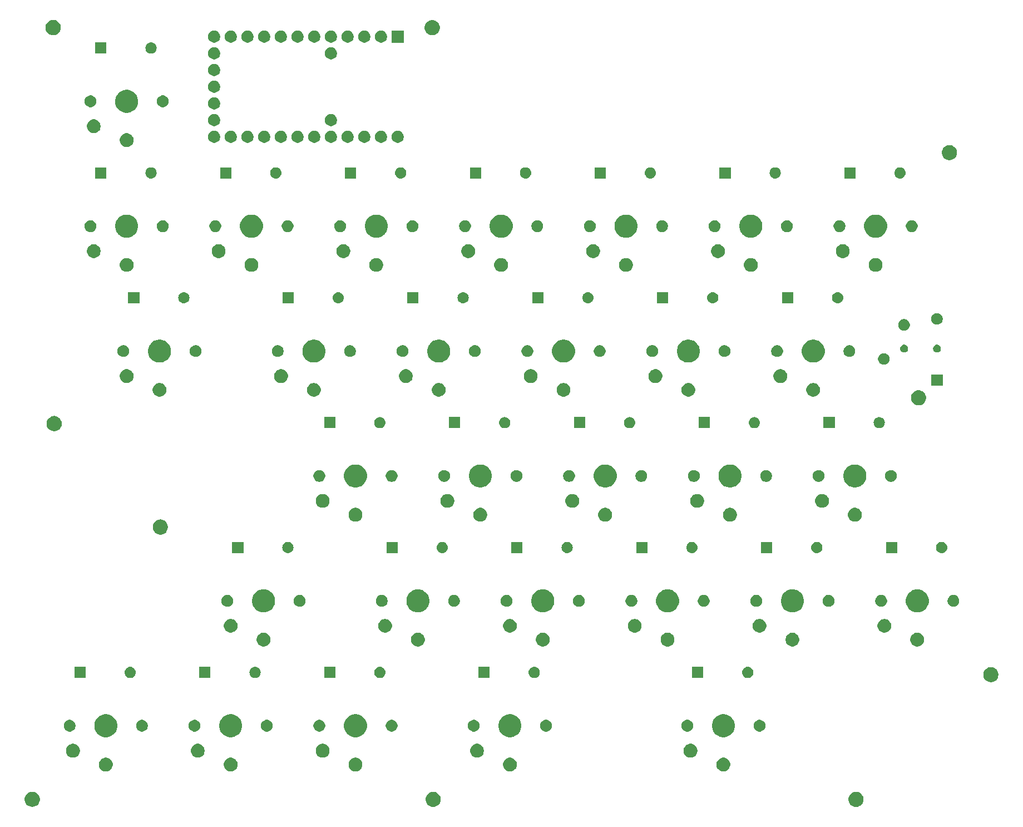
<source format=gbr>
G04 #@! TF.GenerationSoftware,KiCad,Pcbnew,(5.1.4-0-10_14)*
G04 #@! TF.CreationDate,2019-10-23T14:37:35-04:00*
G04 #@! TF.ProjectId,Nomad,4e6f6d61-642e-46b6-9963-61645f706362,rev?*
G04 #@! TF.SameCoordinates,Original*
G04 #@! TF.FileFunction,Soldermask,Top*
G04 #@! TF.FilePolarity,Negative*
%FSLAX46Y46*%
G04 Gerber Fmt 4.6, Leading zero omitted, Abs format (unit mm)*
G04 Created by KiCad (PCBNEW (5.1.4-0-10_14)) date 2019-10-23 14:37:35*
%MOMM*%
%LPD*%
G04 APERTURE LIST*
%ADD10C,0.100000*%
G04 APERTURE END LIST*
D10*
G36*
X154464549Y-140131116D02*
G01*
X154575734Y-140153232D01*
X154785203Y-140239997D01*
X154973720Y-140365960D01*
X155134040Y-140526280D01*
X155260003Y-140714797D01*
X155346768Y-140924266D01*
X155391000Y-141146636D01*
X155391000Y-141373364D01*
X155346768Y-141595734D01*
X155260003Y-141805203D01*
X155134040Y-141993720D01*
X154973720Y-142154040D01*
X154785203Y-142280003D01*
X154575734Y-142366768D01*
X154464549Y-142388884D01*
X154353365Y-142411000D01*
X154126635Y-142411000D01*
X154015451Y-142388884D01*
X153904266Y-142366768D01*
X153694797Y-142280003D01*
X153506280Y-142154040D01*
X153345960Y-141993720D01*
X153219997Y-141805203D01*
X153133232Y-141595734D01*
X153089000Y-141373364D01*
X153089000Y-141146636D01*
X153133232Y-140924266D01*
X153219997Y-140714797D01*
X153345960Y-140526280D01*
X153506280Y-140365960D01*
X153694797Y-140239997D01*
X153904266Y-140153232D01*
X154015451Y-140131116D01*
X154126635Y-140109000D01*
X154353365Y-140109000D01*
X154464549Y-140131116D01*
X154464549Y-140131116D01*
G37*
G36*
X90104549Y-140131116D02*
G01*
X90215734Y-140153232D01*
X90425203Y-140239997D01*
X90613720Y-140365960D01*
X90774040Y-140526280D01*
X90900003Y-140714797D01*
X90986768Y-140924266D01*
X91031000Y-141146636D01*
X91031000Y-141373364D01*
X90986768Y-141595734D01*
X90900003Y-141805203D01*
X90774040Y-141993720D01*
X90613720Y-142154040D01*
X90425203Y-142280003D01*
X90215734Y-142366768D01*
X90104549Y-142388884D01*
X89993365Y-142411000D01*
X89766635Y-142411000D01*
X89655451Y-142388884D01*
X89544266Y-142366768D01*
X89334797Y-142280003D01*
X89146280Y-142154040D01*
X88985960Y-141993720D01*
X88859997Y-141805203D01*
X88773232Y-141595734D01*
X88729000Y-141373364D01*
X88729000Y-141146636D01*
X88773232Y-140924266D01*
X88859997Y-140714797D01*
X88985960Y-140526280D01*
X89146280Y-140365960D01*
X89334797Y-140239997D01*
X89544266Y-140153232D01*
X89655451Y-140131116D01*
X89766635Y-140109000D01*
X89993365Y-140109000D01*
X90104549Y-140131116D01*
X90104549Y-140131116D01*
G37*
G36*
X29073911Y-140109000D02*
G01*
X29195734Y-140133232D01*
X29405203Y-140219997D01*
X29593720Y-140345960D01*
X29754040Y-140506280D01*
X29880003Y-140694797D01*
X29966768Y-140904266D01*
X30011000Y-141126636D01*
X30011000Y-141353364D01*
X29966768Y-141575734D01*
X29880003Y-141785203D01*
X29754040Y-141973720D01*
X29593720Y-142134040D01*
X29405203Y-142260003D01*
X29195734Y-142346768D01*
X29095187Y-142366768D01*
X28973365Y-142391000D01*
X28746635Y-142391000D01*
X28624813Y-142366768D01*
X28524266Y-142346768D01*
X28314797Y-142260003D01*
X28126280Y-142134040D01*
X27965960Y-141973720D01*
X27839997Y-141785203D01*
X27753232Y-141575734D01*
X27709000Y-141353364D01*
X27709000Y-141126636D01*
X27753232Y-140904266D01*
X27839997Y-140694797D01*
X27965960Y-140506280D01*
X28126280Y-140345960D01*
X28314797Y-140219997D01*
X28524266Y-140133232D01*
X28646089Y-140109000D01*
X28746635Y-140089000D01*
X28973365Y-140089000D01*
X29073911Y-140109000D01*
X29073911Y-140109000D01*
G37*
G36*
X101859897Y-134939389D02*
G01*
X102051166Y-135018615D01*
X102051168Y-135018616D01*
X102223306Y-135133635D01*
X102369698Y-135280027D01*
X102484718Y-135452167D01*
X102563944Y-135643436D01*
X102604333Y-135846484D01*
X102604333Y-136053516D01*
X102563944Y-136256564D01*
X102484718Y-136447833D01*
X102484717Y-136447835D01*
X102369698Y-136619973D01*
X102223306Y-136766365D01*
X102051168Y-136881384D01*
X102051167Y-136881385D01*
X102051166Y-136881385D01*
X101859897Y-136960611D01*
X101656849Y-137001000D01*
X101449817Y-137001000D01*
X101246769Y-136960611D01*
X101055500Y-136881385D01*
X101055499Y-136881385D01*
X101055498Y-136881384D01*
X100883360Y-136766365D01*
X100736968Y-136619973D01*
X100621949Y-136447835D01*
X100621948Y-136447833D01*
X100542722Y-136256564D01*
X100502333Y-136053516D01*
X100502333Y-135846484D01*
X100542722Y-135643436D01*
X100621948Y-135452167D01*
X100736968Y-135280027D01*
X100883360Y-135133635D01*
X101055498Y-135018616D01*
X101055500Y-135018615D01*
X101246769Y-134939389D01*
X101449817Y-134899000D01*
X101656849Y-134899000D01*
X101859897Y-134939389D01*
X101859897Y-134939389D01*
G37*
G36*
X78359897Y-134939389D02*
G01*
X78551166Y-135018615D01*
X78551168Y-135018616D01*
X78723306Y-135133635D01*
X78869698Y-135280027D01*
X78984718Y-135452167D01*
X79063944Y-135643436D01*
X79104333Y-135846484D01*
X79104333Y-136053516D01*
X79063944Y-136256564D01*
X78984718Y-136447833D01*
X78984717Y-136447835D01*
X78869698Y-136619973D01*
X78723306Y-136766365D01*
X78551168Y-136881384D01*
X78551167Y-136881385D01*
X78551166Y-136881385D01*
X78359897Y-136960611D01*
X78156849Y-137001000D01*
X77949817Y-137001000D01*
X77746769Y-136960611D01*
X77555500Y-136881385D01*
X77555499Y-136881385D01*
X77555498Y-136881384D01*
X77383360Y-136766365D01*
X77236968Y-136619973D01*
X77121949Y-136447835D01*
X77121948Y-136447833D01*
X77042722Y-136256564D01*
X77002333Y-136053516D01*
X77002333Y-135846484D01*
X77042722Y-135643436D01*
X77121948Y-135452167D01*
X77236968Y-135280027D01*
X77383360Y-135133635D01*
X77555498Y-135018616D01*
X77555500Y-135018615D01*
X77746769Y-134939389D01*
X77949817Y-134899000D01*
X78156849Y-134899000D01*
X78359897Y-134939389D01*
X78359897Y-134939389D01*
G37*
G36*
X59359897Y-134939389D02*
G01*
X59551166Y-135018615D01*
X59551168Y-135018616D01*
X59723306Y-135133635D01*
X59869698Y-135280027D01*
X59984718Y-135452167D01*
X60063944Y-135643436D01*
X60104333Y-135846484D01*
X60104333Y-136053516D01*
X60063944Y-136256564D01*
X59984718Y-136447833D01*
X59984717Y-136447835D01*
X59869698Y-136619973D01*
X59723306Y-136766365D01*
X59551168Y-136881384D01*
X59551167Y-136881385D01*
X59551166Y-136881385D01*
X59359897Y-136960611D01*
X59156849Y-137001000D01*
X58949817Y-137001000D01*
X58746769Y-136960611D01*
X58555500Y-136881385D01*
X58555499Y-136881385D01*
X58555498Y-136881384D01*
X58383360Y-136766365D01*
X58236968Y-136619973D01*
X58121949Y-136447835D01*
X58121948Y-136447833D01*
X58042722Y-136256564D01*
X58002333Y-136053516D01*
X58002333Y-135846484D01*
X58042722Y-135643436D01*
X58121948Y-135452167D01*
X58236968Y-135280027D01*
X58383360Y-135133635D01*
X58555498Y-135018616D01*
X58555500Y-135018615D01*
X58746769Y-134939389D01*
X58949817Y-134899000D01*
X59156849Y-134899000D01*
X59359897Y-134939389D01*
X59359897Y-134939389D01*
G37*
G36*
X40359897Y-134939389D02*
G01*
X40551166Y-135018615D01*
X40551168Y-135018616D01*
X40723306Y-135133635D01*
X40869698Y-135280027D01*
X40984718Y-135452167D01*
X41063944Y-135643436D01*
X41104333Y-135846484D01*
X41104333Y-136053516D01*
X41063944Y-136256564D01*
X40984718Y-136447833D01*
X40984717Y-136447835D01*
X40869698Y-136619973D01*
X40723306Y-136766365D01*
X40551168Y-136881384D01*
X40551167Y-136881385D01*
X40551166Y-136881385D01*
X40359897Y-136960611D01*
X40156849Y-137001000D01*
X39949817Y-137001000D01*
X39746769Y-136960611D01*
X39555500Y-136881385D01*
X39555499Y-136881385D01*
X39555498Y-136881384D01*
X39383360Y-136766365D01*
X39236968Y-136619973D01*
X39121949Y-136447835D01*
X39121948Y-136447833D01*
X39042722Y-136256564D01*
X39002333Y-136053516D01*
X39002333Y-135846484D01*
X39042722Y-135643436D01*
X39121948Y-135452167D01*
X39236968Y-135280027D01*
X39383360Y-135133635D01*
X39555498Y-135018616D01*
X39555500Y-135018615D01*
X39746769Y-134939389D01*
X39949817Y-134899000D01*
X40156849Y-134899000D01*
X40359897Y-134939389D01*
X40359897Y-134939389D01*
G37*
G36*
X134359897Y-134939389D02*
G01*
X134551166Y-135018615D01*
X134551168Y-135018616D01*
X134723306Y-135133635D01*
X134869698Y-135280027D01*
X134984718Y-135452167D01*
X135063944Y-135643436D01*
X135104333Y-135846484D01*
X135104333Y-136053516D01*
X135063944Y-136256564D01*
X134984718Y-136447833D01*
X134984717Y-136447835D01*
X134869698Y-136619973D01*
X134723306Y-136766365D01*
X134551168Y-136881384D01*
X134551167Y-136881385D01*
X134551166Y-136881385D01*
X134359897Y-136960611D01*
X134156849Y-137001000D01*
X133949817Y-137001000D01*
X133746769Y-136960611D01*
X133555500Y-136881385D01*
X133555499Y-136881385D01*
X133555498Y-136881384D01*
X133383360Y-136766365D01*
X133236968Y-136619973D01*
X133121949Y-136447835D01*
X133121948Y-136447833D01*
X133042722Y-136256564D01*
X133002333Y-136053516D01*
X133002333Y-135846484D01*
X133042722Y-135643436D01*
X133121948Y-135452167D01*
X133236968Y-135280027D01*
X133383360Y-135133635D01*
X133555498Y-135018616D01*
X133555500Y-135018615D01*
X133746769Y-134939389D01*
X133949817Y-134899000D01*
X134156849Y-134899000D01*
X134359897Y-134939389D01*
X134359897Y-134939389D01*
G37*
G36*
X129359897Y-132839389D02*
G01*
X129551166Y-132918615D01*
X129551168Y-132918616D01*
X129723306Y-133033635D01*
X129869698Y-133180027D01*
X129984718Y-133352167D01*
X130063944Y-133543436D01*
X130104333Y-133746484D01*
X130104333Y-133953516D01*
X130063944Y-134156564D01*
X129984718Y-134347833D01*
X129984717Y-134347835D01*
X129869698Y-134519973D01*
X129723306Y-134666365D01*
X129551168Y-134781384D01*
X129551167Y-134781385D01*
X129551166Y-134781385D01*
X129359897Y-134860611D01*
X129156849Y-134901000D01*
X128949817Y-134901000D01*
X128746769Y-134860611D01*
X128555500Y-134781385D01*
X128555499Y-134781385D01*
X128555498Y-134781384D01*
X128383360Y-134666365D01*
X128236968Y-134519973D01*
X128121949Y-134347835D01*
X128121948Y-134347833D01*
X128042722Y-134156564D01*
X128002333Y-133953516D01*
X128002333Y-133746484D01*
X128042722Y-133543436D01*
X128121948Y-133352167D01*
X128236968Y-133180027D01*
X128383360Y-133033635D01*
X128555498Y-132918616D01*
X128555500Y-132918615D01*
X128746769Y-132839389D01*
X128949817Y-132799000D01*
X129156849Y-132799000D01*
X129359897Y-132839389D01*
X129359897Y-132839389D01*
G37*
G36*
X96859897Y-132839389D02*
G01*
X97051166Y-132918615D01*
X97051168Y-132918616D01*
X97223306Y-133033635D01*
X97369698Y-133180027D01*
X97484718Y-133352167D01*
X97563944Y-133543436D01*
X97604333Y-133746484D01*
X97604333Y-133953516D01*
X97563944Y-134156564D01*
X97484718Y-134347833D01*
X97484717Y-134347835D01*
X97369698Y-134519973D01*
X97223306Y-134666365D01*
X97051168Y-134781384D01*
X97051167Y-134781385D01*
X97051166Y-134781385D01*
X96859897Y-134860611D01*
X96656849Y-134901000D01*
X96449817Y-134901000D01*
X96246769Y-134860611D01*
X96055500Y-134781385D01*
X96055499Y-134781385D01*
X96055498Y-134781384D01*
X95883360Y-134666365D01*
X95736968Y-134519973D01*
X95621949Y-134347835D01*
X95621948Y-134347833D01*
X95542722Y-134156564D01*
X95502333Y-133953516D01*
X95502333Y-133746484D01*
X95542722Y-133543436D01*
X95621948Y-133352167D01*
X95736968Y-133180027D01*
X95883360Y-133033635D01*
X96055498Y-132918616D01*
X96055500Y-132918615D01*
X96246769Y-132839389D01*
X96449817Y-132799000D01*
X96656849Y-132799000D01*
X96859897Y-132839389D01*
X96859897Y-132839389D01*
G37*
G36*
X73359897Y-132839389D02*
G01*
X73551166Y-132918615D01*
X73551168Y-132918616D01*
X73723306Y-133033635D01*
X73869698Y-133180027D01*
X73984718Y-133352167D01*
X74063944Y-133543436D01*
X74104333Y-133746484D01*
X74104333Y-133953516D01*
X74063944Y-134156564D01*
X73984718Y-134347833D01*
X73984717Y-134347835D01*
X73869698Y-134519973D01*
X73723306Y-134666365D01*
X73551168Y-134781384D01*
X73551167Y-134781385D01*
X73551166Y-134781385D01*
X73359897Y-134860611D01*
X73156849Y-134901000D01*
X72949817Y-134901000D01*
X72746769Y-134860611D01*
X72555500Y-134781385D01*
X72555499Y-134781385D01*
X72555498Y-134781384D01*
X72383360Y-134666365D01*
X72236968Y-134519973D01*
X72121949Y-134347835D01*
X72121948Y-134347833D01*
X72042722Y-134156564D01*
X72002333Y-133953516D01*
X72002333Y-133746484D01*
X72042722Y-133543436D01*
X72121948Y-133352167D01*
X72236968Y-133180027D01*
X72383360Y-133033635D01*
X72555498Y-132918616D01*
X72555500Y-132918615D01*
X72746769Y-132839389D01*
X72949817Y-132799000D01*
X73156849Y-132799000D01*
X73359897Y-132839389D01*
X73359897Y-132839389D01*
G37*
G36*
X54359897Y-132839389D02*
G01*
X54551166Y-132918615D01*
X54551168Y-132918616D01*
X54723306Y-133033635D01*
X54869698Y-133180027D01*
X54984718Y-133352167D01*
X55063944Y-133543436D01*
X55104333Y-133746484D01*
X55104333Y-133953516D01*
X55063944Y-134156564D01*
X54984718Y-134347833D01*
X54984717Y-134347835D01*
X54869698Y-134519973D01*
X54723306Y-134666365D01*
X54551168Y-134781384D01*
X54551167Y-134781385D01*
X54551166Y-134781385D01*
X54359897Y-134860611D01*
X54156849Y-134901000D01*
X53949817Y-134901000D01*
X53746769Y-134860611D01*
X53555500Y-134781385D01*
X53555499Y-134781385D01*
X53555498Y-134781384D01*
X53383360Y-134666365D01*
X53236968Y-134519973D01*
X53121949Y-134347835D01*
X53121948Y-134347833D01*
X53042722Y-134156564D01*
X53002333Y-133953516D01*
X53002333Y-133746484D01*
X53042722Y-133543436D01*
X53121948Y-133352167D01*
X53236968Y-133180027D01*
X53383360Y-133033635D01*
X53555498Y-132918616D01*
X53555500Y-132918615D01*
X53746769Y-132839389D01*
X53949817Y-132799000D01*
X54156849Y-132799000D01*
X54359897Y-132839389D01*
X54359897Y-132839389D01*
G37*
G36*
X35359897Y-132839389D02*
G01*
X35551166Y-132918615D01*
X35551168Y-132918616D01*
X35723306Y-133033635D01*
X35869698Y-133180027D01*
X35984718Y-133352167D01*
X36063944Y-133543436D01*
X36104333Y-133746484D01*
X36104333Y-133953516D01*
X36063944Y-134156564D01*
X35984718Y-134347833D01*
X35984717Y-134347835D01*
X35869698Y-134519973D01*
X35723306Y-134666365D01*
X35551168Y-134781384D01*
X35551167Y-134781385D01*
X35551166Y-134781385D01*
X35359897Y-134860611D01*
X35156849Y-134901000D01*
X34949817Y-134901000D01*
X34746769Y-134860611D01*
X34555500Y-134781385D01*
X34555499Y-134781385D01*
X34555498Y-134781384D01*
X34383360Y-134666365D01*
X34236968Y-134519973D01*
X34121949Y-134347835D01*
X34121948Y-134347833D01*
X34042722Y-134156564D01*
X34002333Y-133953516D01*
X34002333Y-133746484D01*
X34042722Y-133543436D01*
X34121948Y-133352167D01*
X34236968Y-133180027D01*
X34383360Y-133033635D01*
X34555498Y-132918616D01*
X34555500Y-132918615D01*
X34746769Y-132839389D01*
X34949817Y-132799000D01*
X35156849Y-132799000D01*
X35359897Y-132839389D01*
X35359897Y-132839389D01*
G37*
G36*
X40451318Y-128343860D02*
G01*
X40564081Y-128366290D01*
X40696074Y-128420963D01*
X40882741Y-128498283D01*
X41169529Y-128689909D01*
X41413424Y-128933804D01*
X41605050Y-129220592D01*
X41737043Y-129539253D01*
X41804333Y-129877540D01*
X41804333Y-130222460D01*
X41737043Y-130560747D01*
X41605050Y-130879408D01*
X41413424Y-131166196D01*
X41169529Y-131410091D01*
X40882741Y-131601717D01*
X40696074Y-131679037D01*
X40564081Y-131733710D01*
X40451318Y-131756140D01*
X40225793Y-131801000D01*
X39880873Y-131801000D01*
X39655348Y-131756140D01*
X39542585Y-131733710D01*
X39410592Y-131679037D01*
X39223925Y-131601717D01*
X38937137Y-131410091D01*
X38693242Y-131166196D01*
X38501616Y-130879408D01*
X38369623Y-130560747D01*
X38302333Y-130222460D01*
X38302333Y-129877540D01*
X38369623Y-129539253D01*
X38501616Y-129220592D01*
X38693242Y-128933804D01*
X38937137Y-128689909D01*
X39223925Y-128498283D01*
X39410592Y-128420963D01*
X39542585Y-128366290D01*
X39655348Y-128343860D01*
X39880873Y-128299000D01*
X40225793Y-128299000D01*
X40451318Y-128343860D01*
X40451318Y-128343860D01*
G37*
G36*
X101951318Y-128343860D02*
G01*
X102064081Y-128366290D01*
X102196074Y-128420963D01*
X102382741Y-128498283D01*
X102669529Y-128689909D01*
X102913424Y-128933804D01*
X103105050Y-129220592D01*
X103237043Y-129539253D01*
X103304333Y-129877540D01*
X103304333Y-130222460D01*
X103237043Y-130560747D01*
X103105050Y-130879408D01*
X102913424Y-131166196D01*
X102669529Y-131410091D01*
X102382741Y-131601717D01*
X102196074Y-131679037D01*
X102064081Y-131733710D01*
X101951318Y-131756140D01*
X101725793Y-131801000D01*
X101380873Y-131801000D01*
X101155348Y-131756140D01*
X101042585Y-131733710D01*
X100910592Y-131679037D01*
X100723925Y-131601717D01*
X100437137Y-131410091D01*
X100193242Y-131166196D01*
X100001616Y-130879408D01*
X99869623Y-130560747D01*
X99802333Y-130222460D01*
X99802333Y-129877540D01*
X99869623Y-129539253D01*
X100001616Y-129220592D01*
X100193242Y-128933804D01*
X100437137Y-128689909D01*
X100723925Y-128498283D01*
X100910592Y-128420963D01*
X101042585Y-128366290D01*
X101155348Y-128343860D01*
X101380873Y-128299000D01*
X101725793Y-128299000D01*
X101951318Y-128343860D01*
X101951318Y-128343860D01*
G37*
G36*
X134451318Y-128343860D02*
G01*
X134564081Y-128366290D01*
X134696074Y-128420963D01*
X134882741Y-128498283D01*
X135169529Y-128689909D01*
X135413424Y-128933804D01*
X135605050Y-129220592D01*
X135737043Y-129539253D01*
X135804333Y-129877540D01*
X135804333Y-130222460D01*
X135737043Y-130560747D01*
X135605050Y-130879408D01*
X135413424Y-131166196D01*
X135169529Y-131410091D01*
X134882741Y-131601717D01*
X134696074Y-131679037D01*
X134564081Y-131733710D01*
X134451318Y-131756140D01*
X134225793Y-131801000D01*
X133880873Y-131801000D01*
X133655348Y-131756140D01*
X133542585Y-131733710D01*
X133410592Y-131679037D01*
X133223925Y-131601717D01*
X132937137Y-131410091D01*
X132693242Y-131166196D01*
X132501616Y-130879408D01*
X132369623Y-130560747D01*
X132302333Y-130222460D01*
X132302333Y-129877540D01*
X132369623Y-129539253D01*
X132501616Y-129220592D01*
X132693242Y-128933804D01*
X132937137Y-128689909D01*
X133223925Y-128498283D01*
X133410592Y-128420963D01*
X133542585Y-128366290D01*
X133655348Y-128343860D01*
X133880873Y-128299000D01*
X134225793Y-128299000D01*
X134451318Y-128343860D01*
X134451318Y-128343860D01*
G37*
G36*
X59451318Y-128343860D02*
G01*
X59564081Y-128366290D01*
X59696074Y-128420963D01*
X59882741Y-128498283D01*
X60169529Y-128689909D01*
X60413424Y-128933804D01*
X60605050Y-129220592D01*
X60737043Y-129539253D01*
X60804333Y-129877540D01*
X60804333Y-130222460D01*
X60737043Y-130560747D01*
X60605050Y-130879408D01*
X60413424Y-131166196D01*
X60169529Y-131410091D01*
X59882741Y-131601717D01*
X59696074Y-131679037D01*
X59564081Y-131733710D01*
X59451318Y-131756140D01*
X59225793Y-131801000D01*
X58880873Y-131801000D01*
X58655348Y-131756140D01*
X58542585Y-131733710D01*
X58410592Y-131679037D01*
X58223925Y-131601717D01*
X57937137Y-131410091D01*
X57693242Y-131166196D01*
X57501616Y-130879408D01*
X57369623Y-130560747D01*
X57302333Y-130222460D01*
X57302333Y-129877540D01*
X57369623Y-129539253D01*
X57501616Y-129220592D01*
X57693242Y-128933804D01*
X57937137Y-128689909D01*
X58223925Y-128498283D01*
X58410592Y-128420963D01*
X58542585Y-128366290D01*
X58655348Y-128343860D01*
X58880873Y-128299000D01*
X59225793Y-128299000D01*
X59451318Y-128343860D01*
X59451318Y-128343860D01*
G37*
G36*
X78451318Y-128343860D02*
G01*
X78564081Y-128366290D01*
X78696074Y-128420963D01*
X78882741Y-128498283D01*
X79169529Y-128689909D01*
X79413424Y-128933804D01*
X79605050Y-129220592D01*
X79737043Y-129539253D01*
X79804333Y-129877540D01*
X79804333Y-130222460D01*
X79737043Y-130560747D01*
X79605050Y-130879408D01*
X79413424Y-131166196D01*
X79169529Y-131410091D01*
X78882741Y-131601717D01*
X78696074Y-131679037D01*
X78564081Y-131733710D01*
X78451318Y-131756140D01*
X78225793Y-131801000D01*
X77880873Y-131801000D01*
X77655348Y-131756140D01*
X77542585Y-131733710D01*
X77410592Y-131679037D01*
X77223925Y-131601717D01*
X76937137Y-131410091D01*
X76693242Y-131166196D01*
X76501616Y-130879408D01*
X76369623Y-130560747D01*
X76302333Y-130222460D01*
X76302333Y-129877540D01*
X76369623Y-129539253D01*
X76501616Y-129220592D01*
X76693242Y-128933804D01*
X76937137Y-128689909D01*
X77223925Y-128498283D01*
X77410592Y-128420963D01*
X77542585Y-128366290D01*
X77655348Y-128343860D01*
X77880873Y-128299000D01*
X78225793Y-128299000D01*
X78451318Y-128343860D01*
X78451318Y-128343860D01*
G37*
G36*
X96166845Y-129153927D02*
G01*
X96316145Y-129183624D01*
X96480117Y-129251544D01*
X96627687Y-129350147D01*
X96753186Y-129475646D01*
X96851789Y-129623216D01*
X96919709Y-129787188D01*
X96954333Y-129961259D01*
X96954333Y-130138741D01*
X96919709Y-130312812D01*
X96851789Y-130476784D01*
X96753186Y-130624354D01*
X96627687Y-130749853D01*
X96480117Y-130848456D01*
X96316145Y-130916376D01*
X96166845Y-130946073D01*
X96142075Y-130951000D01*
X95964591Y-130951000D01*
X95939821Y-130946073D01*
X95790521Y-130916376D01*
X95626549Y-130848456D01*
X95478979Y-130749853D01*
X95353480Y-130624354D01*
X95254877Y-130476784D01*
X95186957Y-130312812D01*
X95152333Y-130138741D01*
X95152333Y-129961259D01*
X95186957Y-129787188D01*
X95254877Y-129623216D01*
X95353480Y-129475646D01*
X95478979Y-129350147D01*
X95626549Y-129251544D01*
X95790521Y-129183624D01*
X95939821Y-129153927D01*
X95964591Y-129149000D01*
X96142075Y-129149000D01*
X96166845Y-129153927D01*
X96166845Y-129153927D01*
G37*
G36*
X83666845Y-129153927D02*
G01*
X83816145Y-129183624D01*
X83980117Y-129251544D01*
X84127687Y-129350147D01*
X84253186Y-129475646D01*
X84351789Y-129623216D01*
X84419709Y-129787188D01*
X84454333Y-129961259D01*
X84454333Y-130138741D01*
X84419709Y-130312812D01*
X84351789Y-130476784D01*
X84253186Y-130624354D01*
X84127687Y-130749853D01*
X83980117Y-130848456D01*
X83816145Y-130916376D01*
X83666845Y-130946073D01*
X83642075Y-130951000D01*
X83464591Y-130951000D01*
X83439821Y-130946073D01*
X83290521Y-130916376D01*
X83126549Y-130848456D01*
X82978979Y-130749853D01*
X82853480Y-130624354D01*
X82754877Y-130476784D01*
X82686957Y-130312812D01*
X82652333Y-130138741D01*
X82652333Y-129961259D01*
X82686957Y-129787188D01*
X82754877Y-129623216D01*
X82853480Y-129475646D01*
X82978979Y-129350147D01*
X83126549Y-129251544D01*
X83290521Y-129183624D01*
X83439821Y-129153927D01*
X83464591Y-129149000D01*
X83642075Y-129149000D01*
X83666845Y-129153927D01*
X83666845Y-129153927D01*
G37*
G36*
X107166845Y-129153927D02*
G01*
X107316145Y-129183624D01*
X107480117Y-129251544D01*
X107627687Y-129350147D01*
X107753186Y-129475646D01*
X107851789Y-129623216D01*
X107919709Y-129787188D01*
X107954333Y-129961259D01*
X107954333Y-130138741D01*
X107919709Y-130312812D01*
X107851789Y-130476784D01*
X107753186Y-130624354D01*
X107627687Y-130749853D01*
X107480117Y-130848456D01*
X107316145Y-130916376D01*
X107166845Y-130946073D01*
X107142075Y-130951000D01*
X106964591Y-130951000D01*
X106939821Y-130946073D01*
X106790521Y-130916376D01*
X106626549Y-130848456D01*
X106478979Y-130749853D01*
X106353480Y-130624354D01*
X106254877Y-130476784D01*
X106186957Y-130312812D01*
X106152333Y-130138741D01*
X106152333Y-129961259D01*
X106186957Y-129787188D01*
X106254877Y-129623216D01*
X106353480Y-129475646D01*
X106478979Y-129350147D01*
X106626549Y-129251544D01*
X106790521Y-129183624D01*
X106939821Y-129153927D01*
X106964591Y-129149000D01*
X107142075Y-129149000D01*
X107166845Y-129153927D01*
X107166845Y-129153927D01*
G37*
G36*
X128666845Y-129153927D02*
G01*
X128816145Y-129183624D01*
X128980117Y-129251544D01*
X129127687Y-129350147D01*
X129253186Y-129475646D01*
X129351789Y-129623216D01*
X129419709Y-129787188D01*
X129454333Y-129961259D01*
X129454333Y-130138741D01*
X129419709Y-130312812D01*
X129351789Y-130476784D01*
X129253186Y-130624354D01*
X129127687Y-130749853D01*
X128980117Y-130848456D01*
X128816145Y-130916376D01*
X128666845Y-130946073D01*
X128642075Y-130951000D01*
X128464591Y-130951000D01*
X128439821Y-130946073D01*
X128290521Y-130916376D01*
X128126549Y-130848456D01*
X127978979Y-130749853D01*
X127853480Y-130624354D01*
X127754877Y-130476784D01*
X127686957Y-130312812D01*
X127652333Y-130138741D01*
X127652333Y-129961259D01*
X127686957Y-129787188D01*
X127754877Y-129623216D01*
X127853480Y-129475646D01*
X127978979Y-129350147D01*
X128126549Y-129251544D01*
X128290521Y-129183624D01*
X128439821Y-129153927D01*
X128464591Y-129149000D01*
X128642075Y-129149000D01*
X128666845Y-129153927D01*
X128666845Y-129153927D01*
G37*
G36*
X34666845Y-129153927D02*
G01*
X34816145Y-129183624D01*
X34980117Y-129251544D01*
X35127687Y-129350147D01*
X35253186Y-129475646D01*
X35351789Y-129623216D01*
X35419709Y-129787188D01*
X35454333Y-129961259D01*
X35454333Y-130138741D01*
X35419709Y-130312812D01*
X35351789Y-130476784D01*
X35253186Y-130624354D01*
X35127687Y-130749853D01*
X34980117Y-130848456D01*
X34816145Y-130916376D01*
X34666845Y-130946073D01*
X34642075Y-130951000D01*
X34464591Y-130951000D01*
X34439821Y-130946073D01*
X34290521Y-130916376D01*
X34126549Y-130848456D01*
X33978979Y-130749853D01*
X33853480Y-130624354D01*
X33754877Y-130476784D01*
X33686957Y-130312812D01*
X33652333Y-130138741D01*
X33652333Y-129961259D01*
X33686957Y-129787188D01*
X33754877Y-129623216D01*
X33853480Y-129475646D01*
X33978979Y-129350147D01*
X34126549Y-129251544D01*
X34290521Y-129183624D01*
X34439821Y-129153927D01*
X34464591Y-129149000D01*
X34642075Y-129149000D01*
X34666845Y-129153927D01*
X34666845Y-129153927D01*
G37*
G36*
X72666845Y-129153927D02*
G01*
X72816145Y-129183624D01*
X72980117Y-129251544D01*
X73127687Y-129350147D01*
X73253186Y-129475646D01*
X73351789Y-129623216D01*
X73419709Y-129787188D01*
X73454333Y-129961259D01*
X73454333Y-130138741D01*
X73419709Y-130312812D01*
X73351789Y-130476784D01*
X73253186Y-130624354D01*
X73127687Y-130749853D01*
X72980117Y-130848456D01*
X72816145Y-130916376D01*
X72666845Y-130946073D01*
X72642075Y-130951000D01*
X72464591Y-130951000D01*
X72439821Y-130946073D01*
X72290521Y-130916376D01*
X72126549Y-130848456D01*
X71978979Y-130749853D01*
X71853480Y-130624354D01*
X71754877Y-130476784D01*
X71686957Y-130312812D01*
X71652333Y-130138741D01*
X71652333Y-129961259D01*
X71686957Y-129787188D01*
X71754877Y-129623216D01*
X71853480Y-129475646D01*
X71978979Y-129350147D01*
X72126549Y-129251544D01*
X72290521Y-129183624D01*
X72439821Y-129153927D01*
X72464591Y-129149000D01*
X72642075Y-129149000D01*
X72666845Y-129153927D01*
X72666845Y-129153927D01*
G37*
G36*
X139666845Y-129153927D02*
G01*
X139816145Y-129183624D01*
X139980117Y-129251544D01*
X140127687Y-129350147D01*
X140253186Y-129475646D01*
X140351789Y-129623216D01*
X140419709Y-129787188D01*
X140454333Y-129961259D01*
X140454333Y-130138741D01*
X140419709Y-130312812D01*
X140351789Y-130476784D01*
X140253186Y-130624354D01*
X140127687Y-130749853D01*
X139980117Y-130848456D01*
X139816145Y-130916376D01*
X139666845Y-130946073D01*
X139642075Y-130951000D01*
X139464591Y-130951000D01*
X139439821Y-130946073D01*
X139290521Y-130916376D01*
X139126549Y-130848456D01*
X138978979Y-130749853D01*
X138853480Y-130624354D01*
X138754877Y-130476784D01*
X138686957Y-130312812D01*
X138652333Y-130138741D01*
X138652333Y-129961259D01*
X138686957Y-129787188D01*
X138754877Y-129623216D01*
X138853480Y-129475646D01*
X138978979Y-129350147D01*
X139126549Y-129251544D01*
X139290521Y-129183624D01*
X139439821Y-129153927D01*
X139464591Y-129149000D01*
X139642075Y-129149000D01*
X139666845Y-129153927D01*
X139666845Y-129153927D01*
G37*
G36*
X64666845Y-129153927D02*
G01*
X64816145Y-129183624D01*
X64980117Y-129251544D01*
X65127687Y-129350147D01*
X65253186Y-129475646D01*
X65351789Y-129623216D01*
X65419709Y-129787188D01*
X65454333Y-129961259D01*
X65454333Y-130138741D01*
X65419709Y-130312812D01*
X65351789Y-130476784D01*
X65253186Y-130624354D01*
X65127687Y-130749853D01*
X64980117Y-130848456D01*
X64816145Y-130916376D01*
X64666845Y-130946073D01*
X64642075Y-130951000D01*
X64464591Y-130951000D01*
X64439821Y-130946073D01*
X64290521Y-130916376D01*
X64126549Y-130848456D01*
X63978979Y-130749853D01*
X63853480Y-130624354D01*
X63754877Y-130476784D01*
X63686957Y-130312812D01*
X63652333Y-130138741D01*
X63652333Y-129961259D01*
X63686957Y-129787188D01*
X63754877Y-129623216D01*
X63853480Y-129475646D01*
X63978979Y-129350147D01*
X64126549Y-129251544D01*
X64290521Y-129183624D01*
X64439821Y-129153927D01*
X64464591Y-129149000D01*
X64642075Y-129149000D01*
X64666845Y-129153927D01*
X64666845Y-129153927D01*
G37*
G36*
X53666845Y-129153927D02*
G01*
X53816145Y-129183624D01*
X53980117Y-129251544D01*
X54127687Y-129350147D01*
X54253186Y-129475646D01*
X54351789Y-129623216D01*
X54419709Y-129787188D01*
X54454333Y-129961259D01*
X54454333Y-130138741D01*
X54419709Y-130312812D01*
X54351789Y-130476784D01*
X54253186Y-130624354D01*
X54127687Y-130749853D01*
X53980117Y-130848456D01*
X53816145Y-130916376D01*
X53666845Y-130946073D01*
X53642075Y-130951000D01*
X53464591Y-130951000D01*
X53439821Y-130946073D01*
X53290521Y-130916376D01*
X53126549Y-130848456D01*
X52978979Y-130749853D01*
X52853480Y-130624354D01*
X52754877Y-130476784D01*
X52686957Y-130312812D01*
X52652333Y-130138741D01*
X52652333Y-129961259D01*
X52686957Y-129787188D01*
X52754877Y-129623216D01*
X52853480Y-129475646D01*
X52978979Y-129350147D01*
X53126549Y-129251544D01*
X53290521Y-129183624D01*
X53439821Y-129153927D01*
X53464591Y-129149000D01*
X53642075Y-129149000D01*
X53666845Y-129153927D01*
X53666845Y-129153927D01*
G37*
G36*
X45666845Y-129153927D02*
G01*
X45816145Y-129183624D01*
X45980117Y-129251544D01*
X46127687Y-129350147D01*
X46253186Y-129475646D01*
X46351789Y-129623216D01*
X46419709Y-129787188D01*
X46454333Y-129961259D01*
X46454333Y-130138741D01*
X46419709Y-130312812D01*
X46351789Y-130476784D01*
X46253186Y-130624354D01*
X46127687Y-130749853D01*
X45980117Y-130848456D01*
X45816145Y-130916376D01*
X45666845Y-130946073D01*
X45642075Y-130951000D01*
X45464591Y-130951000D01*
X45439821Y-130946073D01*
X45290521Y-130916376D01*
X45126549Y-130848456D01*
X44978979Y-130749853D01*
X44853480Y-130624354D01*
X44754877Y-130476784D01*
X44686957Y-130312812D01*
X44652333Y-130138741D01*
X44652333Y-129961259D01*
X44686957Y-129787188D01*
X44754877Y-129623216D01*
X44853480Y-129475646D01*
X44978979Y-129350147D01*
X45126549Y-129251544D01*
X45290521Y-129183624D01*
X45439821Y-129153927D01*
X45464591Y-129149000D01*
X45642075Y-129149000D01*
X45666845Y-129153927D01*
X45666845Y-129153927D01*
G37*
G36*
X174994549Y-121141116D02*
G01*
X175105734Y-121163232D01*
X175315203Y-121249997D01*
X175503720Y-121375960D01*
X175664040Y-121536280D01*
X175790003Y-121724797D01*
X175876768Y-121934266D01*
X175921000Y-122156636D01*
X175921000Y-122383364D01*
X175876768Y-122605734D01*
X175858016Y-122651005D01*
X175805129Y-122778687D01*
X175790003Y-122815203D01*
X175664040Y-123003720D01*
X175503720Y-123164040D01*
X175315203Y-123290003D01*
X175105734Y-123376768D01*
X174994549Y-123398884D01*
X174883365Y-123421000D01*
X174656635Y-123421000D01*
X174545451Y-123398884D01*
X174434266Y-123376768D01*
X174224797Y-123290003D01*
X174036280Y-123164040D01*
X173875960Y-123003720D01*
X173749997Y-122815203D01*
X173734872Y-122778687D01*
X173681984Y-122651005D01*
X173663232Y-122605734D01*
X173619000Y-122383364D01*
X173619000Y-122156636D01*
X173663232Y-121934266D01*
X173749997Y-121724797D01*
X173875960Y-121536280D01*
X174036280Y-121375960D01*
X174224797Y-121249997D01*
X174434266Y-121163232D01*
X174545451Y-121141116D01*
X174656635Y-121119000D01*
X174883365Y-121119000D01*
X174994549Y-121141116D01*
X174994549Y-121141116D01*
G37*
G36*
X43930156Y-121101313D02*
G01*
X44090575Y-121149976D01*
X44223239Y-121220886D01*
X44238411Y-121228996D01*
X44367992Y-121335341D01*
X44474337Y-121464922D01*
X44474338Y-121464924D01*
X44553357Y-121612758D01*
X44602020Y-121773177D01*
X44618450Y-121940000D01*
X44602020Y-122106823D01*
X44553357Y-122267242D01*
X44491288Y-122383364D01*
X44474337Y-122415078D01*
X44367992Y-122544659D01*
X44238411Y-122651004D01*
X44238409Y-122651005D01*
X44090575Y-122730024D01*
X43930156Y-122778687D01*
X43805137Y-122791000D01*
X43721529Y-122791000D01*
X43596510Y-122778687D01*
X43436091Y-122730024D01*
X43288257Y-122651005D01*
X43288255Y-122651004D01*
X43158674Y-122544659D01*
X43052329Y-122415078D01*
X43035378Y-122383364D01*
X42973309Y-122267242D01*
X42924646Y-122106823D01*
X42908216Y-121940000D01*
X42924646Y-121773177D01*
X42973309Y-121612758D01*
X43052328Y-121464924D01*
X43052329Y-121464922D01*
X43158674Y-121335341D01*
X43288255Y-121228996D01*
X43303427Y-121220886D01*
X43436091Y-121149976D01*
X43596510Y-121101313D01*
X43721529Y-121089000D01*
X43805137Y-121089000D01*
X43930156Y-121101313D01*
X43930156Y-121101313D01*
G37*
G36*
X55994333Y-122791000D02*
G01*
X54292333Y-122791000D01*
X54292333Y-121089000D01*
X55994333Y-121089000D01*
X55994333Y-122791000D01*
X55994333Y-122791000D01*
G37*
G36*
X62930156Y-121101313D02*
G01*
X63090575Y-121149976D01*
X63223239Y-121220886D01*
X63238411Y-121228996D01*
X63367992Y-121335341D01*
X63474337Y-121464922D01*
X63474338Y-121464924D01*
X63553357Y-121612758D01*
X63602020Y-121773177D01*
X63618450Y-121940000D01*
X63602020Y-122106823D01*
X63553357Y-122267242D01*
X63491288Y-122383364D01*
X63474337Y-122415078D01*
X63367992Y-122544659D01*
X63238411Y-122651004D01*
X63238409Y-122651005D01*
X63090575Y-122730024D01*
X62930156Y-122778687D01*
X62805137Y-122791000D01*
X62721529Y-122791000D01*
X62596510Y-122778687D01*
X62436091Y-122730024D01*
X62288257Y-122651005D01*
X62288255Y-122651004D01*
X62158674Y-122544659D01*
X62052329Y-122415078D01*
X62035378Y-122383364D01*
X61973309Y-122267242D01*
X61924646Y-122106823D01*
X61908216Y-121940000D01*
X61924646Y-121773177D01*
X61973309Y-121612758D01*
X62052328Y-121464924D01*
X62052329Y-121464922D01*
X62158674Y-121335341D01*
X62288255Y-121228996D01*
X62303427Y-121220886D01*
X62436091Y-121149976D01*
X62596510Y-121101313D01*
X62721529Y-121089000D01*
X62805137Y-121089000D01*
X62930156Y-121101313D01*
X62930156Y-121101313D01*
G37*
G36*
X74994333Y-122791000D02*
G01*
X73292333Y-122791000D01*
X73292333Y-121089000D01*
X74994333Y-121089000D01*
X74994333Y-122791000D01*
X74994333Y-122791000D01*
G37*
G36*
X81930156Y-121101313D02*
G01*
X82090575Y-121149976D01*
X82223239Y-121220886D01*
X82238411Y-121228996D01*
X82367992Y-121335341D01*
X82474337Y-121464922D01*
X82474338Y-121464924D01*
X82553357Y-121612758D01*
X82602020Y-121773177D01*
X82618450Y-121940000D01*
X82602020Y-122106823D01*
X82553357Y-122267242D01*
X82491288Y-122383364D01*
X82474337Y-122415078D01*
X82367992Y-122544659D01*
X82238411Y-122651004D01*
X82238409Y-122651005D01*
X82090575Y-122730024D01*
X81930156Y-122778687D01*
X81805137Y-122791000D01*
X81721529Y-122791000D01*
X81596510Y-122778687D01*
X81436091Y-122730024D01*
X81288257Y-122651005D01*
X81288255Y-122651004D01*
X81158674Y-122544659D01*
X81052329Y-122415078D01*
X81035378Y-122383364D01*
X80973309Y-122267242D01*
X80924646Y-122106823D01*
X80908216Y-121940000D01*
X80924646Y-121773177D01*
X80973309Y-121612758D01*
X81052328Y-121464924D01*
X81052329Y-121464922D01*
X81158674Y-121335341D01*
X81288255Y-121228996D01*
X81303427Y-121220886D01*
X81436091Y-121149976D01*
X81596510Y-121101313D01*
X81721529Y-121089000D01*
X81805137Y-121089000D01*
X81930156Y-121101313D01*
X81930156Y-121101313D01*
G37*
G36*
X98494333Y-122791000D02*
G01*
X96792333Y-122791000D01*
X96792333Y-121089000D01*
X98494333Y-121089000D01*
X98494333Y-122791000D01*
X98494333Y-122791000D01*
G37*
G36*
X105430156Y-121101313D02*
G01*
X105590575Y-121149976D01*
X105723239Y-121220886D01*
X105738411Y-121228996D01*
X105867992Y-121335341D01*
X105974337Y-121464922D01*
X105974338Y-121464924D01*
X106053357Y-121612758D01*
X106102020Y-121773177D01*
X106118450Y-121940000D01*
X106102020Y-122106823D01*
X106053357Y-122267242D01*
X105991288Y-122383364D01*
X105974337Y-122415078D01*
X105867992Y-122544659D01*
X105738411Y-122651004D01*
X105738409Y-122651005D01*
X105590575Y-122730024D01*
X105430156Y-122778687D01*
X105305137Y-122791000D01*
X105221529Y-122791000D01*
X105096510Y-122778687D01*
X104936091Y-122730024D01*
X104788257Y-122651005D01*
X104788255Y-122651004D01*
X104658674Y-122544659D01*
X104552329Y-122415078D01*
X104535378Y-122383364D01*
X104473309Y-122267242D01*
X104424646Y-122106823D01*
X104408216Y-121940000D01*
X104424646Y-121773177D01*
X104473309Y-121612758D01*
X104552328Y-121464924D01*
X104552329Y-121464922D01*
X104658674Y-121335341D01*
X104788255Y-121228996D01*
X104803427Y-121220886D01*
X104936091Y-121149976D01*
X105096510Y-121101313D01*
X105221529Y-121089000D01*
X105305137Y-121089000D01*
X105430156Y-121101313D01*
X105430156Y-121101313D01*
G37*
G36*
X130994333Y-122791000D02*
G01*
X129292333Y-122791000D01*
X129292333Y-121089000D01*
X130994333Y-121089000D01*
X130994333Y-122791000D01*
X130994333Y-122791000D01*
G37*
G36*
X137930156Y-121101313D02*
G01*
X138090575Y-121149976D01*
X138223239Y-121220886D01*
X138238411Y-121228996D01*
X138367992Y-121335341D01*
X138474337Y-121464922D01*
X138474338Y-121464924D01*
X138553357Y-121612758D01*
X138602020Y-121773177D01*
X138618450Y-121940000D01*
X138602020Y-122106823D01*
X138553357Y-122267242D01*
X138491288Y-122383364D01*
X138474337Y-122415078D01*
X138367992Y-122544659D01*
X138238411Y-122651004D01*
X138238409Y-122651005D01*
X138090575Y-122730024D01*
X137930156Y-122778687D01*
X137805137Y-122791000D01*
X137721529Y-122791000D01*
X137596510Y-122778687D01*
X137436091Y-122730024D01*
X137288257Y-122651005D01*
X137288255Y-122651004D01*
X137158674Y-122544659D01*
X137052329Y-122415078D01*
X137035378Y-122383364D01*
X136973309Y-122267242D01*
X136924646Y-122106823D01*
X136908216Y-121940000D01*
X136924646Y-121773177D01*
X136973309Y-121612758D01*
X137052328Y-121464924D01*
X137052329Y-121464922D01*
X137158674Y-121335341D01*
X137288255Y-121228996D01*
X137303427Y-121220886D01*
X137436091Y-121149976D01*
X137596510Y-121101313D01*
X137721529Y-121089000D01*
X137805137Y-121089000D01*
X137930156Y-121101313D01*
X137930156Y-121101313D01*
G37*
G36*
X36994333Y-122791000D02*
G01*
X35292333Y-122791000D01*
X35292333Y-121089000D01*
X36994333Y-121089000D01*
X36994333Y-122791000D01*
X36994333Y-122791000D01*
G37*
G36*
X106859897Y-115939389D02*
G01*
X107051166Y-116018615D01*
X107051168Y-116018616D01*
X107223306Y-116133635D01*
X107369698Y-116280027D01*
X107484718Y-116452167D01*
X107563944Y-116643436D01*
X107604333Y-116846484D01*
X107604333Y-117053516D01*
X107563944Y-117256564D01*
X107484718Y-117447833D01*
X107484717Y-117447835D01*
X107369698Y-117619973D01*
X107223306Y-117766365D01*
X107051168Y-117881384D01*
X107051167Y-117881385D01*
X107051166Y-117881385D01*
X106859897Y-117960611D01*
X106656849Y-118001000D01*
X106449817Y-118001000D01*
X106246769Y-117960611D01*
X106055500Y-117881385D01*
X106055499Y-117881385D01*
X106055498Y-117881384D01*
X105883360Y-117766365D01*
X105736968Y-117619973D01*
X105621949Y-117447835D01*
X105621948Y-117447833D01*
X105542722Y-117256564D01*
X105502333Y-117053516D01*
X105502333Y-116846484D01*
X105542722Y-116643436D01*
X105621948Y-116452167D01*
X105736968Y-116280027D01*
X105883360Y-116133635D01*
X106055498Y-116018616D01*
X106055500Y-116018615D01*
X106246769Y-115939389D01*
X106449817Y-115899000D01*
X106656849Y-115899000D01*
X106859897Y-115939389D01*
X106859897Y-115939389D01*
G37*
G36*
X64359897Y-115939389D02*
G01*
X64551166Y-116018615D01*
X64551168Y-116018616D01*
X64723306Y-116133635D01*
X64869698Y-116280027D01*
X64984718Y-116452167D01*
X65063944Y-116643436D01*
X65104333Y-116846484D01*
X65104333Y-117053516D01*
X65063944Y-117256564D01*
X64984718Y-117447833D01*
X64984717Y-117447835D01*
X64869698Y-117619973D01*
X64723306Y-117766365D01*
X64551168Y-117881384D01*
X64551167Y-117881385D01*
X64551166Y-117881385D01*
X64359897Y-117960611D01*
X64156849Y-118001000D01*
X63949817Y-118001000D01*
X63746769Y-117960611D01*
X63555500Y-117881385D01*
X63555499Y-117881385D01*
X63555498Y-117881384D01*
X63383360Y-117766365D01*
X63236968Y-117619973D01*
X63121949Y-117447835D01*
X63121948Y-117447833D01*
X63042722Y-117256564D01*
X63002333Y-117053516D01*
X63002333Y-116846484D01*
X63042722Y-116643436D01*
X63121948Y-116452167D01*
X63236968Y-116280027D01*
X63383360Y-116133635D01*
X63555498Y-116018616D01*
X63555500Y-116018615D01*
X63746769Y-115939389D01*
X63949817Y-115899000D01*
X64156849Y-115899000D01*
X64359897Y-115939389D01*
X64359897Y-115939389D01*
G37*
G36*
X87859897Y-115939389D02*
G01*
X88051166Y-116018615D01*
X88051168Y-116018616D01*
X88223306Y-116133635D01*
X88369698Y-116280027D01*
X88484718Y-116452167D01*
X88563944Y-116643436D01*
X88604333Y-116846484D01*
X88604333Y-117053516D01*
X88563944Y-117256564D01*
X88484718Y-117447833D01*
X88484717Y-117447835D01*
X88369698Y-117619973D01*
X88223306Y-117766365D01*
X88051168Y-117881384D01*
X88051167Y-117881385D01*
X88051166Y-117881385D01*
X87859897Y-117960611D01*
X87656849Y-118001000D01*
X87449817Y-118001000D01*
X87246769Y-117960611D01*
X87055500Y-117881385D01*
X87055499Y-117881385D01*
X87055498Y-117881384D01*
X86883360Y-117766365D01*
X86736968Y-117619973D01*
X86621949Y-117447835D01*
X86621948Y-117447833D01*
X86542722Y-117256564D01*
X86502333Y-117053516D01*
X86502333Y-116846484D01*
X86542722Y-116643436D01*
X86621948Y-116452167D01*
X86736968Y-116280027D01*
X86883360Y-116133635D01*
X87055498Y-116018616D01*
X87055500Y-116018615D01*
X87246769Y-115939389D01*
X87449817Y-115899000D01*
X87656849Y-115899000D01*
X87859897Y-115939389D01*
X87859897Y-115939389D01*
G37*
G36*
X125859897Y-115939389D02*
G01*
X126051166Y-116018615D01*
X126051168Y-116018616D01*
X126223306Y-116133635D01*
X126369698Y-116280027D01*
X126484718Y-116452167D01*
X126563944Y-116643436D01*
X126604333Y-116846484D01*
X126604333Y-117053516D01*
X126563944Y-117256564D01*
X126484718Y-117447833D01*
X126484717Y-117447835D01*
X126369698Y-117619973D01*
X126223306Y-117766365D01*
X126051168Y-117881384D01*
X126051167Y-117881385D01*
X126051166Y-117881385D01*
X125859897Y-117960611D01*
X125656849Y-118001000D01*
X125449817Y-118001000D01*
X125246769Y-117960611D01*
X125055500Y-117881385D01*
X125055499Y-117881385D01*
X125055498Y-117881384D01*
X124883360Y-117766365D01*
X124736968Y-117619973D01*
X124621949Y-117447835D01*
X124621948Y-117447833D01*
X124542722Y-117256564D01*
X124502333Y-117053516D01*
X124502333Y-116846484D01*
X124542722Y-116643436D01*
X124621948Y-116452167D01*
X124736968Y-116280027D01*
X124883360Y-116133635D01*
X125055498Y-116018616D01*
X125055500Y-116018615D01*
X125246769Y-115939389D01*
X125449817Y-115899000D01*
X125656849Y-115899000D01*
X125859897Y-115939389D01*
X125859897Y-115939389D01*
G37*
G36*
X144859897Y-115939389D02*
G01*
X145051166Y-116018615D01*
X145051168Y-116018616D01*
X145223306Y-116133635D01*
X145369698Y-116280027D01*
X145484718Y-116452167D01*
X145563944Y-116643436D01*
X145604333Y-116846484D01*
X145604333Y-117053516D01*
X145563944Y-117256564D01*
X145484718Y-117447833D01*
X145484717Y-117447835D01*
X145369698Y-117619973D01*
X145223306Y-117766365D01*
X145051168Y-117881384D01*
X145051167Y-117881385D01*
X145051166Y-117881385D01*
X144859897Y-117960611D01*
X144656849Y-118001000D01*
X144449817Y-118001000D01*
X144246769Y-117960611D01*
X144055500Y-117881385D01*
X144055499Y-117881385D01*
X144055498Y-117881384D01*
X143883360Y-117766365D01*
X143736968Y-117619973D01*
X143621949Y-117447835D01*
X143621948Y-117447833D01*
X143542722Y-117256564D01*
X143502333Y-117053516D01*
X143502333Y-116846484D01*
X143542722Y-116643436D01*
X143621948Y-116452167D01*
X143736968Y-116280027D01*
X143883360Y-116133635D01*
X144055498Y-116018616D01*
X144055500Y-116018615D01*
X144246769Y-115939389D01*
X144449817Y-115899000D01*
X144656849Y-115899000D01*
X144859897Y-115939389D01*
X144859897Y-115939389D01*
G37*
G36*
X163859897Y-115939389D02*
G01*
X164051166Y-116018615D01*
X164051168Y-116018616D01*
X164223306Y-116133635D01*
X164369698Y-116280027D01*
X164484718Y-116452167D01*
X164563944Y-116643436D01*
X164604333Y-116846484D01*
X164604333Y-117053516D01*
X164563944Y-117256564D01*
X164484718Y-117447833D01*
X164484717Y-117447835D01*
X164369698Y-117619973D01*
X164223306Y-117766365D01*
X164051168Y-117881384D01*
X164051167Y-117881385D01*
X164051166Y-117881385D01*
X163859897Y-117960611D01*
X163656849Y-118001000D01*
X163449817Y-118001000D01*
X163246769Y-117960611D01*
X163055500Y-117881385D01*
X163055499Y-117881385D01*
X163055498Y-117881384D01*
X162883360Y-117766365D01*
X162736968Y-117619973D01*
X162621949Y-117447835D01*
X162621948Y-117447833D01*
X162542722Y-117256564D01*
X162502333Y-117053516D01*
X162502333Y-116846484D01*
X162542722Y-116643436D01*
X162621948Y-116452167D01*
X162736968Y-116280027D01*
X162883360Y-116133635D01*
X163055498Y-116018616D01*
X163055500Y-116018615D01*
X163246769Y-115939389D01*
X163449817Y-115899000D01*
X163656849Y-115899000D01*
X163859897Y-115939389D01*
X163859897Y-115939389D01*
G37*
G36*
X139859897Y-113839389D02*
G01*
X140051166Y-113918615D01*
X140051168Y-113918616D01*
X140223306Y-114033635D01*
X140369698Y-114180027D01*
X140484718Y-114352167D01*
X140563944Y-114543436D01*
X140604333Y-114746484D01*
X140604333Y-114953516D01*
X140563944Y-115156564D01*
X140484718Y-115347833D01*
X140484717Y-115347835D01*
X140369698Y-115519973D01*
X140223306Y-115666365D01*
X140051168Y-115781384D01*
X140051167Y-115781385D01*
X140051166Y-115781385D01*
X139859897Y-115860611D01*
X139656849Y-115901000D01*
X139449817Y-115901000D01*
X139246769Y-115860611D01*
X139055500Y-115781385D01*
X139055499Y-115781385D01*
X139055498Y-115781384D01*
X138883360Y-115666365D01*
X138736968Y-115519973D01*
X138621949Y-115347835D01*
X138621948Y-115347833D01*
X138542722Y-115156564D01*
X138502333Y-114953516D01*
X138502333Y-114746484D01*
X138542722Y-114543436D01*
X138621948Y-114352167D01*
X138736968Y-114180027D01*
X138883360Y-114033635D01*
X139055498Y-113918616D01*
X139055500Y-113918615D01*
X139246769Y-113839389D01*
X139449817Y-113799000D01*
X139656849Y-113799000D01*
X139859897Y-113839389D01*
X139859897Y-113839389D01*
G37*
G36*
X59359897Y-113839389D02*
G01*
X59551166Y-113918615D01*
X59551168Y-113918616D01*
X59723306Y-114033635D01*
X59869698Y-114180027D01*
X59984718Y-114352167D01*
X60063944Y-114543436D01*
X60104333Y-114746484D01*
X60104333Y-114953516D01*
X60063944Y-115156564D01*
X59984718Y-115347833D01*
X59984717Y-115347835D01*
X59869698Y-115519973D01*
X59723306Y-115666365D01*
X59551168Y-115781384D01*
X59551167Y-115781385D01*
X59551166Y-115781385D01*
X59359897Y-115860611D01*
X59156849Y-115901000D01*
X58949817Y-115901000D01*
X58746769Y-115860611D01*
X58555500Y-115781385D01*
X58555499Y-115781385D01*
X58555498Y-115781384D01*
X58383360Y-115666365D01*
X58236968Y-115519973D01*
X58121949Y-115347835D01*
X58121948Y-115347833D01*
X58042722Y-115156564D01*
X58002333Y-114953516D01*
X58002333Y-114746484D01*
X58042722Y-114543436D01*
X58121948Y-114352167D01*
X58236968Y-114180027D01*
X58383360Y-114033635D01*
X58555498Y-113918616D01*
X58555500Y-113918615D01*
X58746769Y-113839389D01*
X58949817Y-113799000D01*
X59156849Y-113799000D01*
X59359897Y-113839389D01*
X59359897Y-113839389D01*
G37*
G36*
X82859897Y-113839389D02*
G01*
X83051166Y-113918615D01*
X83051168Y-113918616D01*
X83223306Y-114033635D01*
X83369698Y-114180027D01*
X83484718Y-114352167D01*
X83563944Y-114543436D01*
X83604333Y-114746484D01*
X83604333Y-114953516D01*
X83563944Y-115156564D01*
X83484718Y-115347833D01*
X83484717Y-115347835D01*
X83369698Y-115519973D01*
X83223306Y-115666365D01*
X83051168Y-115781384D01*
X83051167Y-115781385D01*
X83051166Y-115781385D01*
X82859897Y-115860611D01*
X82656849Y-115901000D01*
X82449817Y-115901000D01*
X82246769Y-115860611D01*
X82055500Y-115781385D01*
X82055499Y-115781385D01*
X82055498Y-115781384D01*
X81883360Y-115666365D01*
X81736968Y-115519973D01*
X81621949Y-115347835D01*
X81621948Y-115347833D01*
X81542722Y-115156564D01*
X81502333Y-114953516D01*
X81502333Y-114746484D01*
X81542722Y-114543436D01*
X81621948Y-114352167D01*
X81736968Y-114180027D01*
X81883360Y-114033635D01*
X82055498Y-113918616D01*
X82055500Y-113918615D01*
X82246769Y-113839389D01*
X82449817Y-113799000D01*
X82656849Y-113799000D01*
X82859897Y-113839389D01*
X82859897Y-113839389D01*
G37*
G36*
X101859897Y-113839389D02*
G01*
X102051166Y-113918615D01*
X102051168Y-113918616D01*
X102223306Y-114033635D01*
X102369698Y-114180027D01*
X102484718Y-114352167D01*
X102563944Y-114543436D01*
X102604333Y-114746484D01*
X102604333Y-114953516D01*
X102563944Y-115156564D01*
X102484718Y-115347833D01*
X102484717Y-115347835D01*
X102369698Y-115519973D01*
X102223306Y-115666365D01*
X102051168Y-115781384D01*
X102051167Y-115781385D01*
X102051166Y-115781385D01*
X101859897Y-115860611D01*
X101656849Y-115901000D01*
X101449817Y-115901000D01*
X101246769Y-115860611D01*
X101055500Y-115781385D01*
X101055499Y-115781385D01*
X101055498Y-115781384D01*
X100883360Y-115666365D01*
X100736968Y-115519973D01*
X100621949Y-115347835D01*
X100621948Y-115347833D01*
X100542722Y-115156564D01*
X100502333Y-114953516D01*
X100502333Y-114746484D01*
X100542722Y-114543436D01*
X100621948Y-114352167D01*
X100736968Y-114180027D01*
X100883360Y-114033635D01*
X101055498Y-113918616D01*
X101055500Y-113918615D01*
X101246769Y-113839389D01*
X101449817Y-113799000D01*
X101656849Y-113799000D01*
X101859897Y-113839389D01*
X101859897Y-113839389D01*
G37*
G36*
X120859897Y-113839389D02*
G01*
X121051166Y-113918615D01*
X121051168Y-113918616D01*
X121223306Y-114033635D01*
X121369698Y-114180027D01*
X121484718Y-114352167D01*
X121563944Y-114543436D01*
X121604333Y-114746484D01*
X121604333Y-114953516D01*
X121563944Y-115156564D01*
X121484718Y-115347833D01*
X121484717Y-115347835D01*
X121369698Y-115519973D01*
X121223306Y-115666365D01*
X121051168Y-115781384D01*
X121051167Y-115781385D01*
X121051166Y-115781385D01*
X120859897Y-115860611D01*
X120656849Y-115901000D01*
X120449817Y-115901000D01*
X120246769Y-115860611D01*
X120055500Y-115781385D01*
X120055499Y-115781385D01*
X120055498Y-115781384D01*
X119883360Y-115666365D01*
X119736968Y-115519973D01*
X119621949Y-115347835D01*
X119621948Y-115347833D01*
X119542722Y-115156564D01*
X119502333Y-114953516D01*
X119502333Y-114746484D01*
X119542722Y-114543436D01*
X119621948Y-114352167D01*
X119736968Y-114180027D01*
X119883360Y-114033635D01*
X120055498Y-113918616D01*
X120055500Y-113918615D01*
X120246769Y-113839389D01*
X120449817Y-113799000D01*
X120656849Y-113799000D01*
X120859897Y-113839389D01*
X120859897Y-113839389D01*
G37*
G36*
X158859897Y-113839389D02*
G01*
X159051166Y-113918615D01*
X159051168Y-113918616D01*
X159223306Y-114033635D01*
X159369698Y-114180027D01*
X159484718Y-114352167D01*
X159563944Y-114543436D01*
X159604333Y-114746484D01*
X159604333Y-114953516D01*
X159563944Y-115156564D01*
X159484718Y-115347833D01*
X159484717Y-115347835D01*
X159369698Y-115519973D01*
X159223306Y-115666365D01*
X159051168Y-115781384D01*
X159051167Y-115781385D01*
X159051166Y-115781385D01*
X158859897Y-115860611D01*
X158656849Y-115901000D01*
X158449817Y-115901000D01*
X158246769Y-115860611D01*
X158055500Y-115781385D01*
X158055499Y-115781385D01*
X158055498Y-115781384D01*
X157883360Y-115666365D01*
X157736968Y-115519973D01*
X157621949Y-115347835D01*
X157621948Y-115347833D01*
X157542722Y-115156564D01*
X157502333Y-114953516D01*
X157502333Y-114746484D01*
X157542722Y-114543436D01*
X157621948Y-114352167D01*
X157736968Y-114180027D01*
X157883360Y-114033635D01*
X158055498Y-113918616D01*
X158055500Y-113918615D01*
X158246769Y-113839389D01*
X158449817Y-113799000D01*
X158656849Y-113799000D01*
X158859897Y-113839389D01*
X158859897Y-113839389D01*
G37*
G36*
X144951318Y-109343860D02*
G01*
X145064081Y-109366290D01*
X145196074Y-109420963D01*
X145382741Y-109498283D01*
X145669529Y-109689909D01*
X145913424Y-109933804D01*
X146105050Y-110220592D01*
X146237043Y-110539253D01*
X146304333Y-110877540D01*
X146304333Y-111222460D01*
X146237043Y-111560747D01*
X146105050Y-111879408D01*
X145913424Y-112166196D01*
X145669529Y-112410091D01*
X145382741Y-112601717D01*
X145196074Y-112679037D01*
X145064081Y-112733710D01*
X144951318Y-112756140D01*
X144725793Y-112801000D01*
X144380873Y-112801000D01*
X144155348Y-112756140D01*
X144042585Y-112733710D01*
X143910592Y-112679037D01*
X143723925Y-112601717D01*
X143437137Y-112410091D01*
X143193242Y-112166196D01*
X143001616Y-111879408D01*
X142869623Y-111560747D01*
X142802333Y-111222460D01*
X142802333Y-110877540D01*
X142869623Y-110539253D01*
X143001616Y-110220592D01*
X143193242Y-109933804D01*
X143437137Y-109689909D01*
X143723925Y-109498283D01*
X143910592Y-109420963D01*
X144042585Y-109366290D01*
X144155348Y-109343860D01*
X144380873Y-109299000D01*
X144725793Y-109299000D01*
X144951318Y-109343860D01*
X144951318Y-109343860D01*
G37*
G36*
X87951318Y-109343860D02*
G01*
X88064081Y-109366290D01*
X88196074Y-109420963D01*
X88382741Y-109498283D01*
X88669529Y-109689909D01*
X88913424Y-109933804D01*
X89105050Y-110220592D01*
X89237043Y-110539253D01*
X89304333Y-110877540D01*
X89304333Y-111222460D01*
X89237043Y-111560747D01*
X89105050Y-111879408D01*
X88913424Y-112166196D01*
X88669529Y-112410091D01*
X88382741Y-112601717D01*
X88196074Y-112679037D01*
X88064081Y-112733710D01*
X87951318Y-112756140D01*
X87725793Y-112801000D01*
X87380873Y-112801000D01*
X87155348Y-112756140D01*
X87042585Y-112733710D01*
X86910592Y-112679037D01*
X86723925Y-112601717D01*
X86437137Y-112410091D01*
X86193242Y-112166196D01*
X86001616Y-111879408D01*
X85869623Y-111560747D01*
X85802333Y-111222460D01*
X85802333Y-110877540D01*
X85869623Y-110539253D01*
X86001616Y-110220592D01*
X86193242Y-109933804D01*
X86437137Y-109689909D01*
X86723925Y-109498283D01*
X86910592Y-109420963D01*
X87042585Y-109366290D01*
X87155348Y-109343860D01*
X87380873Y-109299000D01*
X87725793Y-109299000D01*
X87951318Y-109343860D01*
X87951318Y-109343860D01*
G37*
G36*
X106951318Y-109343860D02*
G01*
X107064081Y-109366290D01*
X107196074Y-109420963D01*
X107382741Y-109498283D01*
X107669529Y-109689909D01*
X107913424Y-109933804D01*
X108105050Y-110220592D01*
X108237043Y-110539253D01*
X108304333Y-110877540D01*
X108304333Y-111222460D01*
X108237043Y-111560747D01*
X108105050Y-111879408D01*
X107913424Y-112166196D01*
X107669529Y-112410091D01*
X107382741Y-112601717D01*
X107196074Y-112679037D01*
X107064081Y-112733710D01*
X106951318Y-112756140D01*
X106725793Y-112801000D01*
X106380873Y-112801000D01*
X106155348Y-112756140D01*
X106042585Y-112733710D01*
X105910592Y-112679037D01*
X105723925Y-112601717D01*
X105437137Y-112410091D01*
X105193242Y-112166196D01*
X105001616Y-111879408D01*
X104869623Y-111560747D01*
X104802333Y-111222460D01*
X104802333Y-110877540D01*
X104869623Y-110539253D01*
X105001616Y-110220592D01*
X105193242Y-109933804D01*
X105437137Y-109689909D01*
X105723925Y-109498283D01*
X105910592Y-109420963D01*
X106042585Y-109366290D01*
X106155348Y-109343860D01*
X106380873Y-109299000D01*
X106725793Y-109299000D01*
X106951318Y-109343860D01*
X106951318Y-109343860D01*
G37*
G36*
X163951318Y-109343860D02*
G01*
X164064081Y-109366290D01*
X164196074Y-109420963D01*
X164382741Y-109498283D01*
X164669529Y-109689909D01*
X164913424Y-109933804D01*
X165105050Y-110220592D01*
X165237043Y-110539253D01*
X165304333Y-110877540D01*
X165304333Y-111222460D01*
X165237043Y-111560747D01*
X165105050Y-111879408D01*
X164913424Y-112166196D01*
X164669529Y-112410091D01*
X164382741Y-112601717D01*
X164196074Y-112679037D01*
X164064081Y-112733710D01*
X163951318Y-112756140D01*
X163725793Y-112801000D01*
X163380873Y-112801000D01*
X163155348Y-112756140D01*
X163042585Y-112733710D01*
X162910592Y-112679037D01*
X162723925Y-112601717D01*
X162437137Y-112410091D01*
X162193242Y-112166196D01*
X162001616Y-111879408D01*
X161869623Y-111560747D01*
X161802333Y-111222460D01*
X161802333Y-110877540D01*
X161869623Y-110539253D01*
X162001616Y-110220592D01*
X162193242Y-109933804D01*
X162437137Y-109689909D01*
X162723925Y-109498283D01*
X162910592Y-109420963D01*
X163042585Y-109366290D01*
X163155348Y-109343860D01*
X163380873Y-109299000D01*
X163725793Y-109299000D01*
X163951318Y-109343860D01*
X163951318Y-109343860D01*
G37*
G36*
X125951318Y-109343860D02*
G01*
X126064081Y-109366290D01*
X126196074Y-109420963D01*
X126382741Y-109498283D01*
X126669529Y-109689909D01*
X126913424Y-109933804D01*
X127105050Y-110220592D01*
X127237043Y-110539253D01*
X127304333Y-110877540D01*
X127304333Y-111222460D01*
X127237043Y-111560747D01*
X127105050Y-111879408D01*
X126913424Y-112166196D01*
X126669529Y-112410091D01*
X126382741Y-112601717D01*
X126196074Y-112679037D01*
X126064081Y-112733710D01*
X125951318Y-112756140D01*
X125725793Y-112801000D01*
X125380873Y-112801000D01*
X125155348Y-112756140D01*
X125042585Y-112733710D01*
X124910592Y-112679037D01*
X124723925Y-112601717D01*
X124437137Y-112410091D01*
X124193242Y-112166196D01*
X124001616Y-111879408D01*
X123869623Y-111560747D01*
X123802333Y-111222460D01*
X123802333Y-110877540D01*
X123869623Y-110539253D01*
X124001616Y-110220592D01*
X124193242Y-109933804D01*
X124437137Y-109689909D01*
X124723925Y-109498283D01*
X124910592Y-109420963D01*
X125042585Y-109366290D01*
X125155348Y-109343860D01*
X125380873Y-109299000D01*
X125725793Y-109299000D01*
X125951318Y-109343860D01*
X125951318Y-109343860D01*
G37*
G36*
X64451318Y-109343860D02*
G01*
X64564081Y-109366290D01*
X64696074Y-109420963D01*
X64882741Y-109498283D01*
X65169529Y-109689909D01*
X65413424Y-109933804D01*
X65605050Y-110220592D01*
X65737043Y-110539253D01*
X65804333Y-110877540D01*
X65804333Y-111222460D01*
X65737043Y-111560747D01*
X65605050Y-111879408D01*
X65413424Y-112166196D01*
X65169529Y-112410091D01*
X64882741Y-112601717D01*
X64696074Y-112679037D01*
X64564081Y-112733710D01*
X64451318Y-112756140D01*
X64225793Y-112801000D01*
X63880873Y-112801000D01*
X63655348Y-112756140D01*
X63542585Y-112733710D01*
X63410592Y-112679037D01*
X63223925Y-112601717D01*
X62937137Y-112410091D01*
X62693242Y-112166196D01*
X62501616Y-111879408D01*
X62369623Y-111560747D01*
X62302333Y-111222460D01*
X62302333Y-110877540D01*
X62369623Y-110539253D01*
X62501616Y-110220592D01*
X62693242Y-109933804D01*
X62937137Y-109689909D01*
X63223925Y-109498283D01*
X63410592Y-109420963D01*
X63542585Y-109366290D01*
X63655348Y-109343860D01*
X63880873Y-109299000D01*
X64225793Y-109299000D01*
X64451318Y-109343860D01*
X64451318Y-109343860D01*
G37*
G36*
X69666845Y-110153927D02*
G01*
X69816145Y-110183624D01*
X69980117Y-110251544D01*
X70127687Y-110350147D01*
X70253186Y-110475646D01*
X70351789Y-110623216D01*
X70419709Y-110787188D01*
X70454333Y-110961259D01*
X70454333Y-111138741D01*
X70419709Y-111312812D01*
X70351789Y-111476784D01*
X70253186Y-111624354D01*
X70127687Y-111749853D01*
X69980117Y-111848456D01*
X69816145Y-111916376D01*
X69666845Y-111946073D01*
X69642075Y-111951000D01*
X69464591Y-111951000D01*
X69439821Y-111946073D01*
X69290521Y-111916376D01*
X69126549Y-111848456D01*
X68978979Y-111749853D01*
X68853480Y-111624354D01*
X68754877Y-111476784D01*
X68686957Y-111312812D01*
X68652333Y-111138741D01*
X68652333Y-110961259D01*
X68686957Y-110787188D01*
X68754877Y-110623216D01*
X68853480Y-110475646D01*
X68978979Y-110350147D01*
X69126549Y-110251544D01*
X69290521Y-110183624D01*
X69439821Y-110153927D01*
X69464591Y-110149000D01*
X69642075Y-110149000D01*
X69666845Y-110153927D01*
X69666845Y-110153927D01*
G37*
G36*
X120166845Y-110153927D02*
G01*
X120316145Y-110183624D01*
X120480117Y-110251544D01*
X120627687Y-110350147D01*
X120753186Y-110475646D01*
X120851789Y-110623216D01*
X120919709Y-110787188D01*
X120954333Y-110961259D01*
X120954333Y-111138741D01*
X120919709Y-111312812D01*
X120851789Y-111476784D01*
X120753186Y-111624354D01*
X120627687Y-111749853D01*
X120480117Y-111848456D01*
X120316145Y-111916376D01*
X120166845Y-111946073D01*
X120142075Y-111951000D01*
X119964591Y-111951000D01*
X119939821Y-111946073D01*
X119790521Y-111916376D01*
X119626549Y-111848456D01*
X119478979Y-111749853D01*
X119353480Y-111624354D01*
X119254877Y-111476784D01*
X119186957Y-111312812D01*
X119152333Y-111138741D01*
X119152333Y-110961259D01*
X119186957Y-110787188D01*
X119254877Y-110623216D01*
X119353480Y-110475646D01*
X119478979Y-110350147D01*
X119626549Y-110251544D01*
X119790521Y-110183624D01*
X119939821Y-110153927D01*
X119964591Y-110149000D01*
X120142075Y-110149000D01*
X120166845Y-110153927D01*
X120166845Y-110153927D01*
G37*
G36*
X131166845Y-110153927D02*
G01*
X131316145Y-110183624D01*
X131480117Y-110251544D01*
X131627687Y-110350147D01*
X131753186Y-110475646D01*
X131851789Y-110623216D01*
X131919709Y-110787188D01*
X131954333Y-110961259D01*
X131954333Y-111138741D01*
X131919709Y-111312812D01*
X131851789Y-111476784D01*
X131753186Y-111624354D01*
X131627687Y-111749853D01*
X131480117Y-111848456D01*
X131316145Y-111916376D01*
X131166845Y-111946073D01*
X131142075Y-111951000D01*
X130964591Y-111951000D01*
X130939821Y-111946073D01*
X130790521Y-111916376D01*
X130626549Y-111848456D01*
X130478979Y-111749853D01*
X130353480Y-111624354D01*
X130254877Y-111476784D01*
X130186957Y-111312812D01*
X130152333Y-111138741D01*
X130152333Y-110961259D01*
X130186957Y-110787188D01*
X130254877Y-110623216D01*
X130353480Y-110475646D01*
X130478979Y-110350147D01*
X130626549Y-110251544D01*
X130790521Y-110183624D01*
X130939821Y-110153927D01*
X130964591Y-110149000D01*
X131142075Y-110149000D01*
X131166845Y-110153927D01*
X131166845Y-110153927D01*
G37*
G36*
X112166845Y-110153927D02*
G01*
X112316145Y-110183624D01*
X112480117Y-110251544D01*
X112627687Y-110350147D01*
X112753186Y-110475646D01*
X112851789Y-110623216D01*
X112919709Y-110787188D01*
X112954333Y-110961259D01*
X112954333Y-111138741D01*
X112919709Y-111312812D01*
X112851789Y-111476784D01*
X112753186Y-111624354D01*
X112627687Y-111749853D01*
X112480117Y-111848456D01*
X112316145Y-111916376D01*
X112166845Y-111946073D01*
X112142075Y-111951000D01*
X111964591Y-111951000D01*
X111939821Y-111946073D01*
X111790521Y-111916376D01*
X111626549Y-111848456D01*
X111478979Y-111749853D01*
X111353480Y-111624354D01*
X111254877Y-111476784D01*
X111186957Y-111312812D01*
X111152333Y-111138741D01*
X111152333Y-110961259D01*
X111186957Y-110787188D01*
X111254877Y-110623216D01*
X111353480Y-110475646D01*
X111478979Y-110350147D01*
X111626549Y-110251544D01*
X111790521Y-110183624D01*
X111939821Y-110153927D01*
X111964591Y-110149000D01*
X112142075Y-110149000D01*
X112166845Y-110153927D01*
X112166845Y-110153927D01*
G37*
G36*
X101166845Y-110153927D02*
G01*
X101316145Y-110183624D01*
X101480117Y-110251544D01*
X101627687Y-110350147D01*
X101753186Y-110475646D01*
X101851789Y-110623216D01*
X101919709Y-110787188D01*
X101954333Y-110961259D01*
X101954333Y-111138741D01*
X101919709Y-111312812D01*
X101851789Y-111476784D01*
X101753186Y-111624354D01*
X101627687Y-111749853D01*
X101480117Y-111848456D01*
X101316145Y-111916376D01*
X101166845Y-111946073D01*
X101142075Y-111951000D01*
X100964591Y-111951000D01*
X100939821Y-111946073D01*
X100790521Y-111916376D01*
X100626549Y-111848456D01*
X100478979Y-111749853D01*
X100353480Y-111624354D01*
X100254877Y-111476784D01*
X100186957Y-111312812D01*
X100152333Y-111138741D01*
X100152333Y-110961259D01*
X100186957Y-110787188D01*
X100254877Y-110623216D01*
X100353480Y-110475646D01*
X100478979Y-110350147D01*
X100626549Y-110251544D01*
X100790521Y-110183624D01*
X100939821Y-110153927D01*
X100964591Y-110149000D01*
X101142075Y-110149000D01*
X101166845Y-110153927D01*
X101166845Y-110153927D01*
G37*
G36*
X139166845Y-110153927D02*
G01*
X139316145Y-110183624D01*
X139480117Y-110251544D01*
X139627687Y-110350147D01*
X139753186Y-110475646D01*
X139851789Y-110623216D01*
X139919709Y-110787188D01*
X139954333Y-110961259D01*
X139954333Y-111138741D01*
X139919709Y-111312812D01*
X139851789Y-111476784D01*
X139753186Y-111624354D01*
X139627687Y-111749853D01*
X139480117Y-111848456D01*
X139316145Y-111916376D01*
X139166845Y-111946073D01*
X139142075Y-111951000D01*
X138964591Y-111951000D01*
X138939821Y-111946073D01*
X138790521Y-111916376D01*
X138626549Y-111848456D01*
X138478979Y-111749853D01*
X138353480Y-111624354D01*
X138254877Y-111476784D01*
X138186957Y-111312812D01*
X138152333Y-111138741D01*
X138152333Y-110961259D01*
X138186957Y-110787188D01*
X138254877Y-110623216D01*
X138353480Y-110475646D01*
X138478979Y-110350147D01*
X138626549Y-110251544D01*
X138790521Y-110183624D01*
X138939821Y-110153927D01*
X138964591Y-110149000D01*
X139142075Y-110149000D01*
X139166845Y-110153927D01*
X139166845Y-110153927D01*
G37*
G36*
X150166845Y-110153927D02*
G01*
X150316145Y-110183624D01*
X150480117Y-110251544D01*
X150627687Y-110350147D01*
X150753186Y-110475646D01*
X150851789Y-110623216D01*
X150919709Y-110787188D01*
X150954333Y-110961259D01*
X150954333Y-111138741D01*
X150919709Y-111312812D01*
X150851789Y-111476784D01*
X150753186Y-111624354D01*
X150627687Y-111749853D01*
X150480117Y-111848456D01*
X150316145Y-111916376D01*
X150166845Y-111946073D01*
X150142075Y-111951000D01*
X149964591Y-111951000D01*
X149939821Y-111946073D01*
X149790521Y-111916376D01*
X149626549Y-111848456D01*
X149478979Y-111749853D01*
X149353480Y-111624354D01*
X149254877Y-111476784D01*
X149186957Y-111312812D01*
X149152333Y-111138741D01*
X149152333Y-110961259D01*
X149186957Y-110787188D01*
X149254877Y-110623216D01*
X149353480Y-110475646D01*
X149478979Y-110350147D01*
X149626549Y-110251544D01*
X149790521Y-110183624D01*
X149939821Y-110153927D01*
X149964591Y-110149000D01*
X150142075Y-110149000D01*
X150166845Y-110153927D01*
X150166845Y-110153927D01*
G37*
G36*
X158166845Y-110153927D02*
G01*
X158316145Y-110183624D01*
X158480117Y-110251544D01*
X158627687Y-110350147D01*
X158753186Y-110475646D01*
X158851789Y-110623216D01*
X158919709Y-110787188D01*
X158954333Y-110961259D01*
X158954333Y-111138741D01*
X158919709Y-111312812D01*
X158851789Y-111476784D01*
X158753186Y-111624354D01*
X158627687Y-111749853D01*
X158480117Y-111848456D01*
X158316145Y-111916376D01*
X158166845Y-111946073D01*
X158142075Y-111951000D01*
X157964591Y-111951000D01*
X157939821Y-111946073D01*
X157790521Y-111916376D01*
X157626549Y-111848456D01*
X157478979Y-111749853D01*
X157353480Y-111624354D01*
X157254877Y-111476784D01*
X157186957Y-111312812D01*
X157152333Y-111138741D01*
X157152333Y-110961259D01*
X157186957Y-110787188D01*
X157254877Y-110623216D01*
X157353480Y-110475646D01*
X157478979Y-110350147D01*
X157626549Y-110251544D01*
X157790521Y-110183624D01*
X157939821Y-110153927D01*
X157964591Y-110149000D01*
X158142075Y-110149000D01*
X158166845Y-110153927D01*
X158166845Y-110153927D01*
G37*
G36*
X169166845Y-110153927D02*
G01*
X169316145Y-110183624D01*
X169480117Y-110251544D01*
X169627687Y-110350147D01*
X169753186Y-110475646D01*
X169851789Y-110623216D01*
X169919709Y-110787188D01*
X169954333Y-110961259D01*
X169954333Y-111138741D01*
X169919709Y-111312812D01*
X169851789Y-111476784D01*
X169753186Y-111624354D01*
X169627687Y-111749853D01*
X169480117Y-111848456D01*
X169316145Y-111916376D01*
X169166845Y-111946073D01*
X169142075Y-111951000D01*
X168964591Y-111951000D01*
X168939821Y-111946073D01*
X168790521Y-111916376D01*
X168626549Y-111848456D01*
X168478979Y-111749853D01*
X168353480Y-111624354D01*
X168254877Y-111476784D01*
X168186957Y-111312812D01*
X168152333Y-111138741D01*
X168152333Y-110961259D01*
X168186957Y-110787188D01*
X168254877Y-110623216D01*
X168353480Y-110475646D01*
X168478979Y-110350147D01*
X168626549Y-110251544D01*
X168790521Y-110183624D01*
X168939821Y-110153927D01*
X168964591Y-110149000D01*
X169142075Y-110149000D01*
X169166845Y-110153927D01*
X169166845Y-110153927D01*
G37*
G36*
X93166845Y-110153927D02*
G01*
X93316145Y-110183624D01*
X93480117Y-110251544D01*
X93627687Y-110350147D01*
X93753186Y-110475646D01*
X93851789Y-110623216D01*
X93919709Y-110787188D01*
X93954333Y-110961259D01*
X93954333Y-111138741D01*
X93919709Y-111312812D01*
X93851789Y-111476784D01*
X93753186Y-111624354D01*
X93627687Y-111749853D01*
X93480117Y-111848456D01*
X93316145Y-111916376D01*
X93166845Y-111946073D01*
X93142075Y-111951000D01*
X92964591Y-111951000D01*
X92939821Y-111946073D01*
X92790521Y-111916376D01*
X92626549Y-111848456D01*
X92478979Y-111749853D01*
X92353480Y-111624354D01*
X92254877Y-111476784D01*
X92186957Y-111312812D01*
X92152333Y-111138741D01*
X92152333Y-110961259D01*
X92186957Y-110787188D01*
X92254877Y-110623216D01*
X92353480Y-110475646D01*
X92478979Y-110350147D01*
X92626549Y-110251544D01*
X92790521Y-110183624D01*
X92939821Y-110153927D01*
X92964591Y-110149000D01*
X93142075Y-110149000D01*
X93166845Y-110153927D01*
X93166845Y-110153927D01*
G37*
G36*
X82166845Y-110153927D02*
G01*
X82316145Y-110183624D01*
X82480117Y-110251544D01*
X82627687Y-110350147D01*
X82753186Y-110475646D01*
X82851789Y-110623216D01*
X82919709Y-110787188D01*
X82954333Y-110961259D01*
X82954333Y-111138741D01*
X82919709Y-111312812D01*
X82851789Y-111476784D01*
X82753186Y-111624354D01*
X82627687Y-111749853D01*
X82480117Y-111848456D01*
X82316145Y-111916376D01*
X82166845Y-111946073D01*
X82142075Y-111951000D01*
X81964591Y-111951000D01*
X81939821Y-111946073D01*
X81790521Y-111916376D01*
X81626549Y-111848456D01*
X81478979Y-111749853D01*
X81353480Y-111624354D01*
X81254877Y-111476784D01*
X81186957Y-111312812D01*
X81152333Y-111138741D01*
X81152333Y-110961259D01*
X81186957Y-110787188D01*
X81254877Y-110623216D01*
X81353480Y-110475646D01*
X81478979Y-110350147D01*
X81626549Y-110251544D01*
X81790521Y-110183624D01*
X81939821Y-110153927D01*
X81964591Y-110149000D01*
X82142075Y-110149000D01*
X82166845Y-110153927D01*
X82166845Y-110153927D01*
G37*
G36*
X58666845Y-110153927D02*
G01*
X58816145Y-110183624D01*
X58980117Y-110251544D01*
X59127687Y-110350147D01*
X59253186Y-110475646D01*
X59351789Y-110623216D01*
X59419709Y-110787188D01*
X59454333Y-110961259D01*
X59454333Y-111138741D01*
X59419709Y-111312812D01*
X59351789Y-111476784D01*
X59253186Y-111624354D01*
X59127687Y-111749853D01*
X58980117Y-111848456D01*
X58816145Y-111916376D01*
X58666845Y-111946073D01*
X58642075Y-111951000D01*
X58464591Y-111951000D01*
X58439821Y-111946073D01*
X58290521Y-111916376D01*
X58126549Y-111848456D01*
X57978979Y-111749853D01*
X57853480Y-111624354D01*
X57754877Y-111476784D01*
X57686957Y-111312812D01*
X57652333Y-111138741D01*
X57652333Y-110961259D01*
X57686957Y-110787188D01*
X57754877Y-110623216D01*
X57853480Y-110475646D01*
X57978979Y-110350147D01*
X58126549Y-110251544D01*
X58290521Y-110183624D01*
X58439821Y-110153927D01*
X58464591Y-110149000D01*
X58642075Y-110149000D01*
X58666845Y-110153927D01*
X58666845Y-110153927D01*
G37*
G36*
X103494333Y-103791000D02*
G01*
X101792333Y-103791000D01*
X101792333Y-102089000D01*
X103494333Y-102089000D01*
X103494333Y-103791000D01*
X103494333Y-103791000D01*
G37*
G36*
X141494333Y-103791000D02*
G01*
X139792333Y-103791000D01*
X139792333Y-102089000D01*
X141494333Y-102089000D01*
X141494333Y-103791000D01*
X141494333Y-103791000D01*
G37*
G36*
X110430156Y-102101313D02*
G01*
X110590575Y-102149976D01*
X110723239Y-102220886D01*
X110738411Y-102228996D01*
X110867992Y-102335341D01*
X110974337Y-102464922D01*
X110974338Y-102464924D01*
X111053357Y-102612758D01*
X111102020Y-102773177D01*
X111118450Y-102940000D01*
X111102020Y-103106823D01*
X111053357Y-103267242D01*
X110982447Y-103399906D01*
X110974337Y-103415078D01*
X110867992Y-103544659D01*
X110738411Y-103651004D01*
X110738409Y-103651005D01*
X110590575Y-103730024D01*
X110430156Y-103778687D01*
X110305137Y-103791000D01*
X110221529Y-103791000D01*
X110096510Y-103778687D01*
X109936091Y-103730024D01*
X109788257Y-103651005D01*
X109788255Y-103651004D01*
X109658674Y-103544659D01*
X109552329Y-103415078D01*
X109544219Y-103399906D01*
X109473309Y-103267242D01*
X109424646Y-103106823D01*
X109408216Y-102940000D01*
X109424646Y-102773177D01*
X109473309Y-102612758D01*
X109552328Y-102464924D01*
X109552329Y-102464922D01*
X109658674Y-102335341D01*
X109788255Y-102228996D01*
X109803427Y-102220886D01*
X109936091Y-102149976D01*
X110096510Y-102101313D01*
X110221529Y-102089000D01*
X110305137Y-102089000D01*
X110430156Y-102101313D01*
X110430156Y-102101313D01*
G37*
G36*
X122494333Y-103791000D02*
G01*
X120792333Y-103791000D01*
X120792333Y-102089000D01*
X122494333Y-102089000D01*
X122494333Y-103791000D01*
X122494333Y-103791000D01*
G37*
G36*
X91430156Y-102101313D02*
G01*
X91590575Y-102149976D01*
X91723239Y-102220886D01*
X91738411Y-102228996D01*
X91867992Y-102335341D01*
X91974337Y-102464922D01*
X91974338Y-102464924D01*
X92053357Y-102612758D01*
X92102020Y-102773177D01*
X92118450Y-102940000D01*
X92102020Y-103106823D01*
X92053357Y-103267242D01*
X91982447Y-103399906D01*
X91974337Y-103415078D01*
X91867992Y-103544659D01*
X91738411Y-103651004D01*
X91738409Y-103651005D01*
X91590575Y-103730024D01*
X91430156Y-103778687D01*
X91305137Y-103791000D01*
X91221529Y-103791000D01*
X91096510Y-103778687D01*
X90936091Y-103730024D01*
X90788257Y-103651005D01*
X90788255Y-103651004D01*
X90658674Y-103544659D01*
X90552329Y-103415078D01*
X90544219Y-103399906D01*
X90473309Y-103267242D01*
X90424646Y-103106823D01*
X90408216Y-102940000D01*
X90424646Y-102773177D01*
X90473309Y-102612758D01*
X90552328Y-102464924D01*
X90552329Y-102464922D01*
X90658674Y-102335341D01*
X90788255Y-102228996D01*
X90803427Y-102220886D01*
X90936091Y-102149976D01*
X91096510Y-102101313D01*
X91221529Y-102089000D01*
X91305137Y-102089000D01*
X91430156Y-102101313D01*
X91430156Y-102101313D01*
G37*
G36*
X84494333Y-103791000D02*
G01*
X82792333Y-103791000D01*
X82792333Y-102089000D01*
X84494333Y-102089000D01*
X84494333Y-103791000D01*
X84494333Y-103791000D01*
G37*
G36*
X129430156Y-102101313D02*
G01*
X129590575Y-102149976D01*
X129723239Y-102220886D01*
X129738411Y-102228996D01*
X129867992Y-102335341D01*
X129974337Y-102464922D01*
X129974338Y-102464924D01*
X130053357Y-102612758D01*
X130102020Y-102773177D01*
X130118450Y-102940000D01*
X130102020Y-103106823D01*
X130053357Y-103267242D01*
X129982447Y-103399906D01*
X129974337Y-103415078D01*
X129867992Y-103544659D01*
X129738411Y-103651004D01*
X129738409Y-103651005D01*
X129590575Y-103730024D01*
X129430156Y-103778687D01*
X129305137Y-103791000D01*
X129221529Y-103791000D01*
X129096510Y-103778687D01*
X128936091Y-103730024D01*
X128788257Y-103651005D01*
X128788255Y-103651004D01*
X128658674Y-103544659D01*
X128552329Y-103415078D01*
X128544219Y-103399906D01*
X128473309Y-103267242D01*
X128424646Y-103106823D01*
X128408216Y-102940000D01*
X128424646Y-102773177D01*
X128473309Y-102612758D01*
X128552328Y-102464924D01*
X128552329Y-102464922D01*
X128658674Y-102335341D01*
X128788255Y-102228996D01*
X128803427Y-102220886D01*
X128936091Y-102149976D01*
X129096510Y-102101313D01*
X129221529Y-102089000D01*
X129305137Y-102089000D01*
X129430156Y-102101313D01*
X129430156Y-102101313D01*
G37*
G36*
X67930156Y-102101313D02*
G01*
X68090575Y-102149976D01*
X68223239Y-102220886D01*
X68238411Y-102228996D01*
X68367992Y-102335341D01*
X68474337Y-102464922D01*
X68474338Y-102464924D01*
X68553357Y-102612758D01*
X68602020Y-102773177D01*
X68618450Y-102940000D01*
X68602020Y-103106823D01*
X68553357Y-103267242D01*
X68482447Y-103399906D01*
X68474337Y-103415078D01*
X68367992Y-103544659D01*
X68238411Y-103651004D01*
X68238409Y-103651005D01*
X68090575Y-103730024D01*
X67930156Y-103778687D01*
X67805137Y-103791000D01*
X67721529Y-103791000D01*
X67596510Y-103778687D01*
X67436091Y-103730024D01*
X67288257Y-103651005D01*
X67288255Y-103651004D01*
X67158674Y-103544659D01*
X67052329Y-103415078D01*
X67044219Y-103399906D01*
X66973309Y-103267242D01*
X66924646Y-103106823D01*
X66908216Y-102940000D01*
X66924646Y-102773177D01*
X66973309Y-102612758D01*
X67052328Y-102464924D01*
X67052329Y-102464922D01*
X67158674Y-102335341D01*
X67288255Y-102228996D01*
X67303427Y-102220886D01*
X67436091Y-102149976D01*
X67596510Y-102101313D01*
X67721529Y-102089000D01*
X67805137Y-102089000D01*
X67930156Y-102101313D01*
X67930156Y-102101313D01*
G37*
G36*
X60994333Y-103791000D02*
G01*
X59292333Y-103791000D01*
X59292333Y-102089000D01*
X60994333Y-102089000D01*
X60994333Y-103791000D01*
X60994333Y-103791000D01*
G37*
G36*
X148430156Y-102101313D02*
G01*
X148590575Y-102149976D01*
X148723239Y-102220886D01*
X148738411Y-102228996D01*
X148867992Y-102335341D01*
X148974337Y-102464922D01*
X148974338Y-102464924D01*
X149053357Y-102612758D01*
X149102020Y-102773177D01*
X149118450Y-102940000D01*
X149102020Y-103106823D01*
X149053357Y-103267242D01*
X148982447Y-103399906D01*
X148974337Y-103415078D01*
X148867992Y-103544659D01*
X148738411Y-103651004D01*
X148738409Y-103651005D01*
X148590575Y-103730024D01*
X148430156Y-103778687D01*
X148305137Y-103791000D01*
X148221529Y-103791000D01*
X148096510Y-103778687D01*
X147936091Y-103730024D01*
X147788257Y-103651005D01*
X147788255Y-103651004D01*
X147658674Y-103544659D01*
X147552329Y-103415078D01*
X147544219Y-103399906D01*
X147473309Y-103267242D01*
X147424646Y-103106823D01*
X147408216Y-102940000D01*
X147424646Y-102773177D01*
X147473309Y-102612758D01*
X147552328Y-102464924D01*
X147552329Y-102464922D01*
X147658674Y-102335341D01*
X147788255Y-102228996D01*
X147803427Y-102220886D01*
X147936091Y-102149976D01*
X148096510Y-102101313D01*
X148221529Y-102089000D01*
X148305137Y-102089000D01*
X148430156Y-102101313D01*
X148430156Y-102101313D01*
G37*
G36*
X160494333Y-103791000D02*
G01*
X158792333Y-103791000D01*
X158792333Y-102089000D01*
X160494333Y-102089000D01*
X160494333Y-103791000D01*
X160494333Y-103791000D01*
G37*
G36*
X167430156Y-102101313D02*
G01*
X167590575Y-102149976D01*
X167723239Y-102220886D01*
X167738411Y-102228996D01*
X167867992Y-102335341D01*
X167974337Y-102464922D01*
X167974338Y-102464924D01*
X168053357Y-102612758D01*
X168102020Y-102773177D01*
X168118450Y-102940000D01*
X168102020Y-103106823D01*
X168053357Y-103267242D01*
X167982447Y-103399906D01*
X167974337Y-103415078D01*
X167867992Y-103544659D01*
X167738411Y-103651004D01*
X167738409Y-103651005D01*
X167590575Y-103730024D01*
X167430156Y-103778687D01*
X167305137Y-103791000D01*
X167221529Y-103791000D01*
X167096510Y-103778687D01*
X166936091Y-103730024D01*
X166788257Y-103651005D01*
X166788255Y-103651004D01*
X166658674Y-103544659D01*
X166552329Y-103415078D01*
X166544219Y-103399906D01*
X166473309Y-103267242D01*
X166424646Y-103106823D01*
X166408216Y-102940000D01*
X166424646Y-102773177D01*
X166473309Y-102612758D01*
X166552328Y-102464924D01*
X166552329Y-102464922D01*
X166658674Y-102335341D01*
X166788255Y-102228996D01*
X166803427Y-102220886D01*
X166936091Y-102149976D01*
X167096510Y-102101313D01*
X167221529Y-102089000D01*
X167305137Y-102089000D01*
X167430156Y-102101313D01*
X167430156Y-102101313D01*
G37*
G36*
X48574549Y-98691116D02*
G01*
X48685734Y-98713232D01*
X48895203Y-98799997D01*
X49083720Y-98925960D01*
X49244040Y-99086280D01*
X49370003Y-99274797D01*
X49456768Y-99484266D01*
X49501000Y-99706636D01*
X49501000Y-99933364D01*
X49456768Y-100155734D01*
X49370003Y-100365203D01*
X49244040Y-100553720D01*
X49083720Y-100714040D01*
X48895203Y-100840003D01*
X48685734Y-100926768D01*
X48574549Y-100948884D01*
X48463365Y-100971000D01*
X48236635Y-100971000D01*
X48125451Y-100948884D01*
X48014266Y-100926768D01*
X47804797Y-100840003D01*
X47616280Y-100714040D01*
X47455960Y-100553720D01*
X47329997Y-100365203D01*
X47243232Y-100155734D01*
X47199000Y-99933364D01*
X47199000Y-99706636D01*
X47243232Y-99484266D01*
X47329997Y-99274797D01*
X47455960Y-99086280D01*
X47616280Y-98925960D01*
X47804797Y-98799997D01*
X48014266Y-98713232D01*
X48125451Y-98691116D01*
X48236635Y-98669000D01*
X48463365Y-98669000D01*
X48574549Y-98691116D01*
X48574549Y-98691116D01*
G37*
G36*
X135359897Y-96939389D02*
G01*
X135551166Y-97018615D01*
X135551168Y-97018616D01*
X135723306Y-97133635D01*
X135869698Y-97280027D01*
X135984718Y-97452167D01*
X136063944Y-97643436D01*
X136104333Y-97846484D01*
X136104333Y-98053516D01*
X136063944Y-98256564D01*
X135984718Y-98447833D01*
X135984717Y-98447835D01*
X135869698Y-98619973D01*
X135723306Y-98766365D01*
X135551168Y-98881384D01*
X135551167Y-98881385D01*
X135551166Y-98881385D01*
X135359897Y-98960611D01*
X135156849Y-99001000D01*
X134949817Y-99001000D01*
X134746769Y-98960611D01*
X134555500Y-98881385D01*
X134555499Y-98881385D01*
X134555498Y-98881384D01*
X134383360Y-98766365D01*
X134236968Y-98619973D01*
X134121949Y-98447835D01*
X134121948Y-98447833D01*
X134042722Y-98256564D01*
X134002333Y-98053516D01*
X134002333Y-97846484D01*
X134042722Y-97643436D01*
X134121948Y-97452167D01*
X134236968Y-97280027D01*
X134383360Y-97133635D01*
X134555498Y-97018616D01*
X134555500Y-97018615D01*
X134746769Y-96939389D01*
X134949817Y-96899000D01*
X135156849Y-96899000D01*
X135359897Y-96939389D01*
X135359897Y-96939389D01*
G37*
G36*
X116359897Y-96939389D02*
G01*
X116551166Y-97018615D01*
X116551168Y-97018616D01*
X116723306Y-97133635D01*
X116869698Y-97280027D01*
X116984718Y-97452167D01*
X117063944Y-97643436D01*
X117104333Y-97846484D01*
X117104333Y-98053516D01*
X117063944Y-98256564D01*
X116984718Y-98447833D01*
X116984717Y-98447835D01*
X116869698Y-98619973D01*
X116723306Y-98766365D01*
X116551168Y-98881384D01*
X116551167Y-98881385D01*
X116551166Y-98881385D01*
X116359897Y-98960611D01*
X116156849Y-99001000D01*
X115949817Y-99001000D01*
X115746769Y-98960611D01*
X115555500Y-98881385D01*
X115555499Y-98881385D01*
X115555498Y-98881384D01*
X115383360Y-98766365D01*
X115236968Y-98619973D01*
X115121949Y-98447835D01*
X115121948Y-98447833D01*
X115042722Y-98256564D01*
X115002333Y-98053516D01*
X115002333Y-97846484D01*
X115042722Y-97643436D01*
X115121948Y-97452167D01*
X115236968Y-97280027D01*
X115383360Y-97133635D01*
X115555498Y-97018616D01*
X115555500Y-97018615D01*
X115746769Y-96939389D01*
X115949817Y-96899000D01*
X116156849Y-96899000D01*
X116359897Y-96939389D01*
X116359897Y-96939389D01*
G37*
G36*
X154359897Y-96939389D02*
G01*
X154551166Y-97018615D01*
X154551168Y-97018616D01*
X154723306Y-97133635D01*
X154869698Y-97280027D01*
X154984718Y-97452167D01*
X155063944Y-97643436D01*
X155104333Y-97846484D01*
X155104333Y-98053516D01*
X155063944Y-98256564D01*
X154984718Y-98447833D01*
X154984717Y-98447835D01*
X154869698Y-98619973D01*
X154723306Y-98766365D01*
X154551168Y-98881384D01*
X154551167Y-98881385D01*
X154551166Y-98881385D01*
X154359897Y-98960611D01*
X154156849Y-99001000D01*
X153949817Y-99001000D01*
X153746769Y-98960611D01*
X153555500Y-98881385D01*
X153555499Y-98881385D01*
X153555498Y-98881384D01*
X153383360Y-98766365D01*
X153236968Y-98619973D01*
X153121949Y-98447835D01*
X153121948Y-98447833D01*
X153042722Y-98256564D01*
X153002333Y-98053516D01*
X153002333Y-97846484D01*
X153042722Y-97643436D01*
X153121948Y-97452167D01*
X153236968Y-97280027D01*
X153383360Y-97133635D01*
X153555498Y-97018616D01*
X153555500Y-97018615D01*
X153746769Y-96939389D01*
X153949817Y-96899000D01*
X154156849Y-96899000D01*
X154359897Y-96939389D01*
X154359897Y-96939389D01*
G37*
G36*
X78359897Y-96939389D02*
G01*
X78551166Y-97018615D01*
X78551168Y-97018616D01*
X78723306Y-97133635D01*
X78869698Y-97280027D01*
X78984718Y-97452167D01*
X79063944Y-97643436D01*
X79104333Y-97846484D01*
X79104333Y-98053516D01*
X79063944Y-98256564D01*
X78984718Y-98447833D01*
X78984717Y-98447835D01*
X78869698Y-98619973D01*
X78723306Y-98766365D01*
X78551168Y-98881384D01*
X78551167Y-98881385D01*
X78551166Y-98881385D01*
X78359897Y-98960611D01*
X78156849Y-99001000D01*
X77949817Y-99001000D01*
X77746769Y-98960611D01*
X77555500Y-98881385D01*
X77555499Y-98881385D01*
X77555498Y-98881384D01*
X77383360Y-98766365D01*
X77236968Y-98619973D01*
X77121949Y-98447835D01*
X77121948Y-98447833D01*
X77042722Y-98256564D01*
X77002333Y-98053516D01*
X77002333Y-97846484D01*
X77042722Y-97643436D01*
X77121948Y-97452167D01*
X77236968Y-97280027D01*
X77383360Y-97133635D01*
X77555498Y-97018616D01*
X77555500Y-97018615D01*
X77746769Y-96939389D01*
X77949817Y-96899000D01*
X78156849Y-96899000D01*
X78359897Y-96939389D01*
X78359897Y-96939389D01*
G37*
G36*
X97359897Y-96939389D02*
G01*
X97551166Y-97018615D01*
X97551168Y-97018616D01*
X97723306Y-97133635D01*
X97869698Y-97280027D01*
X97984718Y-97452167D01*
X98063944Y-97643436D01*
X98104333Y-97846484D01*
X98104333Y-98053516D01*
X98063944Y-98256564D01*
X97984718Y-98447833D01*
X97984717Y-98447835D01*
X97869698Y-98619973D01*
X97723306Y-98766365D01*
X97551168Y-98881384D01*
X97551167Y-98881385D01*
X97551166Y-98881385D01*
X97359897Y-98960611D01*
X97156849Y-99001000D01*
X96949817Y-99001000D01*
X96746769Y-98960611D01*
X96555500Y-98881385D01*
X96555499Y-98881385D01*
X96555498Y-98881384D01*
X96383360Y-98766365D01*
X96236968Y-98619973D01*
X96121949Y-98447835D01*
X96121948Y-98447833D01*
X96042722Y-98256564D01*
X96002333Y-98053516D01*
X96002333Y-97846484D01*
X96042722Y-97643436D01*
X96121948Y-97452167D01*
X96236968Y-97280027D01*
X96383360Y-97133635D01*
X96555498Y-97018616D01*
X96555500Y-97018615D01*
X96746769Y-96939389D01*
X96949817Y-96899000D01*
X97156849Y-96899000D01*
X97359897Y-96939389D01*
X97359897Y-96939389D01*
G37*
G36*
X149359897Y-94839389D02*
G01*
X149551166Y-94918615D01*
X149551168Y-94918616D01*
X149723306Y-95033635D01*
X149869698Y-95180027D01*
X149984718Y-95352167D01*
X150063944Y-95543436D01*
X150104333Y-95746484D01*
X150104333Y-95953516D01*
X150063944Y-96156564D01*
X149984718Y-96347833D01*
X149984717Y-96347835D01*
X149869698Y-96519973D01*
X149723306Y-96666365D01*
X149551168Y-96781384D01*
X149551167Y-96781385D01*
X149551166Y-96781385D01*
X149359897Y-96860611D01*
X149156849Y-96901000D01*
X148949817Y-96901000D01*
X148746769Y-96860611D01*
X148555500Y-96781385D01*
X148555499Y-96781385D01*
X148555498Y-96781384D01*
X148383360Y-96666365D01*
X148236968Y-96519973D01*
X148121949Y-96347835D01*
X148121948Y-96347833D01*
X148042722Y-96156564D01*
X148002333Y-95953516D01*
X148002333Y-95746484D01*
X148042722Y-95543436D01*
X148121948Y-95352167D01*
X148236968Y-95180027D01*
X148383360Y-95033635D01*
X148555498Y-94918616D01*
X148555500Y-94918615D01*
X148746769Y-94839389D01*
X148949817Y-94799000D01*
X149156849Y-94799000D01*
X149359897Y-94839389D01*
X149359897Y-94839389D01*
G37*
G36*
X92359897Y-94839389D02*
G01*
X92551166Y-94918615D01*
X92551168Y-94918616D01*
X92723306Y-95033635D01*
X92869698Y-95180027D01*
X92984718Y-95352167D01*
X93063944Y-95543436D01*
X93104333Y-95746484D01*
X93104333Y-95953516D01*
X93063944Y-96156564D01*
X92984718Y-96347833D01*
X92984717Y-96347835D01*
X92869698Y-96519973D01*
X92723306Y-96666365D01*
X92551168Y-96781384D01*
X92551167Y-96781385D01*
X92551166Y-96781385D01*
X92359897Y-96860611D01*
X92156849Y-96901000D01*
X91949817Y-96901000D01*
X91746769Y-96860611D01*
X91555500Y-96781385D01*
X91555499Y-96781385D01*
X91555498Y-96781384D01*
X91383360Y-96666365D01*
X91236968Y-96519973D01*
X91121949Y-96347835D01*
X91121948Y-96347833D01*
X91042722Y-96156564D01*
X91002333Y-95953516D01*
X91002333Y-95746484D01*
X91042722Y-95543436D01*
X91121948Y-95352167D01*
X91236968Y-95180027D01*
X91383360Y-95033635D01*
X91555498Y-94918616D01*
X91555500Y-94918615D01*
X91746769Y-94839389D01*
X91949817Y-94799000D01*
X92156849Y-94799000D01*
X92359897Y-94839389D01*
X92359897Y-94839389D01*
G37*
G36*
X130359897Y-94839389D02*
G01*
X130551166Y-94918615D01*
X130551168Y-94918616D01*
X130723306Y-95033635D01*
X130869698Y-95180027D01*
X130984718Y-95352167D01*
X131063944Y-95543436D01*
X131104333Y-95746484D01*
X131104333Y-95953516D01*
X131063944Y-96156564D01*
X130984718Y-96347833D01*
X130984717Y-96347835D01*
X130869698Y-96519973D01*
X130723306Y-96666365D01*
X130551168Y-96781384D01*
X130551167Y-96781385D01*
X130551166Y-96781385D01*
X130359897Y-96860611D01*
X130156849Y-96901000D01*
X129949817Y-96901000D01*
X129746769Y-96860611D01*
X129555500Y-96781385D01*
X129555499Y-96781385D01*
X129555498Y-96781384D01*
X129383360Y-96666365D01*
X129236968Y-96519973D01*
X129121949Y-96347835D01*
X129121948Y-96347833D01*
X129042722Y-96156564D01*
X129002333Y-95953516D01*
X129002333Y-95746484D01*
X129042722Y-95543436D01*
X129121948Y-95352167D01*
X129236968Y-95180027D01*
X129383360Y-95033635D01*
X129555498Y-94918616D01*
X129555500Y-94918615D01*
X129746769Y-94839389D01*
X129949817Y-94799000D01*
X130156849Y-94799000D01*
X130359897Y-94839389D01*
X130359897Y-94839389D01*
G37*
G36*
X111359897Y-94839389D02*
G01*
X111551166Y-94918615D01*
X111551168Y-94918616D01*
X111723306Y-95033635D01*
X111869698Y-95180027D01*
X111984718Y-95352167D01*
X112063944Y-95543436D01*
X112104333Y-95746484D01*
X112104333Y-95953516D01*
X112063944Y-96156564D01*
X111984718Y-96347833D01*
X111984717Y-96347835D01*
X111869698Y-96519973D01*
X111723306Y-96666365D01*
X111551168Y-96781384D01*
X111551167Y-96781385D01*
X111551166Y-96781385D01*
X111359897Y-96860611D01*
X111156849Y-96901000D01*
X110949817Y-96901000D01*
X110746769Y-96860611D01*
X110555500Y-96781385D01*
X110555499Y-96781385D01*
X110555498Y-96781384D01*
X110383360Y-96666365D01*
X110236968Y-96519973D01*
X110121949Y-96347835D01*
X110121948Y-96347833D01*
X110042722Y-96156564D01*
X110002333Y-95953516D01*
X110002333Y-95746484D01*
X110042722Y-95543436D01*
X110121948Y-95352167D01*
X110236968Y-95180027D01*
X110383360Y-95033635D01*
X110555498Y-94918616D01*
X110555500Y-94918615D01*
X110746769Y-94839389D01*
X110949817Y-94799000D01*
X111156849Y-94799000D01*
X111359897Y-94839389D01*
X111359897Y-94839389D01*
G37*
G36*
X73359897Y-94839389D02*
G01*
X73551166Y-94918615D01*
X73551168Y-94918616D01*
X73723306Y-95033635D01*
X73869698Y-95180027D01*
X73984718Y-95352167D01*
X74063944Y-95543436D01*
X74104333Y-95746484D01*
X74104333Y-95953516D01*
X74063944Y-96156564D01*
X73984718Y-96347833D01*
X73984717Y-96347835D01*
X73869698Y-96519973D01*
X73723306Y-96666365D01*
X73551168Y-96781384D01*
X73551167Y-96781385D01*
X73551166Y-96781385D01*
X73359897Y-96860611D01*
X73156849Y-96901000D01*
X72949817Y-96901000D01*
X72746769Y-96860611D01*
X72555500Y-96781385D01*
X72555499Y-96781385D01*
X72555498Y-96781384D01*
X72383360Y-96666365D01*
X72236968Y-96519973D01*
X72121949Y-96347835D01*
X72121948Y-96347833D01*
X72042722Y-96156564D01*
X72002333Y-95953516D01*
X72002333Y-95746484D01*
X72042722Y-95543436D01*
X72121948Y-95352167D01*
X72236968Y-95180027D01*
X72383360Y-95033635D01*
X72555498Y-94918616D01*
X72555500Y-94918615D01*
X72746769Y-94839389D01*
X72949817Y-94799000D01*
X73156849Y-94799000D01*
X73359897Y-94839389D01*
X73359897Y-94839389D01*
G37*
G36*
X78451318Y-90343860D02*
G01*
X78564081Y-90366290D01*
X78696074Y-90420963D01*
X78882741Y-90498283D01*
X79169529Y-90689909D01*
X79413424Y-90933804D01*
X79605050Y-91220592D01*
X79737043Y-91539253D01*
X79804333Y-91877540D01*
X79804333Y-92222460D01*
X79737043Y-92560747D01*
X79605050Y-92879408D01*
X79413424Y-93166196D01*
X79169529Y-93410091D01*
X78882741Y-93601717D01*
X78696074Y-93679037D01*
X78564081Y-93733710D01*
X78451318Y-93756140D01*
X78225793Y-93801000D01*
X77880873Y-93801000D01*
X77655348Y-93756140D01*
X77542585Y-93733710D01*
X77410592Y-93679037D01*
X77223925Y-93601717D01*
X76937137Y-93410091D01*
X76693242Y-93166196D01*
X76501616Y-92879408D01*
X76369623Y-92560747D01*
X76302333Y-92222460D01*
X76302333Y-91877540D01*
X76369623Y-91539253D01*
X76501616Y-91220592D01*
X76693242Y-90933804D01*
X76937137Y-90689909D01*
X77223925Y-90498283D01*
X77410592Y-90420963D01*
X77542585Y-90366290D01*
X77655348Y-90343860D01*
X77880873Y-90299000D01*
X78225793Y-90299000D01*
X78451318Y-90343860D01*
X78451318Y-90343860D01*
G37*
G36*
X116451318Y-90343860D02*
G01*
X116564081Y-90366290D01*
X116696074Y-90420963D01*
X116882741Y-90498283D01*
X117169529Y-90689909D01*
X117413424Y-90933804D01*
X117605050Y-91220592D01*
X117737043Y-91539253D01*
X117804333Y-91877540D01*
X117804333Y-92222460D01*
X117737043Y-92560747D01*
X117605050Y-92879408D01*
X117413424Y-93166196D01*
X117169529Y-93410091D01*
X116882741Y-93601717D01*
X116696074Y-93679037D01*
X116564081Y-93733710D01*
X116451318Y-93756140D01*
X116225793Y-93801000D01*
X115880873Y-93801000D01*
X115655348Y-93756140D01*
X115542585Y-93733710D01*
X115410592Y-93679037D01*
X115223925Y-93601717D01*
X114937137Y-93410091D01*
X114693242Y-93166196D01*
X114501616Y-92879408D01*
X114369623Y-92560747D01*
X114302333Y-92222460D01*
X114302333Y-91877540D01*
X114369623Y-91539253D01*
X114501616Y-91220592D01*
X114693242Y-90933804D01*
X114937137Y-90689909D01*
X115223925Y-90498283D01*
X115410592Y-90420963D01*
X115542585Y-90366290D01*
X115655348Y-90343860D01*
X115880873Y-90299000D01*
X116225793Y-90299000D01*
X116451318Y-90343860D01*
X116451318Y-90343860D01*
G37*
G36*
X135451318Y-90343860D02*
G01*
X135564081Y-90366290D01*
X135696074Y-90420963D01*
X135882741Y-90498283D01*
X136169529Y-90689909D01*
X136413424Y-90933804D01*
X136605050Y-91220592D01*
X136737043Y-91539253D01*
X136804333Y-91877540D01*
X136804333Y-92222460D01*
X136737043Y-92560747D01*
X136605050Y-92879408D01*
X136413424Y-93166196D01*
X136169529Y-93410091D01*
X135882741Y-93601717D01*
X135696074Y-93679037D01*
X135564081Y-93733710D01*
X135451318Y-93756140D01*
X135225793Y-93801000D01*
X134880873Y-93801000D01*
X134655348Y-93756140D01*
X134542585Y-93733710D01*
X134410592Y-93679037D01*
X134223925Y-93601717D01*
X133937137Y-93410091D01*
X133693242Y-93166196D01*
X133501616Y-92879408D01*
X133369623Y-92560747D01*
X133302333Y-92222460D01*
X133302333Y-91877540D01*
X133369623Y-91539253D01*
X133501616Y-91220592D01*
X133693242Y-90933804D01*
X133937137Y-90689909D01*
X134223925Y-90498283D01*
X134410592Y-90420963D01*
X134542585Y-90366290D01*
X134655348Y-90343860D01*
X134880873Y-90299000D01*
X135225793Y-90299000D01*
X135451318Y-90343860D01*
X135451318Y-90343860D01*
G37*
G36*
X154451318Y-90343860D02*
G01*
X154564081Y-90366290D01*
X154696074Y-90420963D01*
X154882741Y-90498283D01*
X155169529Y-90689909D01*
X155413424Y-90933804D01*
X155605050Y-91220592D01*
X155737043Y-91539253D01*
X155804333Y-91877540D01*
X155804333Y-92222460D01*
X155737043Y-92560747D01*
X155605050Y-92879408D01*
X155413424Y-93166196D01*
X155169529Y-93410091D01*
X154882741Y-93601717D01*
X154696074Y-93679037D01*
X154564081Y-93733710D01*
X154451318Y-93756140D01*
X154225793Y-93801000D01*
X153880873Y-93801000D01*
X153655348Y-93756140D01*
X153542585Y-93733710D01*
X153410592Y-93679037D01*
X153223925Y-93601717D01*
X152937137Y-93410091D01*
X152693242Y-93166196D01*
X152501616Y-92879408D01*
X152369623Y-92560747D01*
X152302333Y-92222460D01*
X152302333Y-91877540D01*
X152369623Y-91539253D01*
X152501616Y-91220592D01*
X152693242Y-90933804D01*
X152937137Y-90689909D01*
X153223925Y-90498283D01*
X153410592Y-90420963D01*
X153542585Y-90366290D01*
X153655348Y-90343860D01*
X153880873Y-90299000D01*
X154225793Y-90299000D01*
X154451318Y-90343860D01*
X154451318Y-90343860D01*
G37*
G36*
X97451318Y-90343860D02*
G01*
X97564081Y-90366290D01*
X97696074Y-90420963D01*
X97882741Y-90498283D01*
X98169529Y-90689909D01*
X98413424Y-90933804D01*
X98605050Y-91220592D01*
X98737043Y-91539253D01*
X98804333Y-91877540D01*
X98804333Y-92222460D01*
X98737043Y-92560747D01*
X98605050Y-92879408D01*
X98413424Y-93166196D01*
X98169529Y-93410091D01*
X97882741Y-93601717D01*
X97696074Y-93679037D01*
X97564081Y-93733710D01*
X97451318Y-93756140D01*
X97225793Y-93801000D01*
X96880873Y-93801000D01*
X96655348Y-93756140D01*
X96542585Y-93733710D01*
X96410592Y-93679037D01*
X96223925Y-93601717D01*
X95937137Y-93410091D01*
X95693242Y-93166196D01*
X95501616Y-92879408D01*
X95369623Y-92560747D01*
X95302333Y-92222460D01*
X95302333Y-91877540D01*
X95369623Y-91539253D01*
X95501616Y-91220592D01*
X95693242Y-90933804D01*
X95937137Y-90689909D01*
X96223925Y-90498283D01*
X96410592Y-90420963D01*
X96542585Y-90366290D01*
X96655348Y-90343860D01*
X96880873Y-90299000D01*
X97225793Y-90299000D01*
X97451318Y-90343860D01*
X97451318Y-90343860D01*
G37*
G36*
X140666845Y-91153927D02*
G01*
X140816145Y-91183624D01*
X140980117Y-91251544D01*
X141127687Y-91350147D01*
X141253186Y-91475646D01*
X141351789Y-91623216D01*
X141419709Y-91787188D01*
X141454333Y-91961259D01*
X141454333Y-92138741D01*
X141419709Y-92312812D01*
X141351789Y-92476784D01*
X141253186Y-92624354D01*
X141127687Y-92749853D01*
X140980117Y-92848456D01*
X140816145Y-92916376D01*
X140666845Y-92946073D01*
X140642075Y-92951000D01*
X140464591Y-92951000D01*
X140439821Y-92946073D01*
X140290521Y-92916376D01*
X140126549Y-92848456D01*
X139978979Y-92749853D01*
X139853480Y-92624354D01*
X139754877Y-92476784D01*
X139686957Y-92312812D01*
X139652333Y-92138741D01*
X139652333Y-91961259D01*
X139686957Y-91787188D01*
X139754877Y-91623216D01*
X139853480Y-91475646D01*
X139978979Y-91350147D01*
X140126549Y-91251544D01*
X140290521Y-91183624D01*
X140439821Y-91153927D01*
X140464591Y-91149000D01*
X140642075Y-91149000D01*
X140666845Y-91153927D01*
X140666845Y-91153927D01*
G37*
G36*
X148666845Y-91153927D02*
G01*
X148816145Y-91183624D01*
X148980117Y-91251544D01*
X149127687Y-91350147D01*
X149253186Y-91475646D01*
X149351789Y-91623216D01*
X149419709Y-91787188D01*
X149454333Y-91961259D01*
X149454333Y-92138741D01*
X149419709Y-92312812D01*
X149351789Y-92476784D01*
X149253186Y-92624354D01*
X149127687Y-92749853D01*
X148980117Y-92848456D01*
X148816145Y-92916376D01*
X148666845Y-92946073D01*
X148642075Y-92951000D01*
X148464591Y-92951000D01*
X148439821Y-92946073D01*
X148290521Y-92916376D01*
X148126549Y-92848456D01*
X147978979Y-92749853D01*
X147853480Y-92624354D01*
X147754877Y-92476784D01*
X147686957Y-92312812D01*
X147652333Y-92138741D01*
X147652333Y-91961259D01*
X147686957Y-91787188D01*
X147754877Y-91623216D01*
X147853480Y-91475646D01*
X147978979Y-91350147D01*
X148126549Y-91251544D01*
X148290521Y-91183624D01*
X148439821Y-91153927D01*
X148464591Y-91149000D01*
X148642075Y-91149000D01*
X148666845Y-91153927D01*
X148666845Y-91153927D01*
G37*
G36*
X159666845Y-91153927D02*
G01*
X159816145Y-91183624D01*
X159980117Y-91251544D01*
X160127687Y-91350147D01*
X160253186Y-91475646D01*
X160351789Y-91623216D01*
X160419709Y-91787188D01*
X160454333Y-91961259D01*
X160454333Y-92138741D01*
X160419709Y-92312812D01*
X160351789Y-92476784D01*
X160253186Y-92624354D01*
X160127687Y-92749853D01*
X159980117Y-92848456D01*
X159816145Y-92916376D01*
X159666845Y-92946073D01*
X159642075Y-92951000D01*
X159464591Y-92951000D01*
X159439821Y-92946073D01*
X159290521Y-92916376D01*
X159126549Y-92848456D01*
X158978979Y-92749853D01*
X158853480Y-92624354D01*
X158754877Y-92476784D01*
X158686957Y-92312812D01*
X158652333Y-92138741D01*
X158652333Y-91961259D01*
X158686957Y-91787188D01*
X158754877Y-91623216D01*
X158853480Y-91475646D01*
X158978979Y-91350147D01*
X159126549Y-91251544D01*
X159290521Y-91183624D01*
X159439821Y-91153927D01*
X159464591Y-91149000D01*
X159642075Y-91149000D01*
X159666845Y-91153927D01*
X159666845Y-91153927D01*
G37*
G36*
X129666845Y-91153927D02*
G01*
X129816145Y-91183624D01*
X129980117Y-91251544D01*
X130127687Y-91350147D01*
X130253186Y-91475646D01*
X130351789Y-91623216D01*
X130419709Y-91787188D01*
X130454333Y-91961259D01*
X130454333Y-92138741D01*
X130419709Y-92312812D01*
X130351789Y-92476784D01*
X130253186Y-92624354D01*
X130127687Y-92749853D01*
X129980117Y-92848456D01*
X129816145Y-92916376D01*
X129666845Y-92946073D01*
X129642075Y-92951000D01*
X129464591Y-92951000D01*
X129439821Y-92946073D01*
X129290521Y-92916376D01*
X129126549Y-92848456D01*
X128978979Y-92749853D01*
X128853480Y-92624354D01*
X128754877Y-92476784D01*
X128686957Y-92312812D01*
X128652333Y-92138741D01*
X128652333Y-91961259D01*
X128686957Y-91787188D01*
X128754877Y-91623216D01*
X128853480Y-91475646D01*
X128978979Y-91350147D01*
X129126549Y-91251544D01*
X129290521Y-91183624D01*
X129439821Y-91153927D01*
X129464591Y-91149000D01*
X129642075Y-91149000D01*
X129666845Y-91153927D01*
X129666845Y-91153927D01*
G37*
G36*
X121666845Y-91153927D02*
G01*
X121816145Y-91183624D01*
X121980117Y-91251544D01*
X122127687Y-91350147D01*
X122253186Y-91475646D01*
X122351789Y-91623216D01*
X122419709Y-91787188D01*
X122454333Y-91961259D01*
X122454333Y-92138741D01*
X122419709Y-92312812D01*
X122351789Y-92476784D01*
X122253186Y-92624354D01*
X122127687Y-92749853D01*
X121980117Y-92848456D01*
X121816145Y-92916376D01*
X121666845Y-92946073D01*
X121642075Y-92951000D01*
X121464591Y-92951000D01*
X121439821Y-92946073D01*
X121290521Y-92916376D01*
X121126549Y-92848456D01*
X120978979Y-92749853D01*
X120853480Y-92624354D01*
X120754877Y-92476784D01*
X120686957Y-92312812D01*
X120652333Y-92138741D01*
X120652333Y-91961259D01*
X120686957Y-91787188D01*
X120754877Y-91623216D01*
X120853480Y-91475646D01*
X120978979Y-91350147D01*
X121126549Y-91251544D01*
X121290521Y-91183624D01*
X121439821Y-91153927D01*
X121464591Y-91149000D01*
X121642075Y-91149000D01*
X121666845Y-91153927D01*
X121666845Y-91153927D01*
G37*
G36*
X110666845Y-91153927D02*
G01*
X110816145Y-91183624D01*
X110980117Y-91251544D01*
X111127687Y-91350147D01*
X111253186Y-91475646D01*
X111351789Y-91623216D01*
X111419709Y-91787188D01*
X111454333Y-91961259D01*
X111454333Y-92138741D01*
X111419709Y-92312812D01*
X111351789Y-92476784D01*
X111253186Y-92624354D01*
X111127687Y-92749853D01*
X110980117Y-92848456D01*
X110816145Y-92916376D01*
X110666845Y-92946073D01*
X110642075Y-92951000D01*
X110464591Y-92951000D01*
X110439821Y-92946073D01*
X110290521Y-92916376D01*
X110126549Y-92848456D01*
X109978979Y-92749853D01*
X109853480Y-92624354D01*
X109754877Y-92476784D01*
X109686957Y-92312812D01*
X109652333Y-92138741D01*
X109652333Y-91961259D01*
X109686957Y-91787188D01*
X109754877Y-91623216D01*
X109853480Y-91475646D01*
X109978979Y-91350147D01*
X110126549Y-91251544D01*
X110290521Y-91183624D01*
X110439821Y-91153927D01*
X110464591Y-91149000D01*
X110642075Y-91149000D01*
X110666845Y-91153927D01*
X110666845Y-91153927D01*
G37*
G36*
X102666845Y-91153927D02*
G01*
X102816145Y-91183624D01*
X102980117Y-91251544D01*
X103127687Y-91350147D01*
X103253186Y-91475646D01*
X103351789Y-91623216D01*
X103419709Y-91787188D01*
X103454333Y-91961259D01*
X103454333Y-92138741D01*
X103419709Y-92312812D01*
X103351789Y-92476784D01*
X103253186Y-92624354D01*
X103127687Y-92749853D01*
X102980117Y-92848456D01*
X102816145Y-92916376D01*
X102666845Y-92946073D01*
X102642075Y-92951000D01*
X102464591Y-92951000D01*
X102439821Y-92946073D01*
X102290521Y-92916376D01*
X102126549Y-92848456D01*
X101978979Y-92749853D01*
X101853480Y-92624354D01*
X101754877Y-92476784D01*
X101686957Y-92312812D01*
X101652333Y-92138741D01*
X101652333Y-91961259D01*
X101686957Y-91787188D01*
X101754877Y-91623216D01*
X101853480Y-91475646D01*
X101978979Y-91350147D01*
X102126549Y-91251544D01*
X102290521Y-91183624D01*
X102439821Y-91153927D01*
X102464591Y-91149000D01*
X102642075Y-91149000D01*
X102666845Y-91153927D01*
X102666845Y-91153927D01*
G37*
G36*
X91666845Y-91153927D02*
G01*
X91816145Y-91183624D01*
X91980117Y-91251544D01*
X92127687Y-91350147D01*
X92253186Y-91475646D01*
X92351789Y-91623216D01*
X92419709Y-91787188D01*
X92454333Y-91961259D01*
X92454333Y-92138741D01*
X92419709Y-92312812D01*
X92351789Y-92476784D01*
X92253186Y-92624354D01*
X92127687Y-92749853D01*
X91980117Y-92848456D01*
X91816145Y-92916376D01*
X91666845Y-92946073D01*
X91642075Y-92951000D01*
X91464591Y-92951000D01*
X91439821Y-92946073D01*
X91290521Y-92916376D01*
X91126549Y-92848456D01*
X90978979Y-92749853D01*
X90853480Y-92624354D01*
X90754877Y-92476784D01*
X90686957Y-92312812D01*
X90652333Y-92138741D01*
X90652333Y-91961259D01*
X90686957Y-91787188D01*
X90754877Y-91623216D01*
X90853480Y-91475646D01*
X90978979Y-91350147D01*
X91126549Y-91251544D01*
X91290521Y-91183624D01*
X91439821Y-91153927D01*
X91464591Y-91149000D01*
X91642075Y-91149000D01*
X91666845Y-91153927D01*
X91666845Y-91153927D01*
G37*
G36*
X83666845Y-91153927D02*
G01*
X83816145Y-91183624D01*
X83980117Y-91251544D01*
X84127687Y-91350147D01*
X84253186Y-91475646D01*
X84351789Y-91623216D01*
X84419709Y-91787188D01*
X84454333Y-91961259D01*
X84454333Y-92138741D01*
X84419709Y-92312812D01*
X84351789Y-92476784D01*
X84253186Y-92624354D01*
X84127687Y-92749853D01*
X83980117Y-92848456D01*
X83816145Y-92916376D01*
X83666845Y-92946073D01*
X83642075Y-92951000D01*
X83464591Y-92951000D01*
X83439821Y-92946073D01*
X83290521Y-92916376D01*
X83126549Y-92848456D01*
X82978979Y-92749853D01*
X82853480Y-92624354D01*
X82754877Y-92476784D01*
X82686957Y-92312812D01*
X82652333Y-92138741D01*
X82652333Y-91961259D01*
X82686957Y-91787188D01*
X82754877Y-91623216D01*
X82853480Y-91475646D01*
X82978979Y-91350147D01*
X83126549Y-91251544D01*
X83290521Y-91183624D01*
X83439821Y-91153927D01*
X83464591Y-91149000D01*
X83642075Y-91149000D01*
X83666845Y-91153927D01*
X83666845Y-91153927D01*
G37*
G36*
X72666845Y-91153927D02*
G01*
X72816145Y-91183624D01*
X72980117Y-91251544D01*
X73127687Y-91350147D01*
X73253186Y-91475646D01*
X73351789Y-91623216D01*
X73419709Y-91787188D01*
X73454333Y-91961259D01*
X73454333Y-92138741D01*
X73419709Y-92312812D01*
X73351789Y-92476784D01*
X73253186Y-92624354D01*
X73127687Y-92749853D01*
X72980117Y-92848456D01*
X72816145Y-92916376D01*
X72666845Y-92946073D01*
X72642075Y-92951000D01*
X72464591Y-92951000D01*
X72439821Y-92946073D01*
X72290521Y-92916376D01*
X72126549Y-92848456D01*
X71978979Y-92749853D01*
X71853480Y-92624354D01*
X71754877Y-92476784D01*
X71686957Y-92312812D01*
X71652333Y-92138741D01*
X71652333Y-91961259D01*
X71686957Y-91787188D01*
X71754877Y-91623216D01*
X71853480Y-91475646D01*
X71978979Y-91350147D01*
X72126549Y-91251544D01*
X72290521Y-91183624D01*
X72439821Y-91153927D01*
X72464591Y-91149000D01*
X72642075Y-91149000D01*
X72666845Y-91153927D01*
X72666845Y-91153927D01*
G37*
G36*
X32424549Y-82951116D02*
G01*
X32535734Y-82973232D01*
X32745203Y-83059997D01*
X32933720Y-83185960D01*
X33094040Y-83346280D01*
X33220003Y-83534797D01*
X33306768Y-83744266D01*
X33351000Y-83966636D01*
X33351000Y-84193364D01*
X33306768Y-84415734D01*
X33220003Y-84625203D01*
X33094040Y-84813720D01*
X32933720Y-84974040D01*
X32745203Y-85100003D01*
X32535734Y-85186768D01*
X32424549Y-85208884D01*
X32313365Y-85231000D01*
X32086635Y-85231000D01*
X31975451Y-85208884D01*
X31864266Y-85186768D01*
X31654797Y-85100003D01*
X31466280Y-84974040D01*
X31305960Y-84813720D01*
X31179997Y-84625203D01*
X31093232Y-84415734D01*
X31049000Y-84193364D01*
X31049000Y-83966636D01*
X31093232Y-83744266D01*
X31179997Y-83534797D01*
X31305960Y-83346280D01*
X31466280Y-83185960D01*
X31654797Y-83059997D01*
X31864266Y-82973232D01*
X31975451Y-82951116D01*
X32086635Y-82929000D01*
X32313365Y-82929000D01*
X32424549Y-82951116D01*
X32424549Y-82951116D01*
G37*
G36*
X93994333Y-84791000D02*
G01*
X92292333Y-84791000D01*
X92292333Y-83089000D01*
X93994333Y-83089000D01*
X93994333Y-84791000D01*
X93994333Y-84791000D01*
G37*
G36*
X131994333Y-84791000D02*
G01*
X130292333Y-84791000D01*
X130292333Y-83089000D01*
X131994333Y-83089000D01*
X131994333Y-84791000D01*
X131994333Y-84791000D01*
G37*
G36*
X138930156Y-83101313D02*
G01*
X139090575Y-83149976D01*
X139157896Y-83185960D01*
X139238411Y-83228996D01*
X139367992Y-83335341D01*
X139474337Y-83464922D01*
X139474338Y-83464924D01*
X139553357Y-83612758D01*
X139602020Y-83773177D01*
X139618450Y-83940000D01*
X139602020Y-84106823D01*
X139553357Y-84267242D01*
X139482447Y-84399906D01*
X139474337Y-84415078D01*
X139367992Y-84544659D01*
X139238411Y-84651004D01*
X139238409Y-84651005D01*
X139090575Y-84730024D01*
X138930156Y-84778687D01*
X138805137Y-84791000D01*
X138721529Y-84791000D01*
X138596510Y-84778687D01*
X138436091Y-84730024D01*
X138288257Y-84651005D01*
X138288255Y-84651004D01*
X138158674Y-84544659D01*
X138052329Y-84415078D01*
X138044219Y-84399906D01*
X137973309Y-84267242D01*
X137924646Y-84106823D01*
X137908216Y-83940000D01*
X137924646Y-83773177D01*
X137973309Y-83612758D01*
X138052328Y-83464924D01*
X138052329Y-83464922D01*
X138158674Y-83335341D01*
X138288255Y-83228996D01*
X138368770Y-83185960D01*
X138436091Y-83149976D01*
X138596510Y-83101313D01*
X138721529Y-83089000D01*
X138805137Y-83089000D01*
X138930156Y-83101313D01*
X138930156Y-83101313D01*
G37*
G36*
X81930156Y-83101313D02*
G01*
X82090575Y-83149976D01*
X82157896Y-83185960D01*
X82238411Y-83228996D01*
X82367992Y-83335341D01*
X82474337Y-83464922D01*
X82474338Y-83464924D01*
X82553357Y-83612758D01*
X82602020Y-83773177D01*
X82618450Y-83940000D01*
X82602020Y-84106823D01*
X82553357Y-84267242D01*
X82482447Y-84399906D01*
X82474337Y-84415078D01*
X82367992Y-84544659D01*
X82238411Y-84651004D01*
X82238409Y-84651005D01*
X82090575Y-84730024D01*
X81930156Y-84778687D01*
X81805137Y-84791000D01*
X81721529Y-84791000D01*
X81596510Y-84778687D01*
X81436091Y-84730024D01*
X81288257Y-84651005D01*
X81288255Y-84651004D01*
X81158674Y-84544659D01*
X81052329Y-84415078D01*
X81044219Y-84399906D01*
X80973309Y-84267242D01*
X80924646Y-84106823D01*
X80908216Y-83940000D01*
X80924646Y-83773177D01*
X80973309Y-83612758D01*
X81052328Y-83464924D01*
X81052329Y-83464922D01*
X81158674Y-83335341D01*
X81288255Y-83228996D01*
X81368770Y-83185960D01*
X81436091Y-83149976D01*
X81596510Y-83101313D01*
X81721529Y-83089000D01*
X81805137Y-83089000D01*
X81930156Y-83101313D01*
X81930156Y-83101313D01*
G37*
G36*
X150994333Y-84791000D02*
G01*
X149292333Y-84791000D01*
X149292333Y-83089000D01*
X150994333Y-83089000D01*
X150994333Y-84791000D01*
X150994333Y-84791000D01*
G37*
G36*
X74994333Y-84791000D02*
G01*
X73292333Y-84791000D01*
X73292333Y-83089000D01*
X74994333Y-83089000D01*
X74994333Y-84791000D01*
X74994333Y-84791000D01*
G37*
G36*
X100930156Y-83101313D02*
G01*
X101090575Y-83149976D01*
X101157896Y-83185960D01*
X101238411Y-83228996D01*
X101367992Y-83335341D01*
X101474337Y-83464922D01*
X101474338Y-83464924D01*
X101553357Y-83612758D01*
X101602020Y-83773177D01*
X101618450Y-83940000D01*
X101602020Y-84106823D01*
X101553357Y-84267242D01*
X101482447Y-84399906D01*
X101474337Y-84415078D01*
X101367992Y-84544659D01*
X101238411Y-84651004D01*
X101238409Y-84651005D01*
X101090575Y-84730024D01*
X100930156Y-84778687D01*
X100805137Y-84791000D01*
X100721529Y-84791000D01*
X100596510Y-84778687D01*
X100436091Y-84730024D01*
X100288257Y-84651005D01*
X100288255Y-84651004D01*
X100158674Y-84544659D01*
X100052329Y-84415078D01*
X100044219Y-84399906D01*
X99973309Y-84267242D01*
X99924646Y-84106823D01*
X99908216Y-83940000D01*
X99924646Y-83773177D01*
X99973309Y-83612758D01*
X100052328Y-83464924D01*
X100052329Y-83464922D01*
X100158674Y-83335341D01*
X100288255Y-83228996D01*
X100368770Y-83185960D01*
X100436091Y-83149976D01*
X100596510Y-83101313D01*
X100721529Y-83089000D01*
X100805137Y-83089000D01*
X100930156Y-83101313D01*
X100930156Y-83101313D01*
G37*
G36*
X119930156Y-83101313D02*
G01*
X120090575Y-83149976D01*
X120157896Y-83185960D01*
X120238411Y-83228996D01*
X120367992Y-83335341D01*
X120474337Y-83464922D01*
X120474338Y-83464924D01*
X120553357Y-83612758D01*
X120602020Y-83773177D01*
X120618450Y-83940000D01*
X120602020Y-84106823D01*
X120553357Y-84267242D01*
X120482447Y-84399906D01*
X120474337Y-84415078D01*
X120367992Y-84544659D01*
X120238411Y-84651004D01*
X120238409Y-84651005D01*
X120090575Y-84730024D01*
X119930156Y-84778687D01*
X119805137Y-84791000D01*
X119721529Y-84791000D01*
X119596510Y-84778687D01*
X119436091Y-84730024D01*
X119288257Y-84651005D01*
X119288255Y-84651004D01*
X119158674Y-84544659D01*
X119052329Y-84415078D01*
X119044219Y-84399906D01*
X118973309Y-84267242D01*
X118924646Y-84106823D01*
X118908216Y-83940000D01*
X118924646Y-83773177D01*
X118973309Y-83612758D01*
X119052328Y-83464924D01*
X119052329Y-83464922D01*
X119158674Y-83335341D01*
X119288255Y-83228996D01*
X119368770Y-83185960D01*
X119436091Y-83149976D01*
X119596510Y-83101313D01*
X119721529Y-83089000D01*
X119805137Y-83089000D01*
X119930156Y-83101313D01*
X119930156Y-83101313D01*
G37*
G36*
X112994333Y-84791000D02*
G01*
X111292333Y-84791000D01*
X111292333Y-83089000D01*
X112994333Y-83089000D01*
X112994333Y-84791000D01*
X112994333Y-84791000D01*
G37*
G36*
X157930156Y-83101313D02*
G01*
X158090575Y-83149976D01*
X158157896Y-83185960D01*
X158238411Y-83228996D01*
X158367992Y-83335341D01*
X158474337Y-83464922D01*
X158474338Y-83464924D01*
X158553357Y-83612758D01*
X158602020Y-83773177D01*
X158618450Y-83940000D01*
X158602020Y-84106823D01*
X158553357Y-84267242D01*
X158482447Y-84399906D01*
X158474337Y-84415078D01*
X158367992Y-84544659D01*
X158238411Y-84651004D01*
X158238409Y-84651005D01*
X158090575Y-84730024D01*
X157930156Y-84778687D01*
X157805137Y-84791000D01*
X157721529Y-84791000D01*
X157596510Y-84778687D01*
X157436091Y-84730024D01*
X157288257Y-84651005D01*
X157288255Y-84651004D01*
X157158674Y-84544659D01*
X157052329Y-84415078D01*
X157044219Y-84399906D01*
X156973309Y-84267242D01*
X156924646Y-84106823D01*
X156908216Y-83940000D01*
X156924646Y-83773177D01*
X156973309Y-83612758D01*
X157052328Y-83464924D01*
X157052329Y-83464922D01*
X157158674Y-83335341D01*
X157288255Y-83228996D01*
X157368770Y-83185960D01*
X157436091Y-83149976D01*
X157596510Y-83101313D01*
X157721529Y-83089000D01*
X157805137Y-83089000D01*
X157930156Y-83101313D01*
X157930156Y-83101313D01*
G37*
G36*
X163994549Y-79021116D02*
G01*
X164105734Y-79043232D01*
X164315203Y-79129997D01*
X164503720Y-79255960D01*
X164664040Y-79416280D01*
X164790003Y-79604797D01*
X164876768Y-79814266D01*
X164921000Y-80036636D01*
X164921000Y-80263364D01*
X164876768Y-80485734D01*
X164790003Y-80695203D01*
X164664040Y-80883720D01*
X164503720Y-81044040D01*
X164315203Y-81170003D01*
X164105734Y-81256768D01*
X163994549Y-81278884D01*
X163883365Y-81301000D01*
X163656635Y-81301000D01*
X163545451Y-81278884D01*
X163434266Y-81256768D01*
X163224797Y-81170003D01*
X163036280Y-81044040D01*
X162875960Y-80883720D01*
X162749997Y-80695203D01*
X162663232Y-80485734D01*
X162619000Y-80263364D01*
X162619000Y-80036636D01*
X162663232Y-79814266D01*
X162749997Y-79604797D01*
X162875960Y-79416280D01*
X163036280Y-79255960D01*
X163224797Y-79129997D01*
X163434266Y-79043232D01*
X163545451Y-79021116D01*
X163656635Y-78999000D01*
X163883365Y-78999000D01*
X163994549Y-79021116D01*
X163994549Y-79021116D01*
G37*
G36*
X110026564Y-77939389D02*
G01*
X110217833Y-78018615D01*
X110217835Y-78018616D01*
X110389973Y-78133635D01*
X110536365Y-78280027D01*
X110651385Y-78452167D01*
X110730611Y-78643436D01*
X110771000Y-78846484D01*
X110771000Y-79053516D01*
X110730611Y-79256564D01*
X110664454Y-79416281D01*
X110651384Y-79447835D01*
X110536365Y-79619973D01*
X110389973Y-79766365D01*
X110217835Y-79881384D01*
X110217834Y-79881385D01*
X110217833Y-79881385D01*
X110026564Y-79960611D01*
X109823516Y-80001000D01*
X109616484Y-80001000D01*
X109413436Y-79960611D01*
X109222167Y-79881385D01*
X109222166Y-79881385D01*
X109222165Y-79881384D01*
X109050027Y-79766365D01*
X108903635Y-79619973D01*
X108788616Y-79447835D01*
X108775546Y-79416281D01*
X108709389Y-79256564D01*
X108669000Y-79053516D01*
X108669000Y-78846484D01*
X108709389Y-78643436D01*
X108788615Y-78452167D01*
X108903635Y-78280027D01*
X109050027Y-78133635D01*
X109222165Y-78018616D01*
X109222167Y-78018615D01*
X109413436Y-77939389D01*
X109616484Y-77899000D01*
X109823516Y-77899000D01*
X110026564Y-77939389D01*
X110026564Y-77939389D01*
G37*
G36*
X129026564Y-77939389D02*
G01*
X129217833Y-78018615D01*
X129217835Y-78018616D01*
X129389973Y-78133635D01*
X129536365Y-78280027D01*
X129651385Y-78452167D01*
X129730611Y-78643436D01*
X129771000Y-78846484D01*
X129771000Y-79053516D01*
X129730611Y-79256564D01*
X129664454Y-79416281D01*
X129651384Y-79447835D01*
X129536365Y-79619973D01*
X129389973Y-79766365D01*
X129217835Y-79881384D01*
X129217834Y-79881385D01*
X129217833Y-79881385D01*
X129026564Y-79960611D01*
X128823516Y-80001000D01*
X128616484Y-80001000D01*
X128413436Y-79960611D01*
X128222167Y-79881385D01*
X128222166Y-79881385D01*
X128222165Y-79881384D01*
X128050027Y-79766365D01*
X127903635Y-79619973D01*
X127788616Y-79447835D01*
X127775546Y-79416281D01*
X127709389Y-79256564D01*
X127669000Y-79053516D01*
X127669000Y-78846484D01*
X127709389Y-78643436D01*
X127788615Y-78452167D01*
X127903635Y-78280027D01*
X128050027Y-78133635D01*
X128222165Y-78018616D01*
X128222167Y-78018615D01*
X128413436Y-77939389D01*
X128616484Y-77899000D01*
X128823516Y-77899000D01*
X129026564Y-77939389D01*
X129026564Y-77939389D01*
G37*
G36*
X91026564Y-77939389D02*
G01*
X91217833Y-78018615D01*
X91217835Y-78018616D01*
X91389973Y-78133635D01*
X91536365Y-78280027D01*
X91651385Y-78452167D01*
X91730611Y-78643436D01*
X91771000Y-78846484D01*
X91771000Y-79053516D01*
X91730611Y-79256564D01*
X91664454Y-79416281D01*
X91651384Y-79447835D01*
X91536365Y-79619973D01*
X91389973Y-79766365D01*
X91217835Y-79881384D01*
X91217834Y-79881385D01*
X91217833Y-79881385D01*
X91026564Y-79960611D01*
X90823516Y-80001000D01*
X90616484Y-80001000D01*
X90413436Y-79960611D01*
X90222167Y-79881385D01*
X90222166Y-79881385D01*
X90222165Y-79881384D01*
X90050027Y-79766365D01*
X89903635Y-79619973D01*
X89788616Y-79447835D01*
X89775546Y-79416281D01*
X89709389Y-79256564D01*
X89669000Y-79053516D01*
X89669000Y-78846484D01*
X89709389Y-78643436D01*
X89788615Y-78452167D01*
X89903635Y-78280027D01*
X90050027Y-78133635D01*
X90222165Y-78018616D01*
X90222167Y-78018615D01*
X90413436Y-77939389D01*
X90616484Y-77899000D01*
X90823516Y-77899000D01*
X91026564Y-77939389D01*
X91026564Y-77939389D01*
G37*
G36*
X72026564Y-77939389D02*
G01*
X72217833Y-78018615D01*
X72217835Y-78018616D01*
X72389973Y-78133635D01*
X72536365Y-78280027D01*
X72651385Y-78452167D01*
X72730611Y-78643436D01*
X72771000Y-78846484D01*
X72771000Y-79053516D01*
X72730611Y-79256564D01*
X72664454Y-79416281D01*
X72651384Y-79447835D01*
X72536365Y-79619973D01*
X72389973Y-79766365D01*
X72217835Y-79881384D01*
X72217834Y-79881385D01*
X72217833Y-79881385D01*
X72026564Y-79960611D01*
X71823516Y-80001000D01*
X71616484Y-80001000D01*
X71413436Y-79960611D01*
X71222167Y-79881385D01*
X71222166Y-79881385D01*
X71222165Y-79881384D01*
X71050027Y-79766365D01*
X70903635Y-79619973D01*
X70788616Y-79447835D01*
X70775546Y-79416281D01*
X70709389Y-79256564D01*
X70669000Y-79053516D01*
X70669000Y-78846484D01*
X70709389Y-78643436D01*
X70788615Y-78452167D01*
X70903635Y-78280027D01*
X71050027Y-78133635D01*
X71222165Y-78018616D01*
X71222167Y-78018615D01*
X71413436Y-77939389D01*
X71616484Y-77899000D01*
X71823516Y-77899000D01*
X72026564Y-77939389D01*
X72026564Y-77939389D01*
G37*
G36*
X48526564Y-77939389D02*
G01*
X48717833Y-78018615D01*
X48717835Y-78018616D01*
X48889973Y-78133635D01*
X49036365Y-78280027D01*
X49151385Y-78452167D01*
X49230611Y-78643436D01*
X49271000Y-78846484D01*
X49271000Y-79053516D01*
X49230611Y-79256564D01*
X49164454Y-79416281D01*
X49151384Y-79447835D01*
X49036365Y-79619973D01*
X48889973Y-79766365D01*
X48717835Y-79881384D01*
X48717834Y-79881385D01*
X48717833Y-79881385D01*
X48526564Y-79960611D01*
X48323516Y-80001000D01*
X48116484Y-80001000D01*
X47913436Y-79960611D01*
X47722167Y-79881385D01*
X47722166Y-79881385D01*
X47722165Y-79881384D01*
X47550027Y-79766365D01*
X47403635Y-79619973D01*
X47288616Y-79447835D01*
X47275546Y-79416281D01*
X47209389Y-79256564D01*
X47169000Y-79053516D01*
X47169000Y-78846484D01*
X47209389Y-78643436D01*
X47288615Y-78452167D01*
X47403635Y-78280027D01*
X47550027Y-78133635D01*
X47722165Y-78018616D01*
X47722167Y-78018615D01*
X47913436Y-77939389D01*
X48116484Y-77899000D01*
X48323516Y-77899000D01*
X48526564Y-77939389D01*
X48526564Y-77939389D01*
G37*
G36*
X148026564Y-77939389D02*
G01*
X148217833Y-78018615D01*
X148217835Y-78018616D01*
X148389973Y-78133635D01*
X148536365Y-78280027D01*
X148651385Y-78452167D01*
X148730611Y-78643436D01*
X148771000Y-78846484D01*
X148771000Y-79053516D01*
X148730611Y-79256564D01*
X148664454Y-79416281D01*
X148651384Y-79447835D01*
X148536365Y-79619973D01*
X148389973Y-79766365D01*
X148217835Y-79881384D01*
X148217834Y-79881385D01*
X148217833Y-79881385D01*
X148026564Y-79960611D01*
X147823516Y-80001000D01*
X147616484Y-80001000D01*
X147413436Y-79960611D01*
X147222167Y-79881385D01*
X147222166Y-79881385D01*
X147222165Y-79881384D01*
X147050027Y-79766365D01*
X146903635Y-79619973D01*
X146788616Y-79447835D01*
X146775546Y-79416281D01*
X146709389Y-79256564D01*
X146669000Y-79053516D01*
X146669000Y-78846484D01*
X146709389Y-78643436D01*
X146788615Y-78452167D01*
X146903635Y-78280027D01*
X147050027Y-78133635D01*
X147222165Y-78018616D01*
X147222167Y-78018615D01*
X147413436Y-77939389D01*
X147616484Y-77899000D01*
X147823516Y-77899000D01*
X148026564Y-77939389D01*
X148026564Y-77939389D01*
G37*
G36*
X167436000Y-78336000D02*
G01*
X165684000Y-78336000D01*
X165684000Y-76584000D01*
X167436000Y-76584000D01*
X167436000Y-78336000D01*
X167436000Y-78336000D01*
G37*
G36*
X143026564Y-75839389D02*
G01*
X143217833Y-75918615D01*
X143217835Y-75918616D01*
X143389973Y-76033635D01*
X143536365Y-76180027D01*
X143651385Y-76352167D01*
X143730611Y-76543436D01*
X143771000Y-76746484D01*
X143771000Y-76953516D01*
X143730611Y-77156564D01*
X143651385Y-77347833D01*
X143651384Y-77347835D01*
X143536365Y-77519973D01*
X143389973Y-77666365D01*
X143217835Y-77781384D01*
X143217834Y-77781385D01*
X143217833Y-77781385D01*
X143026564Y-77860611D01*
X142823516Y-77901000D01*
X142616484Y-77901000D01*
X142413436Y-77860611D01*
X142222167Y-77781385D01*
X142222166Y-77781385D01*
X142222165Y-77781384D01*
X142050027Y-77666365D01*
X141903635Y-77519973D01*
X141788616Y-77347835D01*
X141788615Y-77347833D01*
X141709389Y-77156564D01*
X141669000Y-76953516D01*
X141669000Y-76746484D01*
X141709389Y-76543436D01*
X141788615Y-76352167D01*
X141903635Y-76180027D01*
X142050027Y-76033635D01*
X142222165Y-75918616D01*
X142222167Y-75918615D01*
X142413436Y-75839389D01*
X142616484Y-75799000D01*
X142823516Y-75799000D01*
X143026564Y-75839389D01*
X143026564Y-75839389D01*
G37*
G36*
X124026564Y-75839389D02*
G01*
X124217833Y-75918615D01*
X124217835Y-75918616D01*
X124389973Y-76033635D01*
X124536365Y-76180027D01*
X124651385Y-76352167D01*
X124730611Y-76543436D01*
X124771000Y-76746484D01*
X124771000Y-76953516D01*
X124730611Y-77156564D01*
X124651385Y-77347833D01*
X124651384Y-77347835D01*
X124536365Y-77519973D01*
X124389973Y-77666365D01*
X124217835Y-77781384D01*
X124217834Y-77781385D01*
X124217833Y-77781385D01*
X124026564Y-77860611D01*
X123823516Y-77901000D01*
X123616484Y-77901000D01*
X123413436Y-77860611D01*
X123222167Y-77781385D01*
X123222166Y-77781385D01*
X123222165Y-77781384D01*
X123050027Y-77666365D01*
X122903635Y-77519973D01*
X122788616Y-77347835D01*
X122788615Y-77347833D01*
X122709389Y-77156564D01*
X122669000Y-76953516D01*
X122669000Y-76746484D01*
X122709389Y-76543436D01*
X122788615Y-76352167D01*
X122903635Y-76180027D01*
X123050027Y-76033635D01*
X123222165Y-75918616D01*
X123222167Y-75918615D01*
X123413436Y-75839389D01*
X123616484Y-75799000D01*
X123823516Y-75799000D01*
X124026564Y-75839389D01*
X124026564Y-75839389D01*
G37*
G36*
X105026564Y-75839389D02*
G01*
X105217833Y-75918615D01*
X105217835Y-75918616D01*
X105389973Y-76033635D01*
X105536365Y-76180027D01*
X105651385Y-76352167D01*
X105730611Y-76543436D01*
X105771000Y-76746484D01*
X105771000Y-76953516D01*
X105730611Y-77156564D01*
X105651385Y-77347833D01*
X105651384Y-77347835D01*
X105536365Y-77519973D01*
X105389973Y-77666365D01*
X105217835Y-77781384D01*
X105217834Y-77781385D01*
X105217833Y-77781385D01*
X105026564Y-77860611D01*
X104823516Y-77901000D01*
X104616484Y-77901000D01*
X104413436Y-77860611D01*
X104222167Y-77781385D01*
X104222166Y-77781385D01*
X104222165Y-77781384D01*
X104050027Y-77666365D01*
X103903635Y-77519973D01*
X103788616Y-77347835D01*
X103788615Y-77347833D01*
X103709389Y-77156564D01*
X103669000Y-76953516D01*
X103669000Y-76746484D01*
X103709389Y-76543436D01*
X103788615Y-76352167D01*
X103903635Y-76180027D01*
X104050027Y-76033635D01*
X104222165Y-75918616D01*
X104222167Y-75918615D01*
X104413436Y-75839389D01*
X104616484Y-75799000D01*
X104823516Y-75799000D01*
X105026564Y-75839389D01*
X105026564Y-75839389D01*
G37*
G36*
X86026564Y-75839389D02*
G01*
X86217833Y-75918615D01*
X86217835Y-75918616D01*
X86389973Y-76033635D01*
X86536365Y-76180027D01*
X86651385Y-76352167D01*
X86730611Y-76543436D01*
X86771000Y-76746484D01*
X86771000Y-76953516D01*
X86730611Y-77156564D01*
X86651385Y-77347833D01*
X86651384Y-77347835D01*
X86536365Y-77519973D01*
X86389973Y-77666365D01*
X86217835Y-77781384D01*
X86217834Y-77781385D01*
X86217833Y-77781385D01*
X86026564Y-77860611D01*
X85823516Y-77901000D01*
X85616484Y-77901000D01*
X85413436Y-77860611D01*
X85222167Y-77781385D01*
X85222166Y-77781385D01*
X85222165Y-77781384D01*
X85050027Y-77666365D01*
X84903635Y-77519973D01*
X84788616Y-77347835D01*
X84788615Y-77347833D01*
X84709389Y-77156564D01*
X84669000Y-76953516D01*
X84669000Y-76746484D01*
X84709389Y-76543436D01*
X84788615Y-76352167D01*
X84903635Y-76180027D01*
X85050027Y-76033635D01*
X85222165Y-75918616D01*
X85222167Y-75918615D01*
X85413436Y-75839389D01*
X85616484Y-75799000D01*
X85823516Y-75799000D01*
X86026564Y-75839389D01*
X86026564Y-75839389D01*
G37*
G36*
X67026564Y-75839389D02*
G01*
X67217833Y-75918615D01*
X67217835Y-75918616D01*
X67389973Y-76033635D01*
X67536365Y-76180027D01*
X67651385Y-76352167D01*
X67730611Y-76543436D01*
X67771000Y-76746484D01*
X67771000Y-76953516D01*
X67730611Y-77156564D01*
X67651385Y-77347833D01*
X67651384Y-77347835D01*
X67536365Y-77519973D01*
X67389973Y-77666365D01*
X67217835Y-77781384D01*
X67217834Y-77781385D01*
X67217833Y-77781385D01*
X67026564Y-77860611D01*
X66823516Y-77901000D01*
X66616484Y-77901000D01*
X66413436Y-77860611D01*
X66222167Y-77781385D01*
X66222166Y-77781385D01*
X66222165Y-77781384D01*
X66050027Y-77666365D01*
X65903635Y-77519973D01*
X65788616Y-77347835D01*
X65788615Y-77347833D01*
X65709389Y-77156564D01*
X65669000Y-76953516D01*
X65669000Y-76746484D01*
X65709389Y-76543436D01*
X65788615Y-76352167D01*
X65903635Y-76180027D01*
X66050027Y-76033635D01*
X66222165Y-75918616D01*
X66222167Y-75918615D01*
X66413436Y-75839389D01*
X66616484Y-75799000D01*
X66823516Y-75799000D01*
X67026564Y-75839389D01*
X67026564Y-75839389D01*
G37*
G36*
X43526564Y-75839389D02*
G01*
X43717833Y-75918615D01*
X43717835Y-75918616D01*
X43889973Y-76033635D01*
X44036365Y-76180027D01*
X44151385Y-76352167D01*
X44230611Y-76543436D01*
X44271000Y-76746484D01*
X44271000Y-76953516D01*
X44230611Y-77156564D01*
X44151385Y-77347833D01*
X44151384Y-77347835D01*
X44036365Y-77519973D01*
X43889973Y-77666365D01*
X43717835Y-77781384D01*
X43717834Y-77781385D01*
X43717833Y-77781385D01*
X43526564Y-77860611D01*
X43323516Y-77901000D01*
X43116484Y-77901000D01*
X42913436Y-77860611D01*
X42722167Y-77781385D01*
X42722166Y-77781385D01*
X42722165Y-77781384D01*
X42550027Y-77666365D01*
X42403635Y-77519973D01*
X42288616Y-77347835D01*
X42288615Y-77347833D01*
X42209389Y-77156564D01*
X42169000Y-76953516D01*
X42169000Y-76746484D01*
X42209389Y-76543436D01*
X42288615Y-76352167D01*
X42403635Y-76180027D01*
X42550027Y-76033635D01*
X42722165Y-75918616D01*
X42722167Y-75918615D01*
X42913436Y-75839389D01*
X43116484Y-75799000D01*
X43323516Y-75799000D01*
X43526564Y-75839389D01*
X43526564Y-75839389D01*
G37*
G36*
X158630899Y-73400832D02*
G01*
X158715520Y-73417664D01*
X158874942Y-73483699D01*
X159018418Y-73579566D01*
X159140434Y-73701582D01*
X159236301Y-73845058D01*
X159302336Y-74004480D01*
X159302336Y-74004481D01*
X159334504Y-74166197D01*
X159336000Y-74173721D01*
X159336000Y-74346279D01*
X159302336Y-74515520D01*
X159236301Y-74674942D01*
X159140434Y-74818418D01*
X159018418Y-74940434D01*
X158874942Y-75036301D01*
X158715520Y-75102336D01*
X158546280Y-75136000D01*
X158373720Y-75136000D01*
X158204480Y-75102336D01*
X158045058Y-75036301D01*
X157901582Y-74940434D01*
X157779566Y-74818418D01*
X157683699Y-74674942D01*
X157617664Y-74515520D01*
X157584000Y-74346279D01*
X157584000Y-74173721D01*
X157585497Y-74166197D01*
X157617664Y-74004481D01*
X157617664Y-74004480D01*
X157683699Y-73845058D01*
X157779566Y-73701582D01*
X157901582Y-73579566D01*
X158045058Y-73483699D01*
X158204480Y-73417664D01*
X158289101Y-73400832D01*
X158373720Y-73384000D01*
X158546280Y-73384000D01*
X158630899Y-73400832D01*
X158630899Y-73400832D01*
G37*
G36*
X110117985Y-71343860D02*
G01*
X110230748Y-71366290D01*
X110362741Y-71420963D01*
X110549408Y-71498283D01*
X110836196Y-71689909D01*
X111080091Y-71933804D01*
X111271717Y-72220592D01*
X111335807Y-72375320D01*
X111381112Y-72484695D01*
X111403710Y-72539253D01*
X111471000Y-72877540D01*
X111471000Y-73222460D01*
X111403710Y-73560747D01*
X111271717Y-73879408D01*
X111080091Y-74166196D01*
X110836196Y-74410091D01*
X110549408Y-74601717D01*
X110372631Y-74674940D01*
X110230748Y-74733710D01*
X110117985Y-74756140D01*
X109892460Y-74801000D01*
X109547540Y-74801000D01*
X109322015Y-74756140D01*
X109209252Y-74733710D01*
X109067369Y-74674940D01*
X108890592Y-74601717D01*
X108603804Y-74410091D01*
X108359909Y-74166196D01*
X108168283Y-73879408D01*
X108036290Y-73560747D01*
X107969000Y-73222460D01*
X107969000Y-72877540D01*
X108036290Y-72539253D01*
X108058889Y-72484695D01*
X108104193Y-72375320D01*
X108168283Y-72220592D01*
X108359909Y-71933804D01*
X108603804Y-71689909D01*
X108890592Y-71498283D01*
X109077259Y-71420963D01*
X109209252Y-71366290D01*
X109322015Y-71343860D01*
X109547540Y-71299000D01*
X109892460Y-71299000D01*
X110117985Y-71343860D01*
X110117985Y-71343860D01*
G37*
G36*
X148117985Y-71343860D02*
G01*
X148230748Y-71366290D01*
X148362741Y-71420963D01*
X148549408Y-71498283D01*
X148836196Y-71689909D01*
X149080091Y-71933804D01*
X149271717Y-72220592D01*
X149335807Y-72375320D01*
X149381112Y-72484695D01*
X149403710Y-72539253D01*
X149471000Y-72877540D01*
X149471000Y-73222460D01*
X149403710Y-73560747D01*
X149271717Y-73879408D01*
X149080091Y-74166196D01*
X148836196Y-74410091D01*
X148549408Y-74601717D01*
X148372631Y-74674940D01*
X148230748Y-74733710D01*
X148117985Y-74756140D01*
X147892460Y-74801000D01*
X147547540Y-74801000D01*
X147322015Y-74756140D01*
X147209252Y-74733710D01*
X147067369Y-74674940D01*
X146890592Y-74601717D01*
X146603804Y-74410091D01*
X146359909Y-74166196D01*
X146168283Y-73879408D01*
X146036290Y-73560747D01*
X145969000Y-73222460D01*
X145969000Y-72877540D01*
X146036290Y-72539253D01*
X146058889Y-72484695D01*
X146104193Y-72375320D01*
X146168283Y-72220592D01*
X146359909Y-71933804D01*
X146603804Y-71689909D01*
X146890592Y-71498283D01*
X147077259Y-71420963D01*
X147209252Y-71366290D01*
X147322015Y-71343860D01*
X147547540Y-71299000D01*
X147892460Y-71299000D01*
X148117985Y-71343860D01*
X148117985Y-71343860D01*
G37*
G36*
X129117985Y-71343860D02*
G01*
X129230748Y-71366290D01*
X129362741Y-71420963D01*
X129549408Y-71498283D01*
X129836196Y-71689909D01*
X130080091Y-71933804D01*
X130271717Y-72220592D01*
X130335807Y-72375320D01*
X130381112Y-72484695D01*
X130403710Y-72539253D01*
X130471000Y-72877540D01*
X130471000Y-73222460D01*
X130403710Y-73560747D01*
X130271717Y-73879408D01*
X130080091Y-74166196D01*
X129836196Y-74410091D01*
X129549408Y-74601717D01*
X129372631Y-74674940D01*
X129230748Y-74733710D01*
X129117985Y-74756140D01*
X128892460Y-74801000D01*
X128547540Y-74801000D01*
X128322015Y-74756140D01*
X128209252Y-74733710D01*
X128067369Y-74674940D01*
X127890592Y-74601717D01*
X127603804Y-74410091D01*
X127359909Y-74166196D01*
X127168283Y-73879408D01*
X127036290Y-73560747D01*
X126969000Y-73222460D01*
X126969000Y-72877540D01*
X127036290Y-72539253D01*
X127058889Y-72484695D01*
X127104193Y-72375320D01*
X127168283Y-72220592D01*
X127359909Y-71933804D01*
X127603804Y-71689909D01*
X127890592Y-71498283D01*
X128077259Y-71420963D01*
X128209252Y-71366290D01*
X128322015Y-71343860D01*
X128547540Y-71299000D01*
X128892460Y-71299000D01*
X129117985Y-71343860D01*
X129117985Y-71343860D01*
G37*
G36*
X91117985Y-71343860D02*
G01*
X91230748Y-71366290D01*
X91362741Y-71420963D01*
X91549408Y-71498283D01*
X91836196Y-71689909D01*
X92080091Y-71933804D01*
X92271717Y-72220592D01*
X92335807Y-72375320D01*
X92381112Y-72484695D01*
X92403710Y-72539253D01*
X92471000Y-72877540D01*
X92471000Y-73222460D01*
X92403710Y-73560747D01*
X92271717Y-73879408D01*
X92080091Y-74166196D01*
X91836196Y-74410091D01*
X91549408Y-74601717D01*
X91372631Y-74674940D01*
X91230748Y-74733710D01*
X91117985Y-74756140D01*
X90892460Y-74801000D01*
X90547540Y-74801000D01*
X90322015Y-74756140D01*
X90209252Y-74733710D01*
X90067369Y-74674940D01*
X89890592Y-74601717D01*
X89603804Y-74410091D01*
X89359909Y-74166196D01*
X89168283Y-73879408D01*
X89036290Y-73560747D01*
X88969000Y-73222460D01*
X88969000Y-72877540D01*
X89036290Y-72539253D01*
X89058889Y-72484695D01*
X89104193Y-72375320D01*
X89168283Y-72220592D01*
X89359909Y-71933804D01*
X89603804Y-71689909D01*
X89890592Y-71498283D01*
X90077259Y-71420963D01*
X90209252Y-71366290D01*
X90322015Y-71343860D01*
X90547540Y-71299000D01*
X90892460Y-71299000D01*
X91117985Y-71343860D01*
X91117985Y-71343860D01*
G37*
G36*
X72117985Y-71343860D02*
G01*
X72230748Y-71366290D01*
X72362741Y-71420963D01*
X72549408Y-71498283D01*
X72836196Y-71689909D01*
X73080091Y-71933804D01*
X73271717Y-72220592D01*
X73335807Y-72375320D01*
X73381112Y-72484695D01*
X73403710Y-72539253D01*
X73471000Y-72877540D01*
X73471000Y-73222460D01*
X73403710Y-73560747D01*
X73271717Y-73879408D01*
X73080091Y-74166196D01*
X72836196Y-74410091D01*
X72549408Y-74601717D01*
X72372631Y-74674940D01*
X72230748Y-74733710D01*
X72117985Y-74756140D01*
X71892460Y-74801000D01*
X71547540Y-74801000D01*
X71322015Y-74756140D01*
X71209252Y-74733710D01*
X71067369Y-74674940D01*
X70890592Y-74601717D01*
X70603804Y-74410091D01*
X70359909Y-74166196D01*
X70168283Y-73879408D01*
X70036290Y-73560747D01*
X69969000Y-73222460D01*
X69969000Y-72877540D01*
X70036290Y-72539253D01*
X70058889Y-72484695D01*
X70104193Y-72375320D01*
X70168283Y-72220592D01*
X70359909Y-71933804D01*
X70603804Y-71689909D01*
X70890592Y-71498283D01*
X71077259Y-71420963D01*
X71209252Y-71366290D01*
X71322015Y-71343860D01*
X71547540Y-71299000D01*
X71892460Y-71299000D01*
X72117985Y-71343860D01*
X72117985Y-71343860D01*
G37*
G36*
X48617985Y-71343860D02*
G01*
X48730748Y-71366290D01*
X48862741Y-71420963D01*
X49049408Y-71498283D01*
X49336196Y-71689909D01*
X49580091Y-71933804D01*
X49771717Y-72220592D01*
X49835807Y-72375320D01*
X49881112Y-72484695D01*
X49903710Y-72539253D01*
X49971000Y-72877540D01*
X49971000Y-73222460D01*
X49903710Y-73560747D01*
X49771717Y-73879408D01*
X49580091Y-74166196D01*
X49336196Y-74410091D01*
X49049408Y-74601717D01*
X48872631Y-74674940D01*
X48730748Y-74733710D01*
X48617985Y-74756140D01*
X48392460Y-74801000D01*
X48047540Y-74801000D01*
X47822015Y-74756140D01*
X47709252Y-74733710D01*
X47567369Y-74674940D01*
X47390592Y-74601717D01*
X47103804Y-74410091D01*
X46859909Y-74166196D01*
X46668283Y-73879408D01*
X46536290Y-73560747D01*
X46469000Y-73222460D01*
X46469000Y-72877540D01*
X46536290Y-72539253D01*
X46558889Y-72484695D01*
X46604193Y-72375320D01*
X46668283Y-72220592D01*
X46859909Y-71933804D01*
X47103804Y-71689909D01*
X47390592Y-71498283D01*
X47577259Y-71420963D01*
X47709252Y-71366290D01*
X47822015Y-71343860D01*
X48047540Y-71299000D01*
X48392460Y-71299000D01*
X48617985Y-71343860D01*
X48617985Y-71343860D01*
G37*
G36*
X66333512Y-72153927D02*
G01*
X66482812Y-72183624D01*
X66646784Y-72251544D01*
X66794354Y-72350147D01*
X66919853Y-72475646D01*
X67018456Y-72623216D01*
X67086376Y-72787188D01*
X67121000Y-72961259D01*
X67121000Y-73138741D01*
X67086376Y-73312812D01*
X67018456Y-73476784D01*
X66919853Y-73624354D01*
X66794354Y-73749853D01*
X66646784Y-73848456D01*
X66482812Y-73916376D01*
X66333512Y-73946073D01*
X66308742Y-73951000D01*
X66131258Y-73951000D01*
X66106488Y-73946073D01*
X65957188Y-73916376D01*
X65793216Y-73848456D01*
X65645646Y-73749853D01*
X65520147Y-73624354D01*
X65421544Y-73476784D01*
X65353624Y-73312812D01*
X65319000Y-73138741D01*
X65319000Y-72961259D01*
X65353624Y-72787188D01*
X65421544Y-72623216D01*
X65520147Y-72475646D01*
X65645646Y-72350147D01*
X65793216Y-72251544D01*
X65957188Y-72183624D01*
X66106488Y-72153927D01*
X66131258Y-72149000D01*
X66308742Y-72149000D01*
X66333512Y-72153927D01*
X66333512Y-72153927D01*
G37*
G36*
X123333512Y-72153927D02*
G01*
X123482812Y-72183624D01*
X123646784Y-72251544D01*
X123794354Y-72350147D01*
X123919853Y-72475646D01*
X124018456Y-72623216D01*
X124086376Y-72787188D01*
X124121000Y-72961259D01*
X124121000Y-73138741D01*
X124086376Y-73312812D01*
X124018456Y-73476784D01*
X123919853Y-73624354D01*
X123794354Y-73749853D01*
X123646784Y-73848456D01*
X123482812Y-73916376D01*
X123333512Y-73946073D01*
X123308742Y-73951000D01*
X123131258Y-73951000D01*
X123106488Y-73946073D01*
X122957188Y-73916376D01*
X122793216Y-73848456D01*
X122645646Y-73749853D01*
X122520147Y-73624354D01*
X122421544Y-73476784D01*
X122353624Y-73312812D01*
X122319000Y-73138741D01*
X122319000Y-72961259D01*
X122353624Y-72787188D01*
X122421544Y-72623216D01*
X122520147Y-72475646D01*
X122645646Y-72350147D01*
X122793216Y-72251544D01*
X122957188Y-72183624D01*
X123106488Y-72153927D01*
X123131258Y-72149000D01*
X123308742Y-72149000D01*
X123333512Y-72153927D01*
X123333512Y-72153927D01*
G37*
G36*
X153333512Y-72153927D02*
G01*
X153482812Y-72183624D01*
X153646784Y-72251544D01*
X153794354Y-72350147D01*
X153919853Y-72475646D01*
X154018456Y-72623216D01*
X154086376Y-72787188D01*
X154121000Y-72961259D01*
X154121000Y-73138741D01*
X154086376Y-73312812D01*
X154018456Y-73476784D01*
X153919853Y-73624354D01*
X153794354Y-73749853D01*
X153646784Y-73848456D01*
X153482812Y-73916376D01*
X153333512Y-73946073D01*
X153308742Y-73951000D01*
X153131258Y-73951000D01*
X153106488Y-73946073D01*
X152957188Y-73916376D01*
X152793216Y-73848456D01*
X152645646Y-73749853D01*
X152520147Y-73624354D01*
X152421544Y-73476784D01*
X152353624Y-73312812D01*
X152319000Y-73138741D01*
X152319000Y-72961259D01*
X152353624Y-72787188D01*
X152421544Y-72623216D01*
X152520147Y-72475646D01*
X152645646Y-72350147D01*
X152793216Y-72251544D01*
X152957188Y-72183624D01*
X153106488Y-72153927D01*
X153131258Y-72149000D01*
X153308742Y-72149000D01*
X153333512Y-72153927D01*
X153333512Y-72153927D01*
G37*
G36*
X115333512Y-72153927D02*
G01*
X115482812Y-72183624D01*
X115646784Y-72251544D01*
X115794354Y-72350147D01*
X115919853Y-72475646D01*
X116018456Y-72623216D01*
X116086376Y-72787188D01*
X116121000Y-72961259D01*
X116121000Y-73138741D01*
X116086376Y-73312812D01*
X116018456Y-73476784D01*
X115919853Y-73624354D01*
X115794354Y-73749853D01*
X115646784Y-73848456D01*
X115482812Y-73916376D01*
X115333512Y-73946073D01*
X115308742Y-73951000D01*
X115131258Y-73951000D01*
X115106488Y-73946073D01*
X114957188Y-73916376D01*
X114793216Y-73848456D01*
X114645646Y-73749853D01*
X114520147Y-73624354D01*
X114421544Y-73476784D01*
X114353624Y-73312812D01*
X114319000Y-73138741D01*
X114319000Y-72961259D01*
X114353624Y-72787188D01*
X114421544Y-72623216D01*
X114520147Y-72475646D01*
X114645646Y-72350147D01*
X114793216Y-72251544D01*
X114957188Y-72183624D01*
X115106488Y-72153927D01*
X115131258Y-72149000D01*
X115308742Y-72149000D01*
X115333512Y-72153927D01*
X115333512Y-72153927D01*
G37*
G36*
X142333512Y-72153927D02*
G01*
X142482812Y-72183624D01*
X142646784Y-72251544D01*
X142794354Y-72350147D01*
X142919853Y-72475646D01*
X143018456Y-72623216D01*
X143086376Y-72787188D01*
X143121000Y-72961259D01*
X143121000Y-73138741D01*
X143086376Y-73312812D01*
X143018456Y-73476784D01*
X142919853Y-73624354D01*
X142794354Y-73749853D01*
X142646784Y-73848456D01*
X142482812Y-73916376D01*
X142333512Y-73946073D01*
X142308742Y-73951000D01*
X142131258Y-73951000D01*
X142106488Y-73946073D01*
X141957188Y-73916376D01*
X141793216Y-73848456D01*
X141645646Y-73749853D01*
X141520147Y-73624354D01*
X141421544Y-73476784D01*
X141353624Y-73312812D01*
X141319000Y-73138741D01*
X141319000Y-72961259D01*
X141353624Y-72787188D01*
X141421544Y-72623216D01*
X141520147Y-72475646D01*
X141645646Y-72350147D01*
X141793216Y-72251544D01*
X141957188Y-72183624D01*
X142106488Y-72153927D01*
X142131258Y-72149000D01*
X142308742Y-72149000D01*
X142333512Y-72153927D01*
X142333512Y-72153927D01*
G37*
G36*
X42833512Y-72153927D02*
G01*
X42982812Y-72183624D01*
X43146784Y-72251544D01*
X43294354Y-72350147D01*
X43419853Y-72475646D01*
X43518456Y-72623216D01*
X43586376Y-72787188D01*
X43621000Y-72961259D01*
X43621000Y-73138741D01*
X43586376Y-73312812D01*
X43518456Y-73476784D01*
X43419853Y-73624354D01*
X43294354Y-73749853D01*
X43146784Y-73848456D01*
X42982812Y-73916376D01*
X42833512Y-73946073D01*
X42808742Y-73951000D01*
X42631258Y-73951000D01*
X42606488Y-73946073D01*
X42457188Y-73916376D01*
X42293216Y-73848456D01*
X42145646Y-73749853D01*
X42020147Y-73624354D01*
X41921544Y-73476784D01*
X41853624Y-73312812D01*
X41819000Y-73138741D01*
X41819000Y-72961259D01*
X41853624Y-72787188D01*
X41921544Y-72623216D01*
X42020147Y-72475646D01*
X42145646Y-72350147D01*
X42293216Y-72251544D01*
X42457188Y-72183624D01*
X42606488Y-72153927D01*
X42631258Y-72149000D01*
X42808742Y-72149000D01*
X42833512Y-72153927D01*
X42833512Y-72153927D01*
G37*
G36*
X134333512Y-72153927D02*
G01*
X134482812Y-72183624D01*
X134646784Y-72251544D01*
X134794354Y-72350147D01*
X134919853Y-72475646D01*
X135018456Y-72623216D01*
X135086376Y-72787188D01*
X135121000Y-72961259D01*
X135121000Y-73138741D01*
X135086376Y-73312812D01*
X135018456Y-73476784D01*
X134919853Y-73624354D01*
X134794354Y-73749853D01*
X134646784Y-73848456D01*
X134482812Y-73916376D01*
X134333512Y-73946073D01*
X134308742Y-73951000D01*
X134131258Y-73951000D01*
X134106488Y-73946073D01*
X133957188Y-73916376D01*
X133793216Y-73848456D01*
X133645646Y-73749853D01*
X133520147Y-73624354D01*
X133421544Y-73476784D01*
X133353624Y-73312812D01*
X133319000Y-73138741D01*
X133319000Y-72961259D01*
X133353624Y-72787188D01*
X133421544Y-72623216D01*
X133520147Y-72475646D01*
X133645646Y-72350147D01*
X133793216Y-72251544D01*
X133957188Y-72183624D01*
X134106488Y-72153927D01*
X134131258Y-72149000D01*
X134308742Y-72149000D01*
X134333512Y-72153927D01*
X134333512Y-72153927D01*
G37*
G36*
X53833512Y-72153927D02*
G01*
X53982812Y-72183624D01*
X54146784Y-72251544D01*
X54294354Y-72350147D01*
X54419853Y-72475646D01*
X54518456Y-72623216D01*
X54586376Y-72787188D01*
X54621000Y-72961259D01*
X54621000Y-73138741D01*
X54586376Y-73312812D01*
X54518456Y-73476784D01*
X54419853Y-73624354D01*
X54294354Y-73749853D01*
X54146784Y-73848456D01*
X53982812Y-73916376D01*
X53833512Y-73946073D01*
X53808742Y-73951000D01*
X53631258Y-73951000D01*
X53606488Y-73946073D01*
X53457188Y-73916376D01*
X53293216Y-73848456D01*
X53145646Y-73749853D01*
X53020147Y-73624354D01*
X52921544Y-73476784D01*
X52853624Y-73312812D01*
X52819000Y-73138741D01*
X52819000Y-72961259D01*
X52853624Y-72787188D01*
X52921544Y-72623216D01*
X53020147Y-72475646D01*
X53145646Y-72350147D01*
X53293216Y-72251544D01*
X53457188Y-72183624D01*
X53606488Y-72153927D01*
X53631258Y-72149000D01*
X53808742Y-72149000D01*
X53833512Y-72153927D01*
X53833512Y-72153927D01*
G37*
G36*
X77333512Y-72153927D02*
G01*
X77482812Y-72183624D01*
X77646784Y-72251544D01*
X77794354Y-72350147D01*
X77919853Y-72475646D01*
X78018456Y-72623216D01*
X78086376Y-72787188D01*
X78121000Y-72961259D01*
X78121000Y-73138741D01*
X78086376Y-73312812D01*
X78018456Y-73476784D01*
X77919853Y-73624354D01*
X77794354Y-73749853D01*
X77646784Y-73848456D01*
X77482812Y-73916376D01*
X77333512Y-73946073D01*
X77308742Y-73951000D01*
X77131258Y-73951000D01*
X77106488Y-73946073D01*
X76957188Y-73916376D01*
X76793216Y-73848456D01*
X76645646Y-73749853D01*
X76520147Y-73624354D01*
X76421544Y-73476784D01*
X76353624Y-73312812D01*
X76319000Y-73138741D01*
X76319000Y-72961259D01*
X76353624Y-72787188D01*
X76421544Y-72623216D01*
X76520147Y-72475646D01*
X76645646Y-72350147D01*
X76793216Y-72251544D01*
X76957188Y-72183624D01*
X77106488Y-72153927D01*
X77131258Y-72149000D01*
X77308742Y-72149000D01*
X77333512Y-72153927D01*
X77333512Y-72153927D01*
G37*
G36*
X104333512Y-72153927D02*
G01*
X104482812Y-72183624D01*
X104646784Y-72251544D01*
X104794354Y-72350147D01*
X104919853Y-72475646D01*
X105018456Y-72623216D01*
X105086376Y-72787188D01*
X105121000Y-72961259D01*
X105121000Y-73138741D01*
X105086376Y-73312812D01*
X105018456Y-73476784D01*
X104919853Y-73624354D01*
X104794354Y-73749853D01*
X104646784Y-73848456D01*
X104482812Y-73916376D01*
X104333512Y-73946073D01*
X104308742Y-73951000D01*
X104131258Y-73951000D01*
X104106488Y-73946073D01*
X103957188Y-73916376D01*
X103793216Y-73848456D01*
X103645646Y-73749853D01*
X103520147Y-73624354D01*
X103421544Y-73476784D01*
X103353624Y-73312812D01*
X103319000Y-73138741D01*
X103319000Y-72961259D01*
X103353624Y-72787188D01*
X103421544Y-72623216D01*
X103520147Y-72475646D01*
X103645646Y-72350147D01*
X103793216Y-72251544D01*
X103957188Y-72183624D01*
X104106488Y-72153927D01*
X104131258Y-72149000D01*
X104308742Y-72149000D01*
X104333512Y-72153927D01*
X104333512Y-72153927D01*
G37*
G36*
X96333512Y-72153927D02*
G01*
X96482812Y-72183624D01*
X96646784Y-72251544D01*
X96794354Y-72350147D01*
X96919853Y-72475646D01*
X97018456Y-72623216D01*
X97086376Y-72787188D01*
X97121000Y-72961259D01*
X97121000Y-73138741D01*
X97086376Y-73312812D01*
X97018456Y-73476784D01*
X96919853Y-73624354D01*
X96794354Y-73749853D01*
X96646784Y-73848456D01*
X96482812Y-73916376D01*
X96333512Y-73946073D01*
X96308742Y-73951000D01*
X96131258Y-73951000D01*
X96106488Y-73946073D01*
X95957188Y-73916376D01*
X95793216Y-73848456D01*
X95645646Y-73749853D01*
X95520147Y-73624354D01*
X95421544Y-73476784D01*
X95353624Y-73312812D01*
X95319000Y-73138741D01*
X95319000Y-72961259D01*
X95353624Y-72787188D01*
X95421544Y-72623216D01*
X95520147Y-72475646D01*
X95645646Y-72350147D01*
X95793216Y-72251544D01*
X95957188Y-72183624D01*
X96106488Y-72153927D01*
X96131258Y-72149000D01*
X96308742Y-72149000D01*
X96333512Y-72153927D01*
X96333512Y-72153927D01*
G37*
G36*
X85333512Y-72153927D02*
G01*
X85482812Y-72183624D01*
X85646784Y-72251544D01*
X85794354Y-72350147D01*
X85919853Y-72475646D01*
X86018456Y-72623216D01*
X86086376Y-72787188D01*
X86121000Y-72961259D01*
X86121000Y-73138741D01*
X86086376Y-73312812D01*
X86018456Y-73476784D01*
X85919853Y-73624354D01*
X85794354Y-73749853D01*
X85646784Y-73848456D01*
X85482812Y-73916376D01*
X85333512Y-73946073D01*
X85308742Y-73951000D01*
X85131258Y-73951000D01*
X85106488Y-73946073D01*
X84957188Y-73916376D01*
X84793216Y-73848456D01*
X84645646Y-73749853D01*
X84520147Y-73624354D01*
X84421544Y-73476784D01*
X84353624Y-73312812D01*
X84319000Y-73138741D01*
X84319000Y-72961259D01*
X84353624Y-72787188D01*
X84421544Y-72623216D01*
X84520147Y-72475646D01*
X84645646Y-72350147D01*
X84793216Y-72251544D01*
X84957188Y-72183624D01*
X85106488Y-72153927D01*
X85131258Y-72149000D01*
X85308742Y-72149000D01*
X85333512Y-72153927D01*
X85333512Y-72153927D01*
G37*
G36*
X161696601Y-72074397D02*
G01*
X161735305Y-72082096D01*
X161767340Y-72095365D01*
X161844680Y-72127400D01*
X161943115Y-72193173D01*
X162026827Y-72276885D01*
X162092600Y-72375320D01*
X162124635Y-72452660D01*
X162134156Y-72475646D01*
X162137904Y-72484696D01*
X162161000Y-72600805D01*
X162161000Y-72719195D01*
X162137904Y-72835304D01*
X162092600Y-72944680D01*
X162026827Y-73043115D01*
X161943115Y-73126827D01*
X161844680Y-73192600D01*
X161772595Y-73222458D01*
X161735305Y-73237904D01*
X161696601Y-73245603D01*
X161619195Y-73261000D01*
X161500805Y-73261000D01*
X161423399Y-73245603D01*
X161384695Y-73237904D01*
X161347405Y-73222458D01*
X161275320Y-73192600D01*
X161176885Y-73126827D01*
X161093173Y-73043115D01*
X161027400Y-72944680D01*
X160982096Y-72835304D01*
X160959000Y-72719195D01*
X160959000Y-72600805D01*
X160982096Y-72484696D01*
X160985845Y-72475646D01*
X160995365Y-72452660D01*
X161027400Y-72375320D01*
X161093173Y-72276885D01*
X161176885Y-72193173D01*
X161275320Y-72127400D01*
X161352660Y-72095365D01*
X161384695Y-72082096D01*
X161423399Y-72074397D01*
X161500805Y-72059000D01*
X161619195Y-72059000D01*
X161696601Y-72074397D01*
X161696601Y-72074397D01*
G37*
G36*
X166696601Y-72074397D02*
G01*
X166735305Y-72082096D01*
X166767340Y-72095365D01*
X166844680Y-72127400D01*
X166943115Y-72193173D01*
X167026827Y-72276885D01*
X167092600Y-72375320D01*
X167124635Y-72452660D01*
X167134156Y-72475646D01*
X167137904Y-72484696D01*
X167161000Y-72600805D01*
X167161000Y-72719195D01*
X167137904Y-72835304D01*
X167092600Y-72944680D01*
X167026827Y-73043115D01*
X166943115Y-73126827D01*
X166844680Y-73192600D01*
X166772595Y-73222458D01*
X166735305Y-73237904D01*
X166696601Y-73245603D01*
X166619195Y-73261000D01*
X166500805Y-73261000D01*
X166423399Y-73245603D01*
X166384695Y-73237904D01*
X166347405Y-73222458D01*
X166275320Y-73192600D01*
X166176885Y-73126827D01*
X166093173Y-73043115D01*
X166027400Y-72944680D01*
X165982096Y-72835304D01*
X165959000Y-72719195D01*
X165959000Y-72600805D01*
X165982096Y-72484696D01*
X165985845Y-72475646D01*
X165995365Y-72452660D01*
X166027400Y-72375320D01*
X166093173Y-72276885D01*
X166176885Y-72193173D01*
X166275320Y-72127400D01*
X166352660Y-72095365D01*
X166384695Y-72082096D01*
X166423399Y-72074397D01*
X166500805Y-72059000D01*
X166619195Y-72059000D01*
X166696601Y-72074397D01*
X166696601Y-72074397D01*
G37*
G36*
X161815520Y-68217664D02*
G01*
X161974942Y-68283699D01*
X162118418Y-68379566D01*
X162240434Y-68501582D01*
X162336301Y-68645058D01*
X162402336Y-68804480D01*
X162436000Y-68973721D01*
X162436000Y-69146279D01*
X162402336Y-69315520D01*
X162336301Y-69474942D01*
X162240434Y-69618418D01*
X162118418Y-69740434D01*
X161974942Y-69836301D01*
X161815520Y-69902336D01*
X161646280Y-69936000D01*
X161473720Y-69936000D01*
X161304480Y-69902336D01*
X161145058Y-69836301D01*
X161001582Y-69740434D01*
X160879566Y-69618418D01*
X160783699Y-69474942D01*
X160717664Y-69315520D01*
X160684000Y-69146279D01*
X160684000Y-68973721D01*
X160717664Y-68804480D01*
X160783699Y-68645058D01*
X160879566Y-68501582D01*
X161001582Y-68379566D01*
X161145058Y-68283699D01*
X161304480Y-68217664D01*
X161473720Y-68184000D01*
X161646280Y-68184000D01*
X161815520Y-68217664D01*
X161815520Y-68217664D01*
G37*
G36*
X166815520Y-67317664D02*
G01*
X166974942Y-67383699D01*
X167118418Y-67479566D01*
X167240434Y-67601582D01*
X167336301Y-67745058D01*
X167402336Y-67904480D01*
X167436000Y-68073721D01*
X167436000Y-68246279D01*
X167402336Y-68415520D01*
X167336301Y-68574942D01*
X167240434Y-68718418D01*
X167118418Y-68840434D01*
X166974942Y-68936301D01*
X166815520Y-69002336D01*
X166646280Y-69036000D01*
X166473720Y-69036000D01*
X166304480Y-69002336D01*
X166145058Y-68936301D01*
X166001582Y-68840434D01*
X165879566Y-68718418D01*
X165783699Y-68574942D01*
X165717664Y-68415520D01*
X165684000Y-68246279D01*
X165684000Y-68073721D01*
X165717664Y-67904480D01*
X165783699Y-67745058D01*
X165879566Y-67601582D01*
X166001582Y-67479566D01*
X166145058Y-67383699D01*
X166304480Y-67317664D01*
X166473720Y-67284000D01*
X166646280Y-67284000D01*
X166815520Y-67317664D01*
X166815520Y-67317664D01*
G37*
G36*
X151596823Y-64101313D02*
G01*
X151757242Y-64149976D01*
X151889906Y-64220886D01*
X151905078Y-64228996D01*
X152034659Y-64335341D01*
X152141004Y-64464922D01*
X152141005Y-64464924D01*
X152220024Y-64612758D01*
X152268687Y-64773177D01*
X152285117Y-64940000D01*
X152268687Y-65106823D01*
X152220024Y-65267242D01*
X152149114Y-65399906D01*
X152141004Y-65415078D01*
X152034659Y-65544659D01*
X151905078Y-65651004D01*
X151905076Y-65651005D01*
X151757242Y-65730024D01*
X151596823Y-65778687D01*
X151471804Y-65791000D01*
X151388196Y-65791000D01*
X151263177Y-65778687D01*
X151102758Y-65730024D01*
X150954924Y-65651005D01*
X150954922Y-65651004D01*
X150825341Y-65544659D01*
X150718996Y-65415078D01*
X150710886Y-65399906D01*
X150639976Y-65267242D01*
X150591313Y-65106823D01*
X150574883Y-64940000D01*
X150591313Y-64773177D01*
X150639976Y-64612758D01*
X150718995Y-64464924D01*
X150718996Y-64464922D01*
X150825341Y-64335341D01*
X150954922Y-64228996D01*
X150970094Y-64220886D01*
X151102758Y-64149976D01*
X151263177Y-64101313D01*
X151388196Y-64089000D01*
X151471804Y-64089000D01*
X151596823Y-64101313D01*
X151596823Y-64101313D01*
G37*
G36*
X125661000Y-65791000D02*
G01*
X123959000Y-65791000D01*
X123959000Y-64089000D01*
X125661000Y-64089000D01*
X125661000Y-65791000D01*
X125661000Y-65791000D01*
G37*
G36*
X113596823Y-64101313D02*
G01*
X113757242Y-64149976D01*
X113889906Y-64220886D01*
X113905078Y-64228996D01*
X114034659Y-64335341D01*
X114141004Y-64464922D01*
X114141005Y-64464924D01*
X114220024Y-64612758D01*
X114268687Y-64773177D01*
X114285117Y-64940000D01*
X114268687Y-65106823D01*
X114220024Y-65267242D01*
X114149114Y-65399906D01*
X114141004Y-65415078D01*
X114034659Y-65544659D01*
X113905078Y-65651004D01*
X113905076Y-65651005D01*
X113757242Y-65730024D01*
X113596823Y-65778687D01*
X113471804Y-65791000D01*
X113388196Y-65791000D01*
X113263177Y-65778687D01*
X113102758Y-65730024D01*
X112954924Y-65651005D01*
X112954922Y-65651004D01*
X112825341Y-65544659D01*
X112718996Y-65415078D01*
X112710886Y-65399906D01*
X112639976Y-65267242D01*
X112591313Y-65106823D01*
X112574883Y-64940000D01*
X112591313Y-64773177D01*
X112639976Y-64612758D01*
X112718995Y-64464924D01*
X112718996Y-64464922D01*
X112825341Y-64335341D01*
X112954922Y-64228996D01*
X112970094Y-64220886D01*
X113102758Y-64149976D01*
X113263177Y-64101313D01*
X113388196Y-64089000D01*
X113471804Y-64089000D01*
X113596823Y-64101313D01*
X113596823Y-64101313D01*
G37*
G36*
X106661000Y-65791000D02*
G01*
X104959000Y-65791000D01*
X104959000Y-64089000D01*
X106661000Y-64089000D01*
X106661000Y-65791000D01*
X106661000Y-65791000D01*
G37*
G36*
X94596823Y-64101313D02*
G01*
X94757242Y-64149976D01*
X94889906Y-64220886D01*
X94905078Y-64228996D01*
X95034659Y-64335341D01*
X95141004Y-64464922D01*
X95141005Y-64464924D01*
X95220024Y-64612758D01*
X95268687Y-64773177D01*
X95285117Y-64940000D01*
X95268687Y-65106823D01*
X95220024Y-65267242D01*
X95149114Y-65399906D01*
X95141004Y-65415078D01*
X95034659Y-65544659D01*
X94905078Y-65651004D01*
X94905076Y-65651005D01*
X94757242Y-65730024D01*
X94596823Y-65778687D01*
X94471804Y-65791000D01*
X94388196Y-65791000D01*
X94263177Y-65778687D01*
X94102758Y-65730024D01*
X93954924Y-65651005D01*
X93954922Y-65651004D01*
X93825341Y-65544659D01*
X93718996Y-65415078D01*
X93710886Y-65399906D01*
X93639976Y-65267242D01*
X93591313Y-65106823D01*
X93574883Y-64940000D01*
X93591313Y-64773177D01*
X93639976Y-64612758D01*
X93718995Y-64464924D01*
X93718996Y-64464922D01*
X93825341Y-64335341D01*
X93954922Y-64228996D01*
X93970094Y-64220886D01*
X94102758Y-64149976D01*
X94263177Y-64101313D01*
X94388196Y-64089000D01*
X94471804Y-64089000D01*
X94596823Y-64101313D01*
X94596823Y-64101313D01*
G37*
G36*
X45161000Y-65791000D02*
G01*
X43459000Y-65791000D01*
X43459000Y-64089000D01*
X45161000Y-64089000D01*
X45161000Y-65791000D01*
X45161000Y-65791000D01*
G37*
G36*
X132596823Y-64101313D02*
G01*
X132757242Y-64149976D01*
X132889906Y-64220886D01*
X132905078Y-64228996D01*
X133034659Y-64335341D01*
X133141004Y-64464922D01*
X133141005Y-64464924D01*
X133220024Y-64612758D01*
X133268687Y-64773177D01*
X133285117Y-64940000D01*
X133268687Y-65106823D01*
X133220024Y-65267242D01*
X133149114Y-65399906D01*
X133141004Y-65415078D01*
X133034659Y-65544659D01*
X132905078Y-65651004D01*
X132905076Y-65651005D01*
X132757242Y-65730024D01*
X132596823Y-65778687D01*
X132471804Y-65791000D01*
X132388196Y-65791000D01*
X132263177Y-65778687D01*
X132102758Y-65730024D01*
X131954924Y-65651005D01*
X131954922Y-65651004D01*
X131825341Y-65544659D01*
X131718996Y-65415078D01*
X131710886Y-65399906D01*
X131639976Y-65267242D01*
X131591313Y-65106823D01*
X131574883Y-64940000D01*
X131591313Y-64773177D01*
X131639976Y-64612758D01*
X131718995Y-64464924D01*
X131718996Y-64464922D01*
X131825341Y-64335341D01*
X131954922Y-64228996D01*
X131970094Y-64220886D01*
X132102758Y-64149976D01*
X132263177Y-64101313D01*
X132388196Y-64089000D01*
X132471804Y-64089000D01*
X132596823Y-64101313D01*
X132596823Y-64101313D01*
G37*
G36*
X144661000Y-65791000D02*
G01*
X142959000Y-65791000D01*
X142959000Y-64089000D01*
X144661000Y-64089000D01*
X144661000Y-65791000D01*
X144661000Y-65791000D01*
G37*
G36*
X87661000Y-65791000D02*
G01*
X85959000Y-65791000D01*
X85959000Y-64089000D01*
X87661000Y-64089000D01*
X87661000Y-65791000D01*
X87661000Y-65791000D01*
G37*
G36*
X75596823Y-64101313D02*
G01*
X75757242Y-64149976D01*
X75889906Y-64220886D01*
X75905078Y-64228996D01*
X76034659Y-64335341D01*
X76141004Y-64464922D01*
X76141005Y-64464924D01*
X76220024Y-64612758D01*
X76268687Y-64773177D01*
X76285117Y-64940000D01*
X76268687Y-65106823D01*
X76220024Y-65267242D01*
X76149114Y-65399906D01*
X76141004Y-65415078D01*
X76034659Y-65544659D01*
X75905078Y-65651004D01*
X75905076Y-65651005D01*
X75757242Y-65730024D01*
X75596823Y-65778687D01*
X75471804Y-65791000D01*
X75388196Y-65791000D01*
X75263177Y-65778687D01*
X75102758Y-65730024D01*
X74954924Y-65651005D01*
X74954922Y-65651004D01*
X74825341Y-65544659D01*
X74718996Y-65415078D01*
X74710886Y-65399906D01*
X74639976Y-65267242D01*
X74591313Y-65106823D01*
X74574883Y-64940000D01*
X74591313Y-64773177D01*
X74639976Y-64612758D01*
X74718995Y-64464924D01*
X74718996Y-64464922D01*
X74825341Y-64335341D01*
X74954922Y-64228996D01*
X74970094Y-64220886D01*
X75102758Y-64149976D01*
X75263177Y-64101313D01*
X75388196Y-64089000D01*
X75471804Y-64089000D01*
X75596823Y-64101313D01*
X75596823Y-64101313D01*
G37*
G36*
X52096823Y-64101313D02*
G01*
X52257242Y-64149976D01*
X52389906Y-64220886D01*
X52405078Y-64228996D01*
X52534659Y-64335341D01*
X52641004Y-64464922D01*
X52641005Y-64464924D01*
X52720024Y-64612758D01*
X52768687Y-64773177D01*
X52785117Y-64940000D01*
X52768687Y-65106823D01*
X52720024Y-65267242D01*
X52649114Y-65399906D01*
X52641004Y-65415078D01*
X52534659Y-65544659D01*
X52405078Y-65651004D01*
X52405076Y-65651005D01*
X52257242Y-65730024D01*
X52096823Y-65778687D01*
X51971804Y-65791000D01*
X51888196Y-65791000D01*
X51763177Y-65778687D01*
X51602758Y-65730024D01*
X51454924Y-65651005D01*
X51454922Y-65651004D01*
X51325341Y-65544659D01*
X51218996Y-65415078D01*
X51210886Y-65399906D01*
X51139976Y-65267242D01*
X51091313Y-65106823D01*
X51074883Y-64940000D01*
X51091313Y-64773177D01*
X51139976Y-64612758D01*
X51218995Y-64464924D01*
X51218996Y-64464922D01*
X51325341Y-64335341D01*
X51454922Y-64228996D01*
X51470094Y-64220886D01*
X51602758Y-64149976D01*
X51763177Y-64101313D01*
X51888196Y-64089000D01*
X51971804Y-64089000D01*
X52096823Y-64101313D01*
X52096823Y-64101313D01*
G37*
G36*
X68661000Y-65791000D02*
G01*
X66959000Y-65791000D01*
X66959000Y-64089000D01*
X68661000Y-64089000D01*
X68661000Y-65791000D01*
X68661000Y-65791000D01*
G37*
G36*
X138526564Y-58939389D02*
G01*
X138717833Y-59018615D01*
X138717835Y-59018616D01*
X138889973Y-59133635D01*
X139036365Y-59280027D01*
X139151385Y-59452167D01*
X139230611Y-59643436D01*
X139271000Y-59846484D01*
X139271000Y-60053516D01*
X139230611Y-60256564D01*
X139151385Y-60447833D01*
X139151384Y-60447835D01*
X139036365Y-60619973D01*
X138889973Y-60766365D01*
X138717835Y-60881384D01*
X138717834Y-60881385D01*
X138717833Y-60881385D01*
X138526564Y-60960611D01*
X138323516Y-61001000D01*
X138116484Y-61001000D01*
X137913436Y-60960611D01*
X137722167Y-60881385D01*
X137722166Y-60881385D01*
X137722165Y-60881384D01*
X137550027Y-60766365D01*
X137403635Y-60619973D01*
X137288616Y-60447835D01*
X137288615Y-60447833D01*
X137209389Y-60256564D01*
X137169000Y-60053516D01*
X137169000Y-59846484D01*
X137209389Y-59643436D01*
X137288615Y-59452167D01*
X137403635Y-59280027D01*
X137550027Y-59133635D01*
X137722165Y-59018616D01*
X137722167Y-59018615D01*
X137913436Y-58939389D01*
X138116484Y-58899000D01*
X138323516Y-58899000D01*
X138526564Y-58939389D01*
X138526564Y-58939389D01*
G37*
G36*
X119526564Y-58939389D02*
G01*
X119717833Y-59018615D01*
X119717835Y-59018616D01*
X119889973Y-59133635D01*
X120036365Y-59280027D01*
X120151385Y-59452167D01*
X120230611Y-59643436D01*
X120271000Y-59846484D01*
X120271000Y-60053516D01*
X120230611Y-60256564D01*
X120151385Y-60447833D01*
X120151384Y-60447835D01*
X120036365Y-60619973D01*
X119889973Y-60766365D01*
X119717835Y-60881384D01*
X119717834Y-60881385D01*
X119717833Y-60881385D01*
X119526564Y-60960611D01*
X119323516Y-61001000D01*
X119116484Y-61001000D01*
X118913436Y-60960611D01*
X118722167Y-60881385D01*
X118722166Y-60881385D01*
X118722165Y-60881384D01*
X118550027Y-60766365D01*
X118403635Y-60619973D01*
X118288616Y-60447835D01*
X118288615Y-60447833D01*
X118209389Y-60256564D01*
X118169000Y-60053516D01*
X118169000Y-59846484D01*
X118209389Y-59643436D01*
X118288615Y-59452167D01*
X118403635Y-59280027D01*
X118550027Y-59133635D01*
X118722165Y-59018616D01*
X118722167Y-59018615D01*
X118913436Y-58939389D01*
X119116484Y-58899000D01*
X119323516Y-58899000D01*
X119526564Y-58939389D01*
X119526564Y-58939389D01*
G37*
G36*
X157526564Y-58939389D02*
G01*
X157717833Y-59018615D01*
X157717835Y-59018616D01*
X157889973Y-59133635D01*
X158036365Y-59280027D01*
X158151385Y-59452167D01*
X158230611Y-59643436D01*
X158271000Y-59846484D01*
X158271000Y-60053516D01*
X158230611Y-60256564D01*
X158151385Y-60447833D01*
X158151384Y-60447835D01*
X158036365Y-60619973D01*
X157889973Y-60766365D01*
X157717835Y-60881384D01*
X157717834Y-60881385D01*
X157717833Y-60881385D01*
X157526564Y-60960611D01*
X157323516Y-61001000D01*
X157116484Y-61001000D01*
X156913436Y-60960611D01*
X156722167Y-60881385D01*
X156722166Y-60881385D01*
X156722165Y-60881384D01*
X156550027Y-60766365D01*
X156403635Y-60619973D01*
X156288616Y-60447835D01*
X156288615Y-60447833D01*
X156209389Y-60256564D01*
X156169000Y-60053516D01*
X156169000Y-59846484D01*
X156209389Y-59643436D01*
X156288615Y-59452167D01*
X156403635Y-59280027D01*
X156550027Y-59133635D01*
X156722165Y-59018616D01*
X156722167Y-59018615D01*
X156913436Y-58939389D01*
X157116484Y-58899000D01*
X157323516Y-58899000D01*
X157526564Y-58939389D01*
X157526564Y-58939389D01*
G37*
G36*
X100526564Y-58939389D02*
G01*
X100717833Y-59018615D01*
X100717835Y-59018616D01*
X100889973Y-59133635D01*
X101036365Y-59280027D01*
X101151385Y-59452167D01*
X101230611Y-59643436D01*
X101271000Y-59846484D01*
X101271000Y-60053516D01*
X101230611Y-60256564D01*
X101151385Y-60447833D01*
X101151384Y-60447835D01*
X101036365Y-60619973D01*
X100889973Y-60766365D01*
X100717835Y-60881384D01*
X100717834Y-60881385D01*
X100717833Y-60881385D01*
X100526564Y-60960611D01*
X100323516Y-61001000D01*
X100116484Y-61001000D01*
X99913436Y-60960611D01*
X99722167Y-60881385D01*
X99722166Y-60881385D01*
X99722165Y-60881384D01*
X99550027Y-60766365D01*
X99403635Y-60619973D01*
X99288616Y-60447835D01*
X99288615Y-60447833D01*
X99209389Y-60256564D01*
X99169000Y-60053516D01*
X99169000Y-59846484D01*
X99209389Y-59643436D01*
X99288615Y-59452167D01*
X99403635Y-59280027D01*
X99550027Y-59133635D01*
X99722165Y-59018616D01*
X99722167Y-59018615D01*
X99913436Y-58939389D01*
X100116484Y-58899000D01*
X100323516Y-58899000D01*
X100526564Y-58939389D01*
X100526564Y-58939389D01*
G37*
G36*
X81526564Y-58939389D02*
G01*
X81717833Y-59018615D01*
X81717835Y-59018616D01*
X81889973Y-59133635D01*
X82036365Y-59280027D01*
X82151385Y-59452167D01*
X82230611Y-59643436D01*
X82271000Y-59846484D01*
X82271000Y-60053516D01*
X82230611Y-60256564D01*
X82151385Y-60447833D01*
X82151384Y-60447835D01*
X82036365Y-60619973D01*
X81889973Y-60766365D01*
X81717835Y-60881384D01*
X81717834Y-60881385D01*
X81717833Y-60881385D01*
X81526564Y-60960611D01*
X81323516Y-61001000D01*
X81116484Y-61001000D01*
X80913436Y-60960611D01*
X80722167Y-60881385D01*
X80722166Y-60881385D01*
X80722165Y-60881384D01*
X80550027Y-60766365D01*
X80403635Y-60619973D01*
X80288616Y-60447835D01*
X80288615Y-60447833D01*
X80209389Y-60256564D01*
X80169000Y-60053516D01*
X80169000Y-59846484D01*
X80209389Y-59643436D01*
X80288615Y-59452167D01*
X80403635Y-59280027D01*
X80550027Y-59133635D01*
X80722165Y-59018616D01*
X80722167Y-59018615D01*
X80913436Y-58939389D01*
X81116484Y-58899000D01*
X81323516Y-58899000D01*
X81526564Y-58939389D01*
X81526564Y-58939389D01*
G37*
G36*
X62526564Y-58939389D02*
G01*
X62717833Y-59018615D01*
X62717835Y-59018616D01*
X62889973Y-59133635D01*
X63036365Y-59280027D01*
X63151385Y-59452167D01*
X63230611Y-59643436D01*
X63271000Y-59846484D01*
X63271000Y-60053516D01*
X63230611Y-60256564D01*
X63151385Y-60447833D01*
X63151384Y-60447835D01*
X63036365Y-60619973D01*
X62889973Y-60766365D01*
X62717835Y-60881384D01*
X62717834Y-60881385D01*
X62717833Y-60881385D01*
X62526564Y-60960611D01*
X62323516Y-61001000D01*
X62116484Y-61001000D01*
X61913436Y-60960611D01*
X61722167Y-60881385D01*
X61722166Y-60881385D01*
X61722165Y-60881384D01*
X61550027Y-60766365D01*
X61403635Y-60619973D01*
X61288616Y-60447835D01*
X61288615Y-60447833D01*
X61209389Y-60256564D01*
X61169000Y-60053516D01*
X61169000Y-59846484D01*
X61209389Y-59643436D01*
X61288615Y-59452167D01*
X61403635Y-59280027D01*
X61550027Y-59133635D01*
X61722165Y-59018616D01*
X61722167Y-59018615D01*
X61913436Y-58939389D01*
X62116484Y-58899000D01*
X62323516Y-58899000D01*
X62526564Y-58939389D01*
X62526564Y-58939389D01*
G37*
G36*
X43526564Y-58939389D02*
G01*
X43717833Y-59018615D01*
X43717835Y-59018616D01*
X43889973Y-59133635D01*
X44036365Y-59280027D01*
X44151385Y-59452167D01*
X44230611Y-59643436D01*
X44271000Y-59846484D01*
X44271000Y-60053516D01*
X44230611Y-60256564D01*
X44151385Y-60447833D01*
X44151384Y-60447835D01*
X44036365Y-60619973D01*
X43889973Y-60766365D01*
X43717835Y-60881384D01*
X43717834Y-60881385D01*
X43717833Y-60881385D01*
X43526564Y-60960611D01*
X43323516Y-61001000D01*
X43116484Y-61001000D01*
X42913436Y-60960611D01*
X42722167Y-60881385D01*
X42722166Y-60881385D01*
X42722165Y-60881384D01*
X42550027Y-60766365D01*
X42403635Y-60619973D01*
X42288616Y-60447835D01*
X42288615Y-60447833D01*
X42209389Y-60256564D01*
X42169000Y-60053516D01*
X42169000Y-59846484D01*
X42209389Y-59643436D01*
X42288615Y-59452167D01*
X42403635Y-59280027D01*
X42550027Y-59133635D01*
X42722165Y-59018616D01*
X42722167Y-59018615D01*
X42913436Y-58939389D01*
X43116484Y-58899000D01*
X43323516Y-58899000D01*
X43526564Y-58939389D01*
X43526564Y-58939389D01*
G37*
G36*
X38526564Y-56839389D02*
G01*
X38717833Y-56918615D01*
X38717835Y-56918616D01*
X38889973Y-57033635D01*
X39036365Y-57180027D01*
X39151385Y-57352167D01*
X39230611Y-57543436D01*
X39271000Y-57746484D01*
X39271000Y-57953516D01*
X39230611Y-58156564D01*
X39151385Y-58347833D01*
X39151384Y-58347835D01*
X39036365Y-58519973D01*
X38889973Y-58666365D01*
X38717835Y-58781384D01*
X38717834Y-58781385D01*
X38717833Y-58781385D01*
X38526564Y-58860611D01*
X38323516Y-58901000D01*
X38116484Y-58901000D01*
X37913436Y-58860611D01*
X37722167Y-58781385D01*
X37722166Y-58781385D01*
X37722165Y-58781384D01*
X37550027Y-58666365D01*
X37403635Y-58519973D01*
X37288616Y-58347835D01*
X37288615Y-58347833D01*
X37209389Y-58156564D01*
X37169000Y-57953516D01*
X37169000Y-57746484D01*
X37209389Y-57543436D01*
X37288615Y-57352167D01*
X37403635Y-57180027D01*
X37550027Y-57033635D01*
X37722165Y-56918616D01*
X37722167Y-56918615D01*
X37913436Y-56839389D01*
X38116484Y-56799000D01*
X38323516Y-56799000D01*
X38526564Y-56839389D01*
X38526564Y-56839389D01*
G37*
G36*
X57526564Y-56839389D02*
G01*
X57717833Y-56918615D01*
X57717835Y-56918616D01*
X57889973Y-57033635D01*
X58036365Y-57180027D01*
X58151385Y-57352167D01*
X58230611Y-57543436D01*
X58271000Y-57746484D01*
X58271000Y-57953516D01*
X58230611Y-58156564D01*
X58151385Y-58347833D01*
X58151384Y-58347835D01*
X58036365Y-58519973D01*
X57889973Y-58666365D01*
X57717835Y-58781384D01*
X57717834Y-58781385D01*
X57717833Y-58781385D01*
X57526564Y-58860611D01*
X57323516Y-58901000D01*
X57116484Y-58901000D01*
X56913436Y-58860611D01*
X56722167Y-58781385D01*
X56722166Y-58781385D01*
X56722165Y-58781384D01*
X56550027Y-58666365D01*
X56403635Y-58519973D01*
X56288616Y-58347835D01*
X56288615Y-58347833D01*
X56209389Y-58156564D01*
X56169000Y-57953516D01*
X56169000Y-57746484D01*
X56209389Y-57543436D01*
X56288615Y-57352167D01*
X56403635Y-57180027D01*
X56550027Y-57033635D01*
X56722165Y-56918616D01*
X56722167Y-56918615D01*
X56913436Y-56839389D01*
X57116484Y-56799000D01*
X57323516Y-56799000D01*
X57526564Y-56839389D01*
X57526564Y-56839389D01*
G37*
G36*
X76526564Y-56839389D02*
G01*
X76717833Y-56918615D01*
X76717835Y-56918616D01*
X76889973Y-57033635D01*
X77036365Y-57180027D01*
X77151385Y-57352167D01*
X77230611Y-57543436D01*
X77271000Y-57746484D01*
X77271000Y-57953516D01*
X77230611Y-58156564D01*
X77151385Y-58347833D01*
X77151384Y-58347835D01*
X77036365Y-58519973D01*
X76889973Y-58666365D01*
X76717835Y-58781384D01*
X76717834Y-58781385D01*
X76717833Y-58781385D01*
X76526564Y-58860611D01*
X76323516Y-58901000D01*
X76116484Y-58901000D01*
X75913436Y-58860611D01*
X75722167Y-58781385D01*
X75722166Y-58781385D01*
X75722165Y-58781384D01*
X75550027Y-58666365D01*
X75403635Y-58519973D01*
X75288616Y-58347835D01*
X75288615Y-58347833D01*
X75209389Y-58156564D01*
X75169000Y-57953516D01*
X75169000Y-57746484D01*
X75209389Y-57543436D01*
X75288615Y-57352167D01*
X75403635Y-57180027D01*
X75550027Y-57033635D01*
X75722165Y-56918616D01*
X75722167Y-56918615D01*
X75913436Y-56839389D01*
X76116484Y-56799000D01*
X76323516Y-56799000D01*
X76526564Y-56839389D01*
X76526564Y-56839389D01*
G37*
G36*
X95526564Y-56839389D02*
G01*
X95717833Y-56918615D01*
X95717835Y-56918616D01*
X95889973Y-57033635D01*
X96036365Y-57180027D01*
X96151385Y-57352167D01*
X96230611Y-57543436D01*
X96271000Y-57746484D01*
X96271000Y-57953516D01*
X96230611Y-58156564D01*
X96151385Y-58347833D01*
X96151384Y-58347835D01*
X96036365Y-58519973D01*
X95889973Y-58666365D01*
X95717835Y-58781384D01*
X95717834Y-58781385D01*
X95717833Y-58781385D01*
X95526564Y-58860611D01*
X95323516Y-58901000D01*
X95116484Y-58901000D01*
X94913436Y-58860611D01*
X94722167Y-58781385D01*
X94722166Y-58781385D01*
X94722165Y-58781384D01*
X94550027Y-58666365D01*
X94403635Y-58519973D01*
X94288616Y-58347835D01*
X94288615Y-58347833D01*
X94209389Y-58156564D01*
X94169000Y-57953516D01*
X94169000Y-57746484D01*
X94209389Y-57543436D01*
X94288615Y-57352167D01*
X94403635Y-57180027D01*
X94550027Y-57033635D01*
X94722165Y-56918616D01*
X94722167Y-56918615D01*
X94913436Y-56839389D01*
X95116484Y-56799000D01*
X95323516Y-56799000D01*
X95526564Y-56839389D01*
X95526564Y-56839389D01*
G37*
G36*
X114526564Y-56839389D02*
G01*
X114717833Y-56918615D01*
X114717835Y-56918616D01*
X114889973Y-57033635D01*
X115036365Y-57180027D01*
X115151385Y-57352167D01*
X115230611Y-57543436D01*
X115271000Y-57746484D01*
X115271000Y-57953516D01*
X115230611Y-58156564D01*
X115151385Y-58347833D01*
X115151384Y-58347835D01*
X115036365Y-58519973D01*
X114889973Y-58666365D01*
X114717835Y-58781384D01*
X114717834Y-58781385D01*
X114717833Y-58781385D01*
X114526564Y-58860611D01*
X114323516Y-58901000D01*
X114116484Y-58901000D01*
X113913436Y-58860611D01*
X113722167Y-58781385D01*
X113722166Y-58781385D01*
X113722165Y-58781384D01*
X113550027Y-58666365D01*
X113403635Y-58519973D01*
X113288616Y-58347835D01*
X113288615Y-58347833D01*
X113209389Y-58156564D01*
X113169000Y-57953516D01*
X113169000Y-57746484D01*
X113209389Y-57543436D01*
X113288615Y-57352167D01*
X113403635Y-57180027D01*
X113550027Y-57033635D01*
X113722165Y-56918616D01*
X113722167Y-56918615D01*
X113913436Y-56839389D01*
X114116484Y-56799000D01*
X114323516Y-56799000D01*
X114526564Y-56839389D01*
X114526564Y-56839389D01*
G37*
G36*
X133526564Y-56839389D02*
G01*
X133717833Y-56918615D01*
X133717835Y-56918616D01*
X133889973Y-57033635D01*
X134036365Y-57180027D01*
X134151385Y-57352167D01*
X134230611Y-57543436D01*
X134271000Y-57746484D01*
X134271000Y-57953516D01*
X134230611Y-58156564D01*
X134151385Y-58347833D01*
X134151384Y-58347835D01*
X134036365Y-58519973D01*
X133889973Y-58666365D01*
X133717835Y-58781384D01*
X133717834Y-58781385D01*
X133717833Y-58781385D01*
X133526564Y-58860611D01*
X133323516Y-58901000D01*
X133116484Y-58901000D01*
X132913436Y-58860611D01*
X132722167Y-58781385D01*
X132722166Y-58781385D01*
X132722165Y-58781384D01*
X132550027Y-58666365D01*
X132403635Y-58519973D01*
X132288616Y-58347835D01*
X132288615Y-58347833D01*
X132209389Y-58156564D01*
X132169000Y-57953516D01*
X132169000Y-57746484D01*
X132209389Y-57543436D01*
X132288615Y-57352167D01*
X132403635Y-57180027D01*
X132550027Y-57033635D01*
X132722165Y-56918616D01*
X132722167Y-56918615D01*
X132913436Y-56839389D01*
X133116484Y-56799000D01*
X133323516Y-56799000D01*
X133526564Y-56839389D01*
X133526564Y-56839389D01*
G37*
G36*
X152526564Y-56839389D02*
G01*
X152717833Y-56918615D01*
X152717835Y-56918616D01*
X152889973Y-57033635D01*
X153036365Y-57180027D01*
X153151385Y-57352167D01*
X153230611Y-57543436D01*
X153271000Y-57746484D01*
X153271000Y-57953516D01*
X153230611Y-58156564D01*
X153151385Y-58347833D01*
X153151384Y-58347835D01*
X153036365Y-58519973D01*
X152889973Y-58666365D01*
X152717835Y-58781384D01*
X152717834Y-58781385D01*
X152717833Y-58781385D01*
X152526564Y-58860611D01*
X152323516Y-58901000D01*
X152116484Y-58901000D01*
X151913436Y-58860611D01*
X151722167Y-58781385D01*
X151722166Y-58781385D01*
X151722165Y-58781384D01*
X151550027Y-58666365D01*
X151403635Y-58519973D01*
X151288616Y-58347835D01*
X151288615Y-58347833D01*
X151209389Y-58156564D01*
X151169000Y-57953516D01*
X151169000Y-57746484D01*
X151209389Y-57543436D01*
X151288615Y-57352167D01*
X151403635Y-57180027D01*
X151550027Y-57033635D01*
X151722165Y-56918616D01*
X151722167Y-56918615D01*
X151913436Y-56839389D01*
X152116484Y-56799000D01*
X152323516Y-56799000D01*
X152526564Y-56839389D01*
X152526564Y-56839389D01*
G37*
G36*
X43617985Y-52343860D02*
G01*
X43730748Y-52366290D01*
X43862741Y-52420963D01*
X44049408Y-52498283D01*
X44336196Y-52689909D01*
X44580091Y-52933804D01*
X44771717Y-53220592D01*
X44903710Y-53539253D01*
X44971000Y-53877540D01*
X44971000Y-54222460D01*
X44903710Y-54560747D01*
X44771717Y-54879408D01*
X44580091Y-55166196D01*
X44336196Y-55410091D01*
X44049408Y-55601717D01*
X43862741Y-55679037D01*
X43730748Y-55733710D01*
X43617985Y-55756140D01*
X43392460Y-55801000D01*
X43047540Y-55801000D01*
X42822015Y-55756140D01*
X42709252Y-55733710D01*
X42577259Y-55679037D01*
X42390592Y-55601717D01*
X42103804Y-55410091D01*
X41859909Y-55166196D01*
X41668283Y-54879408D01*
X41536290Y-54560747D01*
X41469000Y-54222460D01*
X41469000Y-53877540D01*
X41536290Y-53539253D01*
X41668283Y-53220592D01*
X41859909Y-52933804D01*
X42103804Y-52689909D01*
X42390592Y-52498283D01*
X42577259Y-52420963D01*
X42709252Y-52366290D01*
X42822015Y-52343860D01*
X43047540Y-52299000D01*
X43392460Y-52299000D01*
X43617985Y-52343860D01*
X43617985Y-52343860D01*
G37*
G36*
X62617985Y-52343860D02*
G01*
X62730748Y-52366290D01*
X62862741Y-52420963D01*
X63049408Y-52498283D01*
X63336196Y-52689909D01*
X63580091Y-52933804D01*
X63771717Y-53220592D01*
X63903710Y-53539253D01*
X63971000Y-53877540D01*
X63971000Y-54222460D01*
X63903710Y-54560747D01*
X63771717Y-54879408D01*
X63580091Y-55166196D01*
X63336196Y-55410091D01*
X63049408Y-55601717D01*
X62862741Y-55679037D01*
X62730748Y-55733710D01*
X62617985Y-55756140D01*
X62392460Y-55801000D01*
X62047540Y-55801000D01*
X61822015Y-55756140D01*
X61709252Y-55733710D01*
X61577259Y-55679037D01*
X61390592Y-55601717D01*
X61103804Y-55410091D01*
X60859909Y-55166196D01*
X60668283Y-54879408D01*
X60536290Y-54560747D01*
X60469000Y-54222460D01*
X60469000Y-53877540D01*
X60536290Y-53539253D01*
X60668283Y-53220592D01*
X60859909Y-52933804D01*
X61103804Y-52689909D01*
X61390592Y-52498283D01*
X61577259Y-52420963D01*
X61709252Y-52366290D01*
X61822015Y-52343860D01*
X62047540Y-52299000D01*
X62392460Y-52299000D01*
X62617985Y-52343860D01*
X62617985Y-52343860D01*
G37*
G36*
X81617985Y-52343860D02*
G01*
X81730748Y-52366290D01*
X81862741Y-52420963D01*
X82049408Y-52498283D01*
X82336196Y-52689909D01*
X82580091Y-52933804D01*
X82771717Y-53220592D01*
X82903710Y-53539253D01*
X82971000Y-53877540D01*
X82971000Y-54222460D01*
X82903710Y-54560747D01*
X82771717Y-54879408D01*
X82580091Y-55166196D01*
X82336196Y-55410091D01*
X82049408Y-55601717D01*
X81862741Y-55679037D01*
X81730748Y-55733710D01*
X81617985Y-55756140D01*
X81392460Y-55801000D01*
X81047540Y-55801000D01*
X80822015Y-55756140D01*
X80709252Y-55733710D01*
X80577259Y-55679037D01*
X80390592Y-55601717D01*
X80103804Y-55410091D01*
X79859909Y-55166196D01*
X79668283Y-54879408D01*
X79536290Y-54560747D01*
X79469000Y-54222460D01*
X79469000Y-53877540D01*
X79536290Y-53539253D01*
X79668283Y-53220592D01*
X79859909Y-52933804D01*
X80103804Y-52689909D01*
X80390592Y-52498283D01*
X80577259Y-52420963D01*
X80709252Y-52366290D01*
X80822015Y-52343860D01*
X81047540Y-52299000D01*
X81392460Y-52299000D01*
X81617985Y-52343860D01*
X81617985Y-52343860D01*
G37*
G36*
X100617985Y-52343860D02*
G01*
X100730748Y-52366290D01*
X100862741Y-52420963D01*
X101049408Y-52498283D01*
X101336196Y-52689909D01*
X101580091Y-52933804D01*
X101771717Y-53220592D01*
X101903710Y-53539253D01*
X101971000Y-53877540D01*
X101971000Y-54222460D01*
X101903710Y-54560747D01*
X101771717Y-54879408D01*
X101580091Y-55166196D01*
X101336196Y-55410091D01*
X101049408Y-55601717D01*
X100862741Y-55679037D01*
X100730748Y-55733710D01*
X100617985Y-55756140D01*
X100392460Y-55801000D01*
X100047540Y-55801000D01*
X99822015Y-55756140D01*
X99709252Y-55733710D01*
X99577259Y-55679037D01*
X99390592Y-55601717D01*
X99103804Y-55410091D01*
X98859909Y-55166196D01*
X98668283Y-54879408D01*
X98536290Y-54560747D01*
X98469000Y-54222460D01*
X98469000Y-53877540D01*
X98536290Y-53539253D01*
X98668283Y-53220592D01*
X98859909Y-52933804D01*
X99103804Y-52689909D01*
X99390592Y-52498283D01*
X99577259Y-52420963D01*
X99709252Y-52366290D01*
X99822015Y-52343860D01*
X100047540Y-52299000D01*
X100392460Y-52299000D01*
X100617985Y-52343860D01*
X100617985Y-52343860D01*
G37*
G36*
X119617985Y-52343860D02*
G01*
X119730748Y-52366290D01*
X119862741Y-52420963D01*
X120049408Y-52498283D01*
X120336196Y-52689909D01*
X120580091Y-52933804D01*
X120771717Y-53220592D01*
X120903710Y-53539253D01*
X120971000Y-53877540D01*
X120971000Y-54222460D01*
X120903710Y-54560747D01*
X120771717Y-54879408D01*
X120580091Y-55166196D01*
X120336196Y-55410091D01*
X120049408Y-55601717D01*
X119862741Y-55679037D01*
X119730748Y-55733710D01*
X119617985Y-55756140D01*
X119392460Y-55801000D01*
X119047540Y-55801000D01*
X118822015Y-55756140D01*
X118709252Y-55733710D01*
X118577259Y-55679037D01*
X118390592Y-55601717D01*
X118103804Y-55410091D01*
X117859909Y-55166196D01*
X117668283Y-54879408D01*
X117536290Y-54560747D01*
X117469000Y-54222460D01*
X117469000Y-53877540D01*
X117536290Y-53539253D01*
X117668283Y-53220592D01*
X117859909Y-52933804D01*
X118103804Y-52689909D01*
X118390592Y-52498283D01*
X118577259Y-52420963D01*
X118709252Y-52366290D01*
X118822015Y-52343860D01*
X119047540Y-52299000D01*
X119392460Y-52299000D01*
X119617985Y-52343860D01*
X119617985Y-52343860D01*
G37*
G36*
X138617985Y-52343860D02*
G01*
X138730748Y-52366290D01*
X138862741Y-52420963D01*
X139049408Y-52498283D01*
X139336196Y-52689909D01*
X139580091Y-52933804D01*
X139771717Y-53220592D01*
X139903710Y-53539253D01*
X139971000Y-53877540D01*
X139971000Y-54222460D01*
X139903710Y-54560747D01*
X139771717Y-54879408D01*
X139580091Y-55166196D01*
X139336196Y-55410091D01*
X139049408Y-55601717D01*
X138862741Y-55679037D01*
X138730748Y-55733710D01*
X138617985Y-55756140D01*
X138392460Y-55801000D01*
X138047540Y-55801000D01*
X137822015Y-55756140D01*
X137709252Y-55733710D01*
X137577259Y-55679037D01*
X137390592Y-55601717D01*
X137103804Y-55410091D01*
X136859909Y-55166196D01*
X136668283Y-54879408D01*
X136536290Y-54560747D01*
X136469000Y-54222460D01*
X136469000Y-53877540D01*
X136536290Y-53539253D01*
X136668283Y-53220592D01*
X136859909Y-52933804D01*
X137103804Y-52689909D01*
X137390592Y-52498283D01*
X137577259Y-52420963D01*
X137709252Y-52366290D01*
X137822015Y-52343860D01*
X138047540Y-52299000D01*
X138392460Y-52299000D01*
X138617985Y-52343860D01*
X138617985Y-52343860D01*
G37*
G36*
X157617985Y-52343860D02*
G01*
X157730748Y-52366290D01*
X157862741Y-52420963D01*
X158049408Y-52498283D01*
X158336196Y-52689909D01*
X158580091Y-52933804D01*
X158771717Y-53220592D01*
X158903710Y-53539253D01*
X158971000Y-53877540D01*
X158971000Y-54222460D01*
X158903710Y-54560747D01*
X158771717Y-54879408D01*
X158580091Y-55166196D01*
X158336196Y-55410091D01*
X158049408Y-55601717D01*
X157862741Y-55679037D01*
X157730748Y-55733710D01*
X157617985Y-55756140D01*
X157392460Y-55801000D01*
X157047540Y-55801000D01*
X156822015Y-55756140D01*
X156709252Y-55733710D01*
X156577259Y-55679037D01*
X156390592Y-55601717D01*
X156103804Y-55410091D01*
X155859909Y-55166196D01*
X155668283Y-54879408D01*
X155536290Y-54560747D01*
X155469000Y-54222460D01*
X155469000Y-53877540D01*
X155536290Y-53539253D01*
X155668283Y-53220592D01*
X155859909Y-52933804D01*
X156103804Y-52689909D01*
X156390592Y-52498283D01*
X156577259Y-52420963D01*
X156709252Y-52366290D01*
X156822015Y-52343860D01*
X157047540Y-52299000D01*
X157392460Y-52299000D01*
X157617985Y-52343860D01*
X157617985Y-52343860D01*
G37*
G36*
X37833512Y-53153927D02*
G01*
X37982812Y-53183624D01*
X38146784Y-53251544D01*
X38294354Y-53350147D01*
X38419853Y-53475646D01*
X38518456Y-53623216D01*
X38586376Y-53787188D01*
X38621000Y-53961259D01*
X38621000Y-54138741D01*
X38586376Y-54312812D01*
X38518456Y-54476784D01*
X38419853Y-54624354D01*
X38294354Y-54749853D01*
X38146784Y-54848456D01*
X37982812Y-54916376D01*
X37833512Y-54946073D01*
X37808742Y-54951000D01*
X37631258Y-54951000D01*
X37606488Y-54946073D01*
X37457188Y-54916376D01*
X37293216Y-54848456D01*
X37145646Y-54749853D01*
X37020147Y-54624354D01*
X36921544Y-54476784D01*
X36853624Y-54312812D01*
X36819000Y-54138741D01*
X36819000Y-53961259D01*
X36853624Y-53787188D01*
X36921544Y-53623216D01*
X37020147Y-53475646D01*
X37145646Y-53350147D01*
X37293216Y-53251544D01*
X37457188Y-53183624D01*
X37606488Y-53153927D01*
X37631258Y-53149000D01*
X37808742Y-53149000D01*
X37833512Y-53153927D01*
X37833512Y-53153927D01*
G37*
G36*
X48833512Y-53153927D02*
G01*
X48982812Y-53183624D01*
X49146784Y-53251544D01*
X49294354Y-53350147D01*
X49419853Y-53475646D01*
X49518456Y-53623216D01*
X49586376Y-53787188D01*
X49621000Y-53961259D01*
X49621000Y-54138741D01*
X49586376Y-54312812D01*
X49518456Y-54476784D01*
X49419853Y-54624354D01*
X49294354Y-54749853D01*
X49146784Y-54848456D01*
X48982812Y-54916376D01*
X48833512Y-54946073D01*
X48808742Y-54951000D01*
X48631258Y-54951000D01*
X48606488Y-54946073D01*
X48457188Y-54916376D01*
X48293216Y-54848456D01*
X48145646Y-54749853D01*
X48020147Y-54624354D01*
X47921544Y-54476784D01*
X47853624Y-54312812D01*
X47819000Y-54138741D01*
X47819000Y-53961259D01*
X47853624Y-53787188D01*
X47921544Y-53623216D01*
X48020147Y-53475646D01*
X48145646Y-53350147D01*
X48293216Y-53251544D01*
X48457188Y-53183624D01*
X48606488Y-53153927D01*
X48631258Y-53149000D01*
X48808742Y-53149000D01*
X48833512Y-53153927D01*
X48833512Y-53153927D01*
G37*
G36*
X56833512Y-53153927D02*
G01*
X56982812Y-53183624D01*
X57146784Y-53251544D01*
X57294354Y-53350147D01*
X57419853Y-53475646D01*
X57518456Y-53623216D01*
X57586376Y-53787188D01*
X57621000Y-53961259D01*
X57621000Y-54138741D01*
X57586376Y-54312812D01*
X57518456Y-54476784D01*
X57419853Y-54624354D01*
X57294354Y-54749853D01*
X57146784Y-54848456D01*
X56982812Y-54916376D01*
X56833512Y-54946073D01*
X56808742Y-54951000D01*
X56631258Y-54951000D01*
X56606488Y-54946073D01*
X56457188Y-54916376D01*
X56293216Y-54848456D01*
X56145646Y-54749853D01*
X56020147Y-54624354D01*
X55921544Y-54476784D01*
X55853624Y-54312812D01*
X55819000Y-54138741D01*
X55819000Y-53961259D01*
X55853624Y-53787188D01*
X55921544Y-53623216D01*
X56020147Y-53475646D01*
X56145646Y-53350147D01*
X56293216Y-53251544D01*
X56457188Y-53183624D01*
X56606488Y-53153927D01*
X56631258Y-53149000D01*
X56808742Y-53149000D01*
X56833512Y-53153927D01*
X56833512Y-53153927D01*
G37*
G36*
X162833512Y-53153927D02*
G01*
X162982812Y-53183624D01*
X163146784Y-53251544D01*
X163294354Y-53350147D01*
X163419853Y-53475646D01*
X163518456Y-53623216D01*
X163586376Y-53787188D01*
X163621000Y-53961259D01*
X163621000Y-54138741D01*
X163586376Y-54312812D01*
X163518456Y-54476784D01*
X163419853Y-54624354D01*
X163294354Y-54749853D01*
X163146784Y-54848456D01*
X162982812Y-54916376D01*
X162833512Y-54946073D01*
X162808742Y-54951000D01*
X162631258Y-54951000D01*
X162606488Y-54946073D01*
X162457188Y-54916376D01*
X162293216Y-54848456D01*
X162145646Y-54749853D01*
X162020147Y-54624354D01*
X161921544Y-54476784D01*
X161853624Y-54312812D01*
X161819000Y-54138741D01*
X161819000Y-53961259D01*
X161853624Y-53787188D01*
X161921544Y-53623216D01*
X162020147Y-53475646D01*
X162145646Y-53350147D01*
X162293216Y-53251544D01*
X162457188Y-53183624D01*
X162606488Y-53153927D01*
X162631258Y-53149000D01*
X162808742Y-53149000D01*
X162833512Y-53153927D01*
X162833512Y-53153927D01*
G37*
G36*
X151833512Y-53153927D02*
G01*
X151982812Y-53183624D01*
X152146784Y-53251544D01*
X152294354Y-53350147D01*
X152419853Y-53475646D01*
X152518456Y-53623216D01*
X152586376Y-53787188D01*
X152621000Y-53961259D01*
X152621000Y-54138741D01*
X152586376Y-54312812D01*
X152518456Y-54476784D01*
X152419853Y-54624354D01*
X152294354Y-54749853D01*
X152146784Y-54848456D01*
X151982812Y-54916376D01*
X151833512Y-54946073D01*
X151808742Y-54951000D01*
X151631258Y-54951000D01*
X151606488Y-54946073D01*
X151457188Y-54916376D01*
X151293216Y-54848456D01*
X151145646Y-54749853D01*
X151020147Y-54624354D01*
X150921544Y-54476784D01*
X150853624Y-54312812D01*
X150819000Y-54138741D01*
X150819000Y-53961259D01*
X150853624Y-53787188D01*
X150921544Y-53623216D01*
X151020147Y-53475646D01*
X151145646Y-53350147D01*
X151293216Y-53251544D01*
X151457188Y-53183624D01*
X151606488Y-53153927D01*
X151631258Y-53149000D01*
X151808742Y-53149000D01*
X151833512Y-53153927D01*
X151833512Y-53153927D01*
G37*
G36*
X143833512Y-53153927D02*
G01*
X143982812Y-53183624D01*
X144146784Y-53251544D01*
X144294354Y-53350147D01*
X144419853Y-53475646D01*
X144518456Y-53623216D01*
X144586376Y-53787188D01*
X144621000Y-53961259D01*
X144621000Y-54138741D01*
X144586376Y-54312812D01*
X144518456Y-54476784D01*
X144419853Y-54624354D01*
X144294354Y-54749853D01*
X144146784Y-54848456D01*
X143982812Y-54916376D01*
X143833512Y-54946073D01*
X143808742Y-54951000D01*
X143631258Y-54951000D01*
X143606488Y-54946073D01*
X143457188Y-54916376D01*
X143293216Y-54848456D01*
X143145646Y-54749853D01*
X143020147Y-54624354D01*
X142921544Y-54476784D01*
X142853624Y-54312812D01*
X142819000Y-54138741D01*
X142819000Y-53961259D01*
X142853624Y-53787188D01*
X142921544Y-53623216D01*
X143020147Y-53475646D01*
X143145646Y-53350147D01*
X143293216Y-53251544D01*
X143457188Y-53183624D01*
X143606488Y-53153927D01*
X143631258Y-53149000D01*
X143808742Y-53149000D01*
X143833512Y-53153927D01*
X143833512Y-53153927D01*
G37*
G36*
X132833512Y-53153927D02*
G01*
X132982812Y-53183624D01*
X133146784Y-53251544D01*
X133294354Y-53350147D01*
X133419853Y-53475646D01*
X133518456Y-53623216D01*
X133586376Y-53787188D01*
X133621000Y-53961259D01*
X133621000Y-54138741D01*
X133586376Y-54312812D01*
X133518456Y-54476784D01*
X133419853Y-54624354D01*
X133294354Y-54749853D01*
X133146784Y-54848456D01*
X132982812Y-54916376D01*
X132833512Y-54946073D01*
X132808742Y-54951000D01*
X132631258Y-54951000D01*
X132606488Y-54946073D01*
X132457188Y-54916376D01*
X132293216Y-54848456D01*
X132145646Y-54749853D01*
X132020147Y-54624354D01*
X131921544Y-54476784D01*
X131853624Y-54312812D01*
X131819000Y-54138741D01*
X131819000Y-53961259D01*
X131853624Y-53787188D01*
X131921544Y-53623216D01*
X132020147Y-53475646D01*
X132145646Y-53350147D01*
X132293216Y-53251544D01*
X132457188Y-53183624D01*
X132606488Y-53153927D01*
X132631258Y-53149000D01*
X132808742Y-53149000D01*
X132833512Y-53153927D01*
X132833512Y-53153927D01*
G37*
G36*
X67833512Y-53153927D02*
G01*
X67982812Y-53183624D01*
X68146784Y-53251544D01*
X68294354Y-53350147D01*
X68419853Y-53475646D01*
X68518456Y-53623216D01*
X68586376Y-53787188D01*
X68621000Y-53961259D01*
X68621000Y-54138741D01*
X68586376Y-54312812D01*
X68518456Y-54476784D01*
X68419853Y-54624354D01*
X68294354Y-54749853D01*
X68146784Y-54848456D01*
X67982812Y-54916376D01*
X67833512Y-54946073D01*
X67808742Y-54951000D01*
X67631258Y-54951000D01*
X67606488Y-54946073D01*
X67457188Y-54916376D01*
X67293216Y-54848456D01*
X67145646Y-54749853D01*
X67020147Y-54624354D01*
X66921544Y-54476784D01*
X66853624Y-54312812D01*
X66819000Y-54138741D01*
X66819000Y-53961259D01*
X66853624Y-53787188D01*
X66921544Y-53623216D01*
X67020147Y-53475646D01*
X67145646Y-53350147D01*
X67293216Y-53251544D01*
X67457188Y-53183624D01*
X67606488Y-53153927D01*
X67631258Y-53149000D01*
X67808742Y-53149000D01*
X67833512Y-53153927D01*
X67833512Y-53153927D01*
G37*
G36*
X75833512Y-53153927D02*
G01*
X75982812Y-53183624D01*
X76146784Y-53251544D01*
X76294354Y-53350147D01*
X76419853Y-53475646D01*
X76518456Y-53623216D01*
X76586376Y-53787188D01*
X76621000Y-53961259D01*
X76621000Y-54138741D01*
X76586376Y-54312812D01*
X76518456Y-54476784D01*
X76419853Y-54624354D01*
X76294354Y-54749853D01*
X76146784Y-54848456D01*
X75982812Y-54916376D01*
X75833512Y-54946073D01*
X75808742Y-54951000D01*
X75631258Y-54951000D01*
X75606488Y-54946073D01*
X75457188Y-54916376D01*
X75293216Y-54848456D01*
X75145646Y-54749853D01*
X75020147Y-54624354D01*
X74921544Y-54476784D01*
X74853624Y-54312812D01*
X74819000Y-54138741D01*
X74819000Y-53961259D01*
X74853624Y-53787188D01*
X74921544Y-53623216D01*
X75020147Y-53475646D01*
X75145646Y-53350147D01*
X75293216Y-53251544D01*
X75457188Y-53183624D01*
X75606488Y-53153927D01*
X75631258Y-53149000D01*
X75808742Y-53149000D01*
X75833512Y-53153927D01*
X75833512Y-53153927D01*
G37*
G36*
X86833512Y-53153927D02*
G01*
X86982812Y-53183624D01*
X87146784Y-53251544D01*
X87294354Y-53350147D01*
X87419853Y-53475646D01*
X87518456Y-53623216D01*
X87586376Y-53787188D01*
X87621000Y-53961259D01*
X87621000Y-54138741D01*
X87586376Y-54312812D01*
X87518456Y-54476784D01*
X87419853Y-54624354D01*
X87294354Y-54749853D01*
X87146784Y-54848456D01*
X86982812Y-54916376D01*
X86833512Y-54946073D01*
X86808742Y-54951000D01*
X86631258Y-54951000D01*
X86606488Y-54946073D01*
X86457188Y-54916376D01*
X86293216Y-54848456D01*
X86145646Y-54749853D01*
X86020147Y-54624354D01*
X85921544Y-54476784D01*
X85853624Y-54312812D01*
X85819000Y-54138741D01*
X85819000Y-53961259D01*
X85853624Y-53787188D01*
X85921544Y-53623216D01*
X86020147Y-53475646D01*
X86145646Y-53350147D01*
X86293216Y-53251544D01*
X86457188Y-53183624D01*
X86606488Y-53153927D01*
X86631258Y-53149000D01*
X86808742Y-53149000D01*
X86833512Y-53153927D01*
X86833512Y-53153927D01*
G37*
G36*
X124833512Y-53153927D02*
G01*
X124982812Y-53183624D01*
X125146784Y-53251544D01*
X125294354Y-53350147D01*
X125419853Y-53475646D01*
X125518456Y-53623216D01*
X125586376Y-53787188D01*
X125621000Y-53961259D01*
X125621000Y-54138741D01*
X125586376Y-54312812D01*
X125518456Y-54476784D01*
X125419853Y-54624354D01*
X125294354Y-54749853D01*
X125146784Y-54848456D01*
X124982812Y-54916376D01*
X124833512Y-54946073D01*
X124808742Y-54951000D01*
X124631258Y-54951000D01*
X124606488Y-54946073D01*
X124457188Y-54916376D01*
X124293216Y-54848456D01*
X124145646Y-54749853D01*
X124020147Y-54624354D01*
X123921544Y-54476784D01*
X123853624Y-54312812D01*
X123819000Y-54138741D01*
X123819000Y-53961259D01*
X123853624Y-53787188D01*
X123921544Y-53623216D01*
X124020147Y-53475646D01*
X124145646Y-53350147D01*
X124293216Y-53251544D01*
X124457188Y-53183624D01*
X124606488Y-53153927D01*
X124631258Y-53149000D01*
X124808742Y-53149000D01*
X124833512Y-53153927D01*
X124833512Y-53153927D01*
G37*
G36*
X113833512Y-53153927D02*
G01*
X113982812Y-53183624D01*
X114146784Y-53251544D01*
X114294354Y-53350147D01*
X114419853Y-53475646D01*
X114518456Y-53623216D01*
X114586376Y-53787188D01*
X114621000Y-53961259D01*
X114621000Y-54138741D01*
X114586376Y-54312812D01*
X114518456Y-54476784D01*
X114419853Y-54624354D01*
X114294354Y-54749853D01*
X114146784Y-54848456D01*
X113982812Y-54916376D01*
X113833512Y-54946073D01*
X113808742Y-54951000D01*
X113631258Y-54951000D01*
X113606488Y-54946073D01*
X113457188Y-54916376D01*
X113293216Y-54848456D01*
X113145646Y-54749853D01*
X113020147Y-54624354D01*
X112921544Y-54476784D01*
X112853624Y-54312812D01*
X112819000Y-54138741D01*
X112819000Y-53961259D01*
X112853624Y-53787188D01*
X112921544Y-53623216D01*
X113020147Y-53475646D01*
X113145646Y-53350147D01*
X113293216Y-53251544D01*
X113457188Y-53183624D01*
X113606488Y-53153927D01*
X113631258Y-53149000D01*
X113808742Y-53149000D01*
X113833512Y-53153927D01*
X113833512Y-53153927D01*
G37*
G36*
X105833512Y-53153927D02*
G01*
X105982812Y-53183624D01*
X106146784Y-53251544D01*
X106294354Y-53350147D01*
X106419853Y-53475646D01*
X106518456Y-53623216D01*
X106586376Y-53787188D01*
X106621000Y-53961259D01*
X106621000Y-54138741D01*
X106586376Y-54312812D01*
X106518456Y-54476784D01*
X106419853Y-54624354D01*
X106294354Y-54749853D01*
X106146784Y-54848456D01*
X105982812Y-54916376D01*
X105833512Y-54946073D01*
X105808742Y-54951000D01*
X105631258Y-54951000D01*
X105606488Y-54946073D01*
X105457188Y-54916376D01*
X105293216Y-54848456D01*
X105145646Y-54749853D01*
X105020147Y-54624354D01*
X104921544Y-54476784D01*
X104853624Y-54312812D01*
X104819000Y-54138741D01*
X104819000Y-53961259D01*
X104853624Y-53787188D01*
X104921544Y-53623216D01*
X105020147Y-53475646D01*
X105145646Y-53350147D01*
X105293216Y-53251544D01*
X105457188Y-53183624D01*
X105606488Y-53153927D01*
X105631258Y-53149000D01*
X105808742Y-53149000D01*
X105833512Y-53153927D01*
X105833512Y-53153927D01*
G37*
G36*
X94833512Y-53153927D02*
G01*
X94982812Y-53183624D01*
X95146784Y-53251544D01*
X95294354Y-53350147D01*
X95419853Y-53475646D01*
X95518456Y-53623216D01*
X95586376Y-53787188D01*
X95621000Y-53961259D01*
X95621000Y-54138741D01*
X95586376Y-54312812D01*
X95518456Y-54476784D01*
X95419853Y-54624354D01*
X95294354Y-54749853D01*
X95146784Y-54848456D01*
X94982812Y-54916376D01*
X94833512Y-54946073D01*
X94808742Y-54951000D01*
X94631258Y-54951000D01*
X94606488Y-54946073D01*
X94457188Y-54916376D01*
X94293216Y-54848456D01*
X94145646Y-54749853D01*
X94020147Y-54624354D01*
X93921544Y-54476784D01*
X93853624Y-54312812D01*
X93819000Y-54138741D01*
X93819000Y-53961259D01*
X93853624Y-53787188D01*
X93921544Y-53623216D01*
X94020147Y-53475646D01*
X94145646Y-53350147D01*
X94293216Y-53251544D01*
X94457188Y-53183624D01*
X94606488Y-53153927D01*
X94631258Y-53149000D01*
X94808742Y-53149000D01*
X94833512Y-53153927D01*
X94833512Y-53153927D01*
G37*
G36*
X104096823Y-45101313D02*
G01*
X104257242Y-45149976D01*
X104389906Y-45220886D01*
X104405078Y-45228996D01*
X104534659Y-45335341D01*
X104641004Y-45464922D01*
X104641005Y-45464924D01*
X104720024Y-45612758D01*
X104768687Y-45773177D01*
X104785117Y-45940000D01*
X104768687Y-46106823D01*
X104720024Y-46267242D01*
X104649114Y-46399906D01*
X104641004Y-46415078D01*
X104534659Y-46544659D01*
X104405078Y-46651004D01*
X104405076Y-46651005D01*
X104257242Y-46730024D01*
X104096823Y-46778687D01*
X103971804Y-46791000D01*
X103888196Y-46791000D01*
X103763177Y-46778687D01*
X103602758Y-46730024D01*
X103454924Y-46651005D01*
X103454922Y-46651004D01*
X103325341Y-46544659D01*
X103218996Y-46415078D01*
X103210886Y-46399906D01*
X103139976Y-46267242D01*
X103091313Y-46106823D01*
X103074883Y-45940000D01*
X103091313Y-45773177D01*
X103139976Y-45612758D01*
X103218995Y-45464924D01*
X103218996Y-45464922D01*
X103325341Y-45335341D01*
X103454922Y-45228996D01*
X103470094Y-45220886D01*
X103602758Y-45149976D01*
X103763177Y-45101313D01*
X103888196Y-45089000D01*
X103971804Y-45089000D01*
X104096823Y-45101313D01*
X104096823Y-45101313D01*
G37*
G36*
X97161000Y-46791000D02*
G01*
X95459000Y-46791000D01*
X95459000Y-45089000D01*
X97161000Y-45089000D01*
X97161000Y-46791000D01*
X97161000Y-46791000D01*
G37*
G36*
X85096823Y-45101313D02*
G01*
X85257242Y-45149976D01*
X85389906Y-45220886D01*
X85405078Y-45228996D01*
X85534659Y-45335341D01*
X85641004Y-45464922D01*
X85641005Y-45464924D01*
X85720024Y-45612758D01*
X85768687Y-45773177D01*
X85785117Y-45940000D01*
X85768687Y-46106823D01*
X85720024Y-46267242D01*
X85649114Y-46399906D01*
X85641004Y-46415078D01*
X85534659Y-46544659D01*
X85405078Y-46651004D01*
X85405076Y-46651005D01*
X85257242Y-46730024D01*
X85096823Y-46778687D01*
X84971804Y-46791000D01*
X84888196Y-46791000D01*
X84763177Y-46778687D01*
X84602758Y-46730024D01*
X84454924Y-46651005D01*
X84454922Y-46651004D01*
X84325341Y-46544659D01*
X84218996Y-46415078D01*
X84210886Y-46399906D01*
X84139976Y-46267242D01*
X84091313Y-46106823D01*
X84074883Y-45940000D01*
X84091313Y-45773177D01*
X84139976Y-45612758D01*
X84218995Y-45464924D01*
X84218996Y-45464922D01*
X84325341Y-45335341D01*
X84454922Y-45228996D01*
X84470094Y-45220886D01*
X84602758Y-45149976D01*
X84763177Y-45101313D01*
X84888196Y-45089000D01*
X84971804Y-45089000D01*
X85096823Y-45101313D01*
X85096823Y-45101313D01*
G37*
G36*
X78161000Y-46791000D02*
G01*
X76459000Y-46791000D01*
X76459000Y-45089000D01*
X78161000Y-45089000D01*
X78161000Y-46791000D01*
X78161000Y-46791000D01*
G37*
G36*
X66096823Y-45101313D02*
G01*
X66257242Y-45149976D01*
X66389906Y-45220886D01*
X66405078Y-45228996D01*
X66534659Y-45335341D01*
X66641004Y-45464922D01*
X66641005Y-45464924D01*
X66720024Y-45612758D01*
X66768687Y-45773177D01*
X66785117Y-45940000D01*
X66768687Y-46106823D01*
X66720024Y-46267242D01*
X66649114Y-46399906D01*
X66641004Y-46415078D01*
X66534659Y-46544659D01*
X66405078Y-46651004D01*
X66405076Y-46651005D01*
X66257242Y-46730024D01*
X66096823Y-46778687D01*
X65971804Y-46791000D01*
X65888196Y-46791000D01*
X65763177Y-46778687D01*
X65602758Y-46730024D01*
X65454924Y-46651005D01*
X65454922Y-46651004D01*
X65325341Y-46544659D01*
X65218996Y-46415078D01*
X65210886Y-46399906D01*
X65139976Y-46267242D01*
X65091313Y-46106823D01*
X65074883Y-45940000D01*
X65091313Y-45773177D01*
X65139976Y-45612758D01*
X65218995Y-45464924D01*
X65218996Y-45464922D01*
X65325341Y-45335341D01*
X65454922Y-45228996D01*
X65470094Y-45220886D01*
X65602758Y-45149976D01*
X65763177Y-45101313D01*
X65888196Y-45089000D01*
X65971804Y-45089000D01*
X66096823Y-45101313D01*
X66096823Y-45101313D01*
G37*
G36*
X59161000Y-46791000D02*
G01*
X57459000Y-46791000D01*
X57459000Y-45089000D01*
X59161000Y-45089000D01*
X59161000Y-46791000D01*
X59161000Y-46791000D01*
G37*
G36*
X40161000Y-46791000D02*
G01*
X38459000Y-46791000D01*
X38459000Y-45089000D01*
X40161000Y-45089000D01*
X40161000Y-46791000D01*
X40161000Y-46791000D01*
G37*
G36*
X47096823Y-45101313D02*
G01*
X47257242Y-45149976D01*
X47389906Y-45220886D01*
X47405078Y-45228996D01*
X47534659Y-45335341D01*
X47641004Y-45464922D01*
X47641005Y-45464924D01*
X47720024Y-45612758D01*
X47768687Y-45773177D01*
X47785117Y-45940000D01*
X47768687Y-46106823D01*
X47720024Y-46267242D01*
X47649114Y-46399906D01*
X47641004Y-46415078D01*
X47534659Y-46544659D01*
X47405078Y-46651004D01*
X47405076Y-46651005D01*
X47257242Y-46730024D01*
X47096823Y-46778687D01*
X46971804Y-46791000D01*
X46888196Y-46791000D01*
X46763177Y-46778687D01*
X46602758Y-46730024D01*
X46454924Y-46651005D01*
X46454922Y-46651004D01*
X46325341Y-46544659D01*
X46218996Y-46415078D01*
X46210886Y-46399906D01*
X46139976Y-46267242D01*
X46091313Y-46106823D01*
X46074883Y-45940000D01*
X46091313Y-45773177D01*
X46139976Y-45612758D01*
X46218995Y-45464924D01*
X46218996Y-45464922D01*
X46325341Y-45335341D01*
X46454922Y-45228996D01*
X46470094Y-45220886D01*
X46602758Y-45149976D01*
X46763177Y-45101313D01*
X46888196Y-45089000D01*
X46971804Y-45089000D01*
X47096823Y-45101313D01*
X47096823Y-45101313D01*
G37*
G36*
X116161000Y-46791000D02*
G01*
X114459000Y-46791000D01*
X114459000Y-45089000D01*
X116161000Y-45089000D01*
X116161000Y-46791000D01*
X116161000Y-46791000D01*
G37*
G36*
X123096823Y-45101313D02*
G01*
X123257242Y-45149976D01*
X123389906Y-45220886D01*
X123405078Y-45228996D01*
X123534659Y-45335341D01*
X123641004Y-45464922D01*
X123641005Y-45464924D01*
X123720024Y-45612758D01*
X123768687Y-45773177D01*
X123785117Y-45940000D01*
X123768687Y-46106823D01*
X123720024Y-46267242D01*
X123649114Y-46399906D01*
X123641004Y-46415078D01*
X123534659Y-46544659D01*
X123405078Y-46651004D01*
X123405076Y-46651005D01*
X123257242Y-46730024D01*
X123096823Y-46778687D01*
X122971804Y-46791000D01*
X122888196Y-46791000D01*
X122763177Y-46778687D01*
X122602758Y-46730024D01*
X122454924Y-46651005D01*
X122454922Y-46651004D01*
X122325341Y-46544659D01*
X122218996Y-46415078D01*
X122210886Y-46399906D01*
X122139976Y-46267242D01*
X122091313Y-46106823D01*
X122074883Y-45940000D01*
X122091313Y-45773177D01*
X122139976Y-45612758D01*
X122218995Y-45464924D01*
X122218996Y-45464922D01*
X122325341Y-45335341D01*
X122454922Y-45228996D01*
X122470094Y-45220886D01*
X122602758Y-45149976D01*
X122763177Y-45101313D01*
X122888196Y-45089000D01*
X122971804Y-45089000D01*
X123096823Y-45101313D01*
X123096823Y-45101313D01*
G37*
G36*
X161096823Y-45101313D02*
G01*
X161257242Y-45149976D01*
X161389906Y-45220886D01*
X161405078Y-45228996D01*
X161534659Y-45335341D01*
X161641004Y-45464922D01*
X161641005Y-45464924D01*
X161720024Y-45612758D01*
X161768687Y-45773177D01*
X161785117Y-45940000D01*
X161768687Y-46106823D01*
X161720024Y-46267242D01*
X161649114Y-46399906D01*
X161641004Y-46415078D01*
X161534659Y-46544659D01*
X161405078Y-46651004D01*
X161405076Y-46651005D01*
X161257242Y-46730024D01*
X161096823Y-46778687D01*
X160971804Y-46791000D01*
X160888196Y-46791000D01*
X160763177Y-46778687D01*
X160602758Y-46730024D01*
X160454924Y-46651005D01*
X160454922Y-46651004D01*
X160325341Y-46544659D01*
X160218996Y-46415078D01*
X160210886Y-46399906D01*
X160139976Y-46267242D01*
X160091313Y-46106823D01*
X160074883Y-45940000D01*
X160091313Y-45773177D01*
X160139976Y-45612758D01*
X160218995Y-45464924D01*
X160218996Y-45464922D01*
X160325341Y-45335341D01*
X160454922Y-45228996D01*
X160470094Y-45220886D01*
X160602758Y-45149976D01*
X160763177Y-45101313D01*
X160888196Y-45089000D01*
X160971804Y-45089000D01*
X161096823Y-45101313D01*
X161096823Y-45101313D01*
G37*
G36*
X154161000Y-46791000D02*
G01*
X152459000Y-46791000D01*
X152459000Y-45089000D01*
X154161000Y-45089000D01*
X154161000Y-46791000D01*
X154161000Y-46791000D01*
G37*
G36*
X142096823Y-45101313D02*
G01*
X142257242Y-45149976D01*
X142389906Y-45220886D01*
X142405078Y-45228996D01*
X142534659Y-45335341D01*
X142641004Y-45464922D01*
X142641005Y-45464924D01*
X142720024Y-45612758D01*
X142768687Y-45773177D01*
X142785117Y-45940000D01*
X142768687Y-46106823D01*
X142720024Y-46267242D01*
X142649114Y-46399906D01*
X142641004Y-46415078D01*
X142534659Y-46544659D01*
X142405078Y-46651004D01*
X142405076Y-46651005D01*
X142257242Y-46730024D01*
X142096823Y-46778687D01*
X141971804Y-46791000D01*
X141888196Y-46791000D01*
X141763177Y-46778687D01*
X141602758Y-46730024D01*
X141454924Y-46651005D01*
X141454922Y-46651004D01*
X141325341Y-46544659D01*
X141218996Y-46415078D01*
X141210886Y-46399906D01*
X141139976Y-46267242D01*
X141091313Y-46106823D01*
X141074883Y-45940000D01*
X141091313Y-45773177D01*
X141139976Y-45612758D01*
X141218995Y-45464924D01*
X141218996Y-45464922D01*
X141325341Y-45335341D01*
X141454922Y-45228996D01*
X141470094Y-45220886D01*
X141602758Y-45149976D01*
X141763177Y-45101313D01*
X141888196Y-45089000D01*
X141971804Y-45089000D01*
X142096823Y-45101313D01*
X142096823Y-45101313D01*
G37*
G36*
X135161000Y-46791000D02*
G01*
X133459000Y-46791000D01*
X133459000Y-45089000D01*
X135161000Y-45089000D01*
X135161000Y-46791000D01*
X135161000Y-46791000D01*
G37*
G36*
X168674549Y-41721116D02*
G01*
X168785734Y-41743232D01*
X168995203Y-41829997D01*
X169183720Y-41955960D01*
X169344040Y-42116280D01*
X169470003Y-42304797D01*
X169556768Y-42514266D01*
X169601000Y-42736636D01*
X169601000Y-42963364D01*
X169556768Y-43185734D01*
X169470003Y-43395203D01*
X169344040Y-43583720D01*
X169183720Y-43744040D01*
X168995203Y-43870003D01*
X168785734Y-43956768D01*
X168674549Y-43978884D01*
X168563365Y-44001000D01*
X168336635Y-44001000D01*
X168225451Y-43978884D01*
X168114266Y-43956768D01*
X167904797Y-43870003D01*
X167716280Y-43744040D01*
X167555960Y-43583720D01*
X167429997Y-43395203D01*
X167343232Y-43185734D01*
X167299000Y-42963364D01*
X167299000Y-42736636D01*
X167343232Y-42514266D01*
X167429997Y-42304797D01*
X167555960Y-42116280D01*
X167716280Y-41955960D01*
X167904797Y-41829997D01*
X168114266Y-41743232D01*
X168225451Y-41721116D01*
X168336635Y-41699000D01*
X168563365Y-41699000D01*
X168674549Y-41721116D01*
X168674549Y-41721116D01*
G37*
G36*
X43526564Y-39939389D02*
G01*
X43698869Y-40010760D01*
X43717835Y-40018616D01*
X43889973Y-40133635D01*
X44036365Y-40280027D01*
X44151385Y-40452167D01*
X44230611Y-40643436D01*
X44271000Y-40846484D01*
X44271000Y-41053516D01*
X44230611Y-41256564D01*
X44151385Y-41447833D01*
X44151384Y-41447835D01*
X44036365Y-41619973D01*
X43889973Y-41766365D01*
X43717835Y-41881384D01*
X43717834Y-41881385D01*
X43717833Y-41881385D01*
X43526564Y-41960611D01*
X43323516Y-42001000D01*
X43116484Y-42001000D01*
X42913436Y-41960611D01*
X42722167Y-41881385D01*
X42722166Y-41881385D01*
X42722165Y-41881384D01*
X42550027Y-41766365D01*
X42403635Y-41619973D01*
X42288616Y-41447835D01*
X42288615Y-41447833D01*
X42209389Y-41256564D0
... [32782 chars truncated]
</source>
